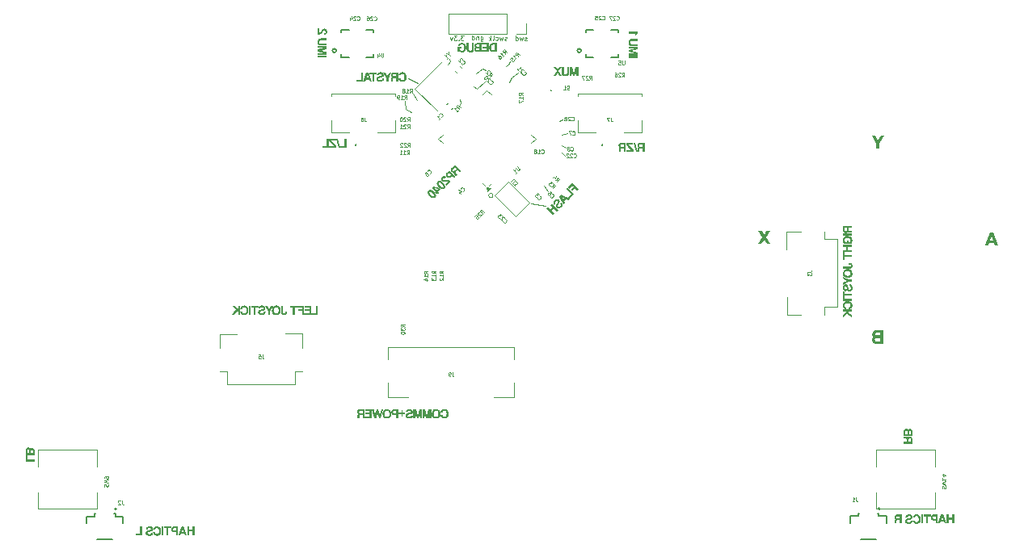
<source format=gbr>
%TF.GenerationSoftware,KiCad,Pcbnew,8.0.2*%
%TF.CreationDate,2025-05-18T15:38:24-07:00*%
%TF.ProjectId,PGS_Main_Board,5047535f-4d61-4696-9e5f-426f6172642e,rev?*%
%TF.SameCoordinates,Original*%
%TF.FileFunction,Legend,Bot*%
%TF.FilePolarity,Positive*%
%FSLAX46Y46*%
G04 Gerber Fmt 4.6, Leading zero omitted, Abs format (unit mm)*
G04 Created by KiCad (PCBNEW 8.0.2) date 2025-05-18 15:38:24*
%MOMM*%
%LPD*%
G01*
G04 APERTURE LIST*
%ADD10C,0.100000*%
%ADD11C,0.300000*%
%ADD12C,0.250000*%
%ADD13C,0.120000*%
%ADD14C,0.127000*%
%ADD15C,0.200000*%
%ADD16C,0.160000*%
G04 APERTURE END LIST*
D10*
X67978656Y-23271266D02*
X68075000Y-23050000D01*
X70700000Y-19650000D02*
X70375000Y-19475000D01*
X73445202Y-20439328D02*
X73129758Y-20939276D01*
X66975000Y-18725000D02*
X66700000Y-19025000D01*
X70375000Y-19475000D02*
X69650000Y-19950000D01*
X69775000Y-21575000D02*
X69441856Y-21304526D01*
X62325000Y-23700000D02*
X62932132Y-24034944D01*
X66900000Y-18475000D02*
X66975000Y-18725000D01*
X74075000Y-19875000D02*
X73445202Y-20439328D01*
X77000000Y-33900000D02*
X75475000Y-33625000D01*
X70590547Y-20798626D02*
X69775000Y-21575000D01*
X62250000Y-22850000D02*
X62325000Y-23700000D01*
X63075000Y-22125000D02*
X63515404Y-22796976D01*
X78975000Y-28575000D02*
X78650000Y-28300000D01*
X79075000Y-27750000D02*
X78650000Y-27475000D01*
X79275000Y-26250000D02*
X78700000Y-26400000D01*
X68075000Y-23050000D02*
X68025000Y-22675000D01*
X77200000Y-32300000D02*
X76775000Y-31725000D01*
X62575000Y-20500000D02*
X63575000Y-20975000D01*
X73275000Y-18725000D02*
X73050000Y-19050000D01*
X78776556Y-24774637D02*
X78399611Y-24992868D01*
X73050000Y-19050000D02*
X72775986Y-19254849D01*
D11*
G36*
X111627076Y-27870000D02*
G01*
X111627076Y-27342801D01*
X111152634Y-26463161D01*
X111516067Y-26463161D01*
X111779849Y-27011608D01*
X112066713Y-26463161D01*
X112433810Y-26463161D01*
X111942515Y-27338405D01*
X111942515Y-27870000D01*
X111627076Y-27870000D01*
G37*
D12*
G36*
X87359211Y-28180000D02*
G01*
X87154535Y-28180000D01*
X87154535Y-27820474D01*
X86954989Y-27820474D01*
X86902007Y-27823808D01*
X86853924Y-27839831D01*
X86823510Y-27881783D01*
X86817236Y-27935757D01*
X86817236Y-28180000D01*
X86611339Y-28180000D01*
X86611339Y-27912309D01*
X86614867Y-27856348D01*
X86627749Y-27805480D01*
X86653713Y-27764032D01*
X86696790Y-27735285D01*
X86708303Y-27731081D01*
X86664928Y-27705990D01*
X86629118Y-27666130D01*
X86605979Y-27622572D01*
X86591161Y-27572412D01*
X86587521Y-27534221D01*
X86783775Y-27534221D01*
X86792773Y-27585763D01*
X86827107Y-27626909D01*
X86876496Y-27644767D01*
X86918597Y-27648039D01*
X87154535Y-27648039D01*
X87154535Y-27418939D01*
X86911758Y-27418939D01*
X86858889Y-27425295D01*
X86812962Y-27450568D01*
X86787632Y-27497825D01*
X86783775Y-27534221D01*
X86587521Y-27534221D01*
X86585938Y-27517613D01*
X86591360Y-27461035D01*
X86607149Y-27408826D01*
X86632589Y-27361962D01*
X86666965Y-27321425D01*
X86709562Y-27288192D01*
X86759663Y-27263242D01*
X86816554Y-27247554D01*
X86879518Y-27242107D01*
X87359211Y-27242107D01*
X87359211Y-28180000D01*
G37*
G36*
X86425959Y-28180000D02*
G01*
X86152407Y-27242107D01*
X86321423Y-27242107D01*
X86592044Y-28180000D01*
X86425959Y-28180000D01*
G37*
G36*
X85414305Y-28180000D02*
G01*
X85414305Y-27999260D01*
X85891800Y-27999260D01*
X85414305Y-27405261D01*
X85414305Y-27242107D01*
X86142637Y-27242107D01*
X86142637Y-27420160D01*
X85682239Y-27420160D01*
X86156803Y-28004389D01*
X86156803Y-28180000D01*
X85414305Y-28180000D01*
G37*
G36*
X85385728Y-28180000D02*
G01*
X85181053Y-28180000D01*
X85181053Y-27820474D01*
X84981507Y-27820474D01*
X84928525Y-27823808D01*
X84880442Y-27839831D01*
X84850028Y-27881783D01*
X84843754Y-27935757D01*
X84843754Y-28180000D01*
X84637857Y-28180000D01*
X84637857Y-27912309D01*
X84641384Y-27856348D01*
X84654267Y-27805480D01*
X84680231Y-27764032D01*
X84723308Y-27735285D01*
X84734821Y-27731081D01*
X84691446Y-27705990D01*
X84655636Y-27666130D01*
X84632497Y-27622572D01*
X84617678Y-27572412D01*
X84614039Y-27534221D01*
X84810292Y-27534221D01*
X84819291Y-27585763D01*
X84853625Y-27626909D01*
X84903014Y-27644767D01*
X84945114Y-27648039D01*
X85181053Y-27648039D01*
X85181053Y-27418939D01*
X84938276Y-27418939D01*
X84885407Y-27425295D01*
X84839479Y-27450568D01*
X84814150Y-27497825D01*
X84810292Y-27534221D01*
X84614039Y-27534221D01*
X84612456Y-27517613D01*
X84617878Y-27461035D01*
X84633667Y-27408826D01*
X84659107Y-27361962D01*
X84693483Y-27321425D01*
X84736080Y-27288192D01*
X84786181Y-27263242D01*
X84843071Y-27247554D01*
X84906036Y-27242107D01*
X85385728Y-27242107D01*
X85385728Y-28180000D01*
G37*
D10*
X72888972Y-16459800D02*
X72841353Y-16483609D01*
X72841353Y-16483609D02*
X72746115Y-16483609D01*
X72746115Y-16483609D02*
X72698496Y-16459800D01*
X72698496Y-16459800D02*
X72674687Y-16412180D01*
X72674687Y-16412180D02*
X72674687Y-16388371D01*
X72674687Y-16388371D02*
X72698496Y-16340752D01*
X72698496Y-16340752D02*
X72746115Y-16316942D01*
X72746115Y-16316942D02*
X72817544Y-16316942D01*
X72817544Y-16316942D02*
X72865163Y-16293133D01*
X72865163Y-16293133D02*
X72888972Y-16245514D01*
X72888972Y-16245514D02*
X72888972Y-16221704D01*
X72888972Y-16221704D02*
X72865163Y-16174085D01*
X72865163Y-16174085D02*
X72817544Y-16150276D01*
X72817544Y-16150276D02*
X72746115Y-16150276D01*
X72746115Y-16150276D02*
X72698496Y-16174085D01*
X72508020Y-16150276D02*
X72412782Y-16483609D01*
X72412782Y-16483609D02*
X72317544Y-16245514D01*
X72317544Y-16245514D02*
X72222306Y-16483609D01*
X72222306Y-16483609D02*
X72127068Y-16150276D01*
X71722305Y-16459800D02*
X71769924Y-16483609D01*
X71769924Y-16483609D02*
X71865162Y-16483609D01*
X71865162Y-16483609D02*
X71912781Y-16459800D01*
X71912781Y-16459800D02*
X71936591Y-16435990D01*
X71936591Y-16435990D02*
X71960400Y-16388371D01*
X71960400Y-16388371D02*
X71960400Y-16245514D01*
X71960400Y-16245514D02*
X71936591Y-16197895D01*
X71936591Y-16197895D02*
X71912781Y-16174085D01*
X71912781Y-16174085D02*
X71865162Y-16150276D01*
X71865162Y-16150276D02*
X71769924Y-16150276D01*
X71769924Y-16150276D02*
X71722305Y-16174085D01*
X71436591Y-16483609D02*
X71484210Y-16459800D01*
X71484210Y-16459800D02*
X71508020Y-16412180D01*
X71508020Y-16412180D02*
X71508020Y-15983609D01*
X71246115Y-16483609D02*
X71246115Y-15983609D01*
X71198496Y-16293133D02*
X71055639Y-16483609D01*
X71055639Y-16150276D02*
X71246115Y-16340752D01*
D12*
G36*
X22495000Y-60024336D02*
G01*
X22679891Y-60024336D01*
X22679891Y-60484978D01*
X23432892Y-60484978D01*
X23432892Y-60695271D01*
X22495000Y-60695271D01*
X22495000Y-60024336D01*
G37*
G36*
X22835743Y-59216822D02*
G01*
X22884350Y-59229515D01*
X22931156Y-59253139D01*
X22971047Y-59288707D01*
X22999034Y-59334429D01*
X23001315Y-59340211D01*
X23029320Y-59299871D01*
X23070035Y-59268652D01*
X23121730Y-59247141D01*
X23173018Y-59240316D01*
X23229274Y-59245085D01*
X23279878Y-59259237D01*
X23324259Y-59282537D01*
X23361848Y-59314749D01*
X23392075Y-59355640D01*
X23414372Y-59404974D01*
X23428167Y-59462517D01*
X23432892Y-59528034D01*
X23432892Y-59993805D01*
X22495000Y-59993805D01*
X22495000Y-59567357D01*
X22495705Y-59551970D01*
X22668656Y-59551970D01*
X22668656Y-59790595D01*
X22899466Y-59790595D01*
X22899466Y-59553191D01*
X23073367Y-59553191D01*
X23073367Y-59790595D01*
X23256060Y-59790595D01*
X23256060Y-59564426D01*
X23252310Y-59514285D01*
X23232477Y-59467440D01*
X23187712Y-59445105D01*
X23164713Y-59443526D01*
X23116470Y-59454055D01*
X23082254Y-59494963D01*
X23073455Y-59546365D01*
X23073367Y-59553191D01*
X22899466Y-59553191D01*
X22899466Y-59549039D01*
X22894720Y-59499085D01*
X22873881Y-59451372D01*
X22829589Y-59421877D01*
X22791510Y-59416904D01*
X22742330Y-59425883D01*
X22699442Y-59456542D01*
X22675749Y-59500874D01*
X22668656Y-59551970D01*
X22495705Y-59551970D01*
X22497911Y-59503798D01*
X22506471Y-59446518D01*
X22520413Y-59395511D01*
X22546920Y-59337250D01*
X22581899Y-59290117D01*
X22624724Y-59254097D01*
X22674769Y-59229176D01*
X22731406Y-59215340D01*
X22777833Y-59212228D01*
X22835743Y-59216822D01*
G37*
G36*
X79485746Y-20230000D02*
G01*
X79485746Y-19292107D01*
X79779570Y-19292107D01*
X79941503Y-19943991D01*
X80103436Y-19292107D01*
X80403122Y-19292107D01*
X80403122Y-20230000D01*
X80206750Y-20230000D01*
X80214566Y-19593258D01*
X80048237Y-20230000D01*
X79843317Y-20230000D01*
X79675522Y-19590327D01*
X79683338Y-20230000D01*
X79485746Y-20230000D01*
G37*
G36*
X78879779Y-19913705D02*
G01*
X78883976Y-19964046D01*
X78900260Y-20012491D01*
X78935145Y-20053002D01*
X78987592Y-20076859D01*
X79036070Y-20084043D01*
X79058076Y-20084675D01*
X79110366Y-20077747D01*
X79158942Y-20053008D01*
X79193328Y-20011748D01*
X79210869Y-19964361D01*
X79216834Y-19906866D01*
X79216834Y-19292107D01*
X79430058Y-19292107D01*
X79430058Y-19924940D01*
X79426248Y-19985496D01*
X79415030Y-20039963D01*
X79396728Y-20088370D01*
X79371660Y-20130745D01*
X79328270Y-20177915D01*
X79274186Y-20214482D01*
X79227064Y-20234992D01*
X79174677Y-20249606D01*
X79117345Y-20258353D01*
X79055390Y-20261263D01*
X78988767Y-20258105D01*
X78927790Y-20248674D01*
X78872657Y-20233034D01*
X78823567Y-20211250D01*
X78780717Y-20183384D01*
X78744306Y-20149501D01*
X78714531Y-20109666D01*
X78691590Y-20063941D01*
X78675682Y-20012392D01*
X78667004Y-19955081D01*
X78665334Y-19913705D01*
X78665334Y-19292107D01*
X78879779Y-19292107D01*
X78879779Y-19913705D01*
G37*
G36*
X77805599Y-20230000D02*
G01*
X78112857Y-19743224D01*
X77825138Y-19292107D01*
X78069381Y-19292107D01*
X78234245Y-19582756D01*
X78397644Y-19292107D01*
X78646039Y-19292107D01*
X78356855Y-19751528D01*
X78662891Y-20230000D01*
X78417427Y-20230000D01*
X78234489Y-19921277D01*
X78061077Y-20230000D01*
X77805599Y-20230000D01*
G37*
G36*
X55455809Y-27755000D02*
G01*
X55455809Y-27570108D01*
X55916451Y-27570108D01*
X55916451Y-26817107D01*
X56126744Y-26817107D01*
X56126744Y-27755000D01*
X55455809Y-27755000D01*
G37*
G36*
X55300959Y-27755000D02*
G01*
X55027407Y-26817107D01*
X55196423Y-26817107D01*
X55467044Y-27755000D01*
X55300959Y-27755000D01*
G37*
G36*
X54289305Y-27755000D02*
G01*
X54289305Y-27574260D01*
X54766800Y-27574260D01*
X54289305Y-26980261D01*
X54289305Y-26817107D01*
X55017637Y-26817107D01*
X55017637Y-26995160D01*
X54557239Y-26995160D01*
X55031803Y-27579389D01*
X55031803Y-27755000D01*
X54289305Y-27755000D01*
G37*
G36*
X53589793Y-27755000D02*
G01*
X53589793Y-27570108D01*
X54050435Y-27570108D01*
X54050435Y-26817107D01*
X54260728Y-26817107D01*
X54260728Y-27755000D01*
X53589793Y-27755000D01*
G37*
D11*
G36*
X124373742Y-38045000D02*
G01*
X124039985Y-38045000D01*
X123941066Y-37763632D01*
X123443544Y-37763632D01*
X123355250Y-38045000D01*
X123013066Y-38045000D01*
X123206317Y-37500949D01*
X123535135Y-37500949D01*
X123857902Y-37500949D01*
X123694516Y-36967855D01*
X123535135Y-37500949D01*
X123206317Y-37500949D01*
X123512786Y-36638161D01*
X123867427Y-36638161D01*
X124373742Y-38045000D01*
G37*
G36*
X112329308Y-48320000D02*
G01*
X111689636Y-48320000D01*
X111594297Y-48315632D01*
X111508376Y-48302793D01*
X111431866Y-48281879D01*
X111344475Y-48242119D01*
X111273775Y-48189651D01*
X111219745Y-48125412D01*
X111182364Y-48050346D01*
X111161609Y-47965390D01*
X111156942Y-47895750D01*
X111158570Y-47875233D01*
X111463955Y-47875233D01*
X111477425Y-47949004D01*
X111523412Y-48013335D01*
X111589911Y-48048875D01*
X111666555Y-48059515D01*
X112024493Y-48059515D01*
X112024493Y-47713300D01*
X111662158Y-47713300D01*
X111587228Y-47720419D01*
X111515659Y-47751677D01*
X111471415Y-47818115D01*
X111463955Y-47875233D01*
X111158570Y-47875233D01*
X111163833Y-47808885D01*
X111182872Y-47735973D01*
X111218308Y-47665765D01*
X111271660Y-47605928D01*
X111340243Y-47563948D01*
X111348917Y-47560526D01*
X111288407Y-47518519D01*
X111241578Y-47457446D01*
X111209312Y-47379903D01*
X111200732Y-47315429D01*
X111503889Y-47315429D01*
X111519683Y-47387794D01*
X111581045Y-47439117D01*
X111658148Y-47452316D01*
X111668387Y-47452449D01*
X112024493Y-47452449D01*
X112024493Y-47178408D01*
X111685239Y-47178408D01*
X111610027Y-47184034D01*
X111539759Y-47213783D01*
X111506257Y-47280930D01*
X111503889Y-47315429D01*
X111200732Y-47315429D01*
X111199074Y-47302972D01*
X111206228Y-47218588D01*
X111227456Y-47142682D01*
X111262405Y-47076111D01*
X111310724Y-47019727D01*
X111372059Y-46974386D01*
X111446061Y-46940941D01*
X111532375Y-46920248D01*
X111630651Y-46913161D01*
X112329308Y-46913161D01*
X112329308Y-48320000D01*
G37*
D12*
G36*
X109080000Y-36146668D02*
G01*
X108720474Y-36146668D01*
X108720474Y-36346214D01*
X108723808Y-36399196D01*
X108739831Y-36447279D01*
X108781783Y-36477693D01*
X108835757Y-36483967D01*
X109080000Y-36483967D01*
X109080000Y-36689864D01*
X108812309Y-36689864D01*
X108756348Y-36686336D01*
X108705480Y-36673454D01*
X108664032Y-36647490D01*
X108635285Y-36604413D01*
X108631081Y-36592900D01*
X108605990Y-36636275D01*
X108566130Y-36672085D01*
X108522572Y-36695224D01*
X108472412Y-36710042D01*
X108417613Y-36715265D01*
X108361035Y-36709843D01*
X108308826Y-36694054D01*
X108261962Y-36668614D01*
X108221425Y-36634238D01*
X108188192Y-36591641D01*
X108163242Y-36541540D01*
X108147554Y-36484649D01*
X108142107Y-36421685D01*
X108142107Y-36389445D01*
X108318939Y-36389445D01*
X108325295Y-36442314D01*
X108350568Y-36488241D01*
X108397825Y-36513571D01*
X108434221Y-36517428D01*
X108485763Y-36508430D01*
X108526909Y-36474096D01*
X108544767Y-36424707D01*
X108548039Y-36382606D01*
X108548039Y-36146668D01*
X108318939Y-36146668D01*
X108318939Y-36389445D01*
X108142107Y-36389445D01*
X108142107Y-35941992D01*
X109080000Y-35941992D01*
X109080000Y-36146668D01*
G37*
G36*
X109080000Y-36961218D02*
G01*
X108142107Y-36961218D01*
X108142107Y-36750925D01*
X109080000Y-36750925D01*
X109080000Y-36961218D01*
G37*
G36*
X109079267Y-37882502D02*
G01*
X108565136Y-37882502D01*
X108565136Y-37479013D01*
X108736106Y-37479013D01*
X108736106Y-37684909D01*
X108792910Y-37675344D01*
X108843915Y-37648369D01*
X108879739Y-37614450D01*
X108907563Y-37571725D01*
X108925581Y-37521685D01*
X108931988Y-37465823D01*
X108924547Y-37404738D01*
X108903645Y-37352800D01*
X108871414Y-37309701D01*
X108829986Y-37275131D01*
X108781495Y-37248781D01*
X108728072Y-37230343D01*
X108671850Y-37219506D01*
X108614961Y-37215963D01*
X108557337Y-37218545D01*
X108505126Y-37226138D01*
X108444029Y-37243655D01*
X108392786Y-37269117D01*
X108351530Y-37301976D01*
X108320391Y-37341680D01*
X108299503Y-37387682D01*
X108288995Y-37439431D01*
X108287676Y-37467289D01*
X108294254Y-37523798D01*
X108312895Y-37574592D01*
X108341955Y-37617149D01*
X108379793Y-37648948D01*
X108432841Y-37669087D01*
X108441060Y-37670255D01*
X108441060Y-37881769D01*
X108387877Y-37873434D01*
X108338210Y-37857179D01*
X108292435Y-37833560D01*
X108250926Y-37803132D01*
X108214056Y-37766451D01*
X108182201Y-37724073D01*
X108155735Y-37676552D01*
X108135032Y-37624444D01*
X108120465Y-37568305D01*
X108112411Y-37508689D01*
X108110844Y-37467289D01*
X108113426Y-37411826D01*
X108120999Y-37359760D01*
X108133305Y-37311116D01*
X108160075Y-37244620D01*
X108196045Y-37185964D01*
X108240343Y-37135233D01*
X108292099Y-37092510D01*
X108350443Y-37057881D01*
X108414503Y-37031430D01*
X108483409Y-37013241D01*
X108556290Y-37003400D01*
X108606657Y-37001518D01*
X108679271Y-37005875D01*
X108749907Y-37018706D01*
X108817438Y-37039648D01*
X108880735Y-37068339D01*
X108938670Y-37104417D01*
X108990117Y-37147519D01*
X109033947Y-37197283D01*
X109069031Y-37253347D01*
X109094244Y-37315349D01*
X109108456Y-37382927D01*
X109111263Y-37430897D01*
X109107904Y-37489828D01*
X109098415Y-37544614D01*
X109083681Y-37593935D01*
X109060319Y-37644048D01*
X109027160Y-37687125D01*
X109006238Y-37702983D01*
X109080000Y-37706158D01*
X109079267Y-37882502D01*
G37*
G36*
X109080000Y-38702913D02*
G01*
X108142107Y-38702913D01*
X108142107Y-38491399D01*
X108486001Y-38491399D01*
X108486001Y-38144330D01*
X108142107Y-38144330D01*
X108142107Y-37934037D01*
X109080000Y-37934037D01*
X109080000Y-38144330D01*
X108664054Y-38144330D01*
X108664054Y-38491399D01*
X109080000Y-38491399D01*
X109080000Y-38702913D01*
G37*
G36*
X109080000Y-39219487D02*
G01*
X108320160Y-39219487D01*
X108320160Y-39500855D01*
X108142107Y-39500855D01*
X108142107Y-38729047D01*
X108320160Y-38729047D01*
X108320160Y-39009194D01*
X109080000Y-39009194D01*
X109080000Y-39219487D01*
G37*
G36*
X108804005Y-40239445D02*
G01*
X108853157Y-40237241D01*
X108903907Y-40222636D01*
X108933774Y-40177802D01*
X108937606Y-40136863D01*
X108927820Y-40084034D01*
X108892888Y-40048901D01*
X108845520Y-40036105D01*
X108806692Y-40034037D01*
X108714368Y-40034037D01*
X108714368Y-39841818D01*
X108816461Y-39841818D01*
X108868205Y-39844757D01*
X108929700Y-39857562D01*
X108982494Y-39880053D01*
X109026446Y-39911722D01*
X109061412Y-39952059D01*
X109087249Y-40000555D01*
X109103814Y-40056701D01*
X109110963Y-40119986D01*
X109111263Y-40136863D01*
X109108205Y-40191593D01*
X109099247Y-40241287D01*
X109078676Y-40299583D01*
X109048942Y-40348613D01*
X109010803Y-40388195D01*
X108965018Y-40418151D01*
X108912345Y-40438299D01*
X108853542Y-40448460D01*
X108822079Y-40449738D01*
X108142107Y-40449738D01*
X108142107Y-40239445D01*
X108804005Y-40239445D01*
G37*
G36*
X108675919Y-40494167D02*
G01*
X108729786Y-40499916D01*
X108780401Y-40509423D01*
X108827697Y-40522626D01*
X108892264Y-40549223D01*
X108948975Y-40583787D01*
X108997597Y-40626109D01*
X109037898Y-40675979D01*
X109069647Y-40733190D01*
X109092612Y-40797531D01*
X109106561Y-40868795D01*
X109110737Y-40920047D01*
X109111263Y-40946772D01*
X109109278Y-40999500D01*
X109103347Y-41049205D01*
X109087114Y-41117979D01*
X109062173Y-41179656D01*
X109028625Y-41234062D01*
X108986577Y-41281019D01*
X108936130Y-41320351D01*
X108877390Y-41351881D01*
X108810459Y-41375434D01*
X108761340Y-41386617D01*
X108708658Y-41394124D01*
X108652443Y-41397903D01*
X108623021Y-41398378D01*
X108564823Y-41396486D01*
X108509641Y-41390844D01*
X108457577Y-41381503D01*
X108408732Y-41368515D01*
X108341725Y-41342306D01*
X108282536Y-41308177D01*
X108231508Y-41266302D01*
X108188987Y-41216853D01*
X108155315Y-41160003D01*
X108130838Y-41095924D01*
X108115900Y-41024790D01*
X108111410Y-40973532D01*
X108110844Y-40946772D01*
X108298911Y-40946772D01*
X108304042Y-41002778D01*
X108319397Y-41051808D01*
X108344918Y-41093712D01*
X108380549Y-41128337D01*
X108426232Y-41155531D01*
X108481910Y-41175143D01*
X108530193Y-41184786D01*
X108584042Y-41190014D01*
X108623021Y-41191015D01*
X108679895Y-41188252D01*
X108730533Y-41180217D01*
X108788592Y-41161965D01*
X108836148Y-41135930D01*
X108873531Y-41103018D01*
X108906460Y-41053590D01*
X108924663Y-40996607D01*
X108929057Y-40946772D01*
X108924683Y-40890932D01*
X108911327Y-40841729D01*
X108881469Y-40789939D01*
X108836350Y-40749395D01*
X108788809Y-40725384D01*
X108730714Y-40709131D01*
X108680007Y-40702183D01*
X108623021Y-40699843D01*
X108565475Y-40702118D01*
X108513479Y-40708901D01*
X108452825Y-40724843D01*
X108402138Y-40748527D01*
X108361474Y-40779799D01*
X108330890Y-40818504D01*
X108310445Y-40864488D01*
X108300195Y-40917595D01*
X108298911Y-40946772D01*
X108110844Y-40946772D01*
X108113098Y-40894012D01*
X108119790Y-40844214D01*
X108137911Y-40775207D01*
X108165408Y-40713209D01*
X108201916Y-40658425D01*
X108247070Y-40611061D01*
X108300507Y-40571321D01*
X108361860Y-40539413D01*
X108430766Y-40515539D01*
X108480719Y-40504189D01*
X108533759Y-40496562D01*
X108589777Y-40492720D01*
X108618869Y-40492237D01*
X108675919Y-40494167D01*
G37*
G36*
X109080000Y-41810904D02*
G01*
X108728534Y-41810904D01*
X108142107Y-42127198D01*
X108142107Y-41884909D01*
X108507739Y-41709054D01*
X108142107Y-41517812D01*
X108142107Y-41273081D01*
X108725603Y-41600611D01*
X109080000Y-41600611D01*
X109080000Y-41810904D01*
G37*
G36*
X108430069Y-42814253D02*
G01*
X108378906Y-42808820D01*
X108331045Y-42796730D01*
X108273020Y-42770479D01*
X108222431Y-42732934D01*
X108180176Y-42684404D01*
X108154493Y-42640983D01*
X108134379Y-42591687D01*
X108120212Y-42536647D01*
X108112371Y-42475992D01*
X108110844Y-42432502D01*
X108114044Y-42370697D01*
X108123381Y-42314855D01*
X108138464Y-42265002D01*
X108166833Y-42207890D01*
X108203788Y-42161529D01*
X108248398Y-42125980D01*
X108299735Y-42101302D01*
X108356866Y-42087556D01*
X108402958Y-42084456D01*
X108455308Y-42088704D01*
X108509376Y-42104647D01*
X108554808Y-42131803D01*
X108592569Y-42169514D01*
X108623626Y-42217124D01*
X108636943Y-42244435D01*
X108657013Y-42296455D01*
X108672158Y-42346810D01*
X108684407Y-42395164D01*
X108696867Y-42449647D01*
X108708018Y-42500645D01*
X108722722Y-42555577D01*
X108745801Y-42604039D01*
X108785573Y-42634673D01*
X108816706Y-42638887D01*
X108868554Y-42627667D01*
X108906892Y-42594557D01*
X108928528Y-42548277D01*
X108937664Y-42496189D01*
X108938827Y-42465963D01*
X108934896Y-42412298D01*
X108920032Y-42357881D01*
X108894493Y-42315246D01*
X108851758Y-42281659D01*
X108804513Y-42267799D01*
X108786664Y-42266417D01*
X108786664Y-42063207D01*
X108845294Y-42068609D01*
X108897974Y-42082032D01*
X108944745Y-42103009D01*
X108985647Y-42131071D01*
X109020718Y-42165752D01*
X109050000Y-42206585D01*
X109073532Y-42253102D01*
X109091353Y-42304835D01*
X109103504Y-42361318D01*
X109110024Y-42422083D01*
X109111263Y-42464742D01*
X109108761Y-42524712D01*
X109101197Y-42581056D01*
X109088477Y-42633278D01*
X109070510Y-42680881D01*
X109038234Y-42736309D01*
X108996249Y-42781468D01*
X108944338Y-42815181D01*
X108882283Y-42836271D01*
X108828954Y-42843098D01*
X108809867Y-42843562D01*
X108752452Y-42838778D01*
X108704690Y-42825253D01*
X108658497Y-42799232D01*
X108622557Y-42764556D01*
X108594879Y-42723369D01*
X108580034Y-42693353D01*
X108560589Y-42643326D01*
X108544949Y-42594255D01*
X108530034Y-42540795D01*
X108515630Y-42484203D01*
X108503865Y-42435555D01*
X108499190Y-42415893D01*
X108484757Y-42365428D01*
X108462432Y-42317570D01*
X108422906Y-42283422D01*
X108390502Y-42277896D01*
X108342875Y-42290301D01*
X108310108Y-42327756D01*
X108295355Y-42374435D01*
X108290465Y-42426808D01*
X108290362Y-42436654D01*
X108293491Y-42486091D01*
X108305810Y-42534002D01*
X108332673Y-42575140D01*
X108373807Y-42601551D01*
X108430069Y-42614463D01*
X108430069Y-42814253D01*
G37*
G36*
X109080000Y-43295412D02*
G01*
X108320160Y-43295412D01*
X108320160Y-43576779D01*
X108142107Y-43576779D01*
X108142107Y-42804972D01*
X108320160Y-42804972D01*
X108320160Y-43085119D01*
X109080000Y-43085119D01*
X109080000Y-43295412D01*
G37*
G36*
X109080000Y-43817603D02*
G01*
X108142107Y-43817603D01*
X108142107Y-43607310D01*
X109080000Y-43607310D01*
X109080000Y-43817603D01*
G37*
G36*
X108746608Y-44495377D02*
G01*
X108797933Y-44479587D01*
X108848339Y-44452957D01*
X108886387Y-44417691D01*
X108911915Y-44373519D01*
X108924758Y-44320169D01*
X108926371Y-44289969D01*
X108921046Y-44238420D01*
X108899765Y-44183791D01*
X108862847Y-44139998D01*
X108810944Y-44106981D01*
X108759073Y-44088285D01*
X108698365Y-44076414D01*
X108647237Y-44071972D01*
X108610565Y-44071127D01*
X108556942Y-44073037D01*
X108507752Y-44078810D01*
X108449381Y-44092623D01*
X108399654Y-44113564D01*
X108359006Y-44141780D01*
X108321625Y-44187509D01*
X108299960Y-44245129D01*
X108294515Y-44299983D01*
X108300674Y-44348956D01*
X108323026Y-44400996D01*
X108354675Y-44439433D01*
X108397385Y-44470514D01*
X108450711Y-44492664D01*
X108460600Y-44495377D01*
X108460600Y-44704693D01*
X108406482Y-44695822D01*
X108355221Y-44680220D01*
X108307355Y-44658127D01*
X108263424Y-44629779D01*
X108223965Y-44595414D01*
X108189518Y-44555271D01*
X108160620Y-44509586D01*
X108137810Y-44458599D01*
X108121627Y-44402547D01*
X108112609Y-44341668D01*
X108110844Y-44298517D01*
X108113129Y-44249133D01*
X108124943Y-44179624D01*
X108146473Y-44115915D01*
X108177328Y-44058362D01*
X108217117Y-44007324D01*
X108265449Y-43963157D01*
X108321933Y-43926218D01*
X108386176Y-43896867D01*
X108433123Y-43881690D01*
X108483229Y-43870149D01*
X108536379Y-43862351D01*
X108592456Y-43858402D01*
X108621556Y-43857903D01*
X108679582Y-43860111D01*
X108734110Y-43866602D01*
X108785107Y-43877176D01*
X108832540Y-43891635D01*
X108896928Y-43920171D01*
X108953104Y-43956326D01*
X109000952Y-43999426D01*
X109040358Y-44048801D01*
X109071207Y-44103777D01*
X109093384Y-44163682D01*
X109106774Y-44227842D01*
X109111263Y-44295586D01*
X109107525Y-44355281D01*
X109096531Y-44411137D01*
X109078613Y-44462962D01*
X109054101Y-44510562D01*
X109023326Y-44553744D01*
X108986620Y-44592315D01*
X108944312Y-44626083D01*
X108896733Y-44654852D01*
X108844216Y-44678431D01*
X108787089Y-44696626D01*
X108746608Y-44705670D01*
X108746608Y-44495377D01*
G37*
G36*
X109080000Y-45557345D02*
G01*
X108515066Y-45177547D01*
X108142107Y-45553437D01*
X108142107Y-45278908D01*
X108505540Y-44934525D01*
X108142107Y-44934525D01*
X108142107Y-44726919D01*
X109080000Y-44726919D01*
X109080000Y-44934525D01*
X108761507Y-44934525D01*
X108669183Y-45029047D01*
X109080000Y-45301867D01*
X109080000Y-45557345D01*
G37*
G36*
X85695000Y-18135641D02*
G01*
X86632892Y-18135641D01*
X86632892Y-18345934D01*
X85695000Y-18345934D01*
X85695000Y-18135641D01*
G37*
G36*
X85695000Y-17166729D02*
G01*
X86632892Y-17166729D01*
X86632892Y-17460553D01*
X85981008Y-17622486D01*
X86632892Y-17784419D01*
X86632892Y-18084105D01*
X85695000Y-18084105D01*
X85695000Y-17887734D01*
X86331741Y-17895550D01*
X85695000Y-17729220D01*
X85695000Y-17524301D01*
X86334672Y-17356506D01*
X85695000Y-17364322D01*
X85695000Y-17166729D01*
G37*
G36*
X86011294Y-16560763D02*
G01*
X85960953Y-16564960D01*
X85912508Y-16581244D01*
X85871997Y-16616129D01*
X85848140Y-16668576D01*
X85840956Y-16717053D01*
X85840324Y-16739060D01*
X85847252Y-16791350D01*
X85871991Y-16839926D01*
X85913251Y-16874312D01*
X85960638Y-16891853D01*
X86018133Y-16897818D01*
X86632892Y-16897818D01*
X86632892Y-17111042D01*
X86000059Y-17111042D01*
X85939503Y-17107231D01*
X85885036Y-17096014D01*
X85836629Y-17077711D01*
X85794254Y-17052644D01*
X85747084Y-17009254D01*
X85710517Y-16955170D01*
X85690007Y-16908048D01*
X85675393Y-16855660D01*
X85666646Y-16798328D01*
X85663736Y-16736373D01*
X85666894Y-16669750D01*
X85676325Y-16608773D01*
X85691965Y-16553641D01*
X85713749Y-16504551D01*
X85741615Y-16461701D01*
X85775498Y-16425289D01*
X85815333Y-16395514D01*
X85861058Y-16372574D01*
X85912607Y-16356665D01*
X85969918Y-16347988D01*
X86011294Y-16346317D01*
X86632892Y-16346317D01*
X86632892Y-16560763D01*
X86011294Y-16560763D01*
G37*
G36*
X85695000Y-15592828D02*
G01*
X86632892Y-15592828D01*
X86632892Y-15755983D01*
X86578016Y-15767009D01*
X86529655Y-15793909D01*
X86497313Y-15840611D01*
X86483527Y-15888823D01*
X86477838Y-15937681D01*
X86476577Y-15980930D01*
X86334916Y-15980930D01*
X86334916Y-15790421D01*
X85695000Y-15790421D01*
X85695000Y-15592828D01*
G37*
G36*
X68132980Y-30201603D02*
G01*
X67988252Y-30346330D01*
X67734029Y-30092107D01*
X67592929Y-30233208D01*
X67557823Y-30273030D01*
X67535153Y-30318359D01*
X67543311Y-30369530D01*
X67577040Y-30412131D01*
X67749746Y-30584837D01*
X67604155Y-30730428D01*
X67414869Y-30541142D01*
X67377793Y-30499077D01*
X67350933Y-30453999D01*
X67339984Y-30406332D01*
X67350117Y-30355544D01*
X67355286Y-30344431D01*
X67306873Y-30357359D01*
X67253366Y-30354496D01*
X67206204Y-30340057D01*
X67160258Y-30315067D01*
X67117815Y-30280011D01*
X67081643Y-30236171D01*
X67055889Y-30188089D01*
X67040741Y-30136962D01*
X67036385Y-30083990D01*
X67037856Y-30072074D01*
X67230938Y-30072074D01*
X67246442Y-30123400D01*
X67269451Y-30151864D01*
X67312259Y-30181946D01*
X67365631Y-30186763D01*
X67413182Y-30164467D01*
X67445265Y-30137011D01*
X67612099Y-29970177D01*
X67450101Y-29808179D01*
X67278432Y-29979849D01*
X67245543Y-30021727D01*
X67230938Y-30072074D01*
X67037856Y-30072074D01*
X67043005Y-30030370D01*
X67060790Y-29977301D01*
X67089925Y-29925981D01*
X67130596Y-29877607D01*
X67469790Y-29538413D01*
X68132980Y-30201603D01*
G37*
G36*
X67560978Y-30773604D02*
G01*
X67412279Y-30922304D01*
X67180162Y-30690188D01*
X67033189Y-30837160D01*
X66995253Y-30870480D01*
X66941918Y-30903968D01*
X66886461Y-30925130D01*
X66830001Y-30934160D01*
X66773659Y-30931250D01*
X66718552Y-30916591D01*
X66665801Y-30890376D01*
X66616524Y-30852798D01*
X66604879Y-30841650D01*
X66564469Y-30793410D01*
X66534696Y-30740758D01*
X66515965Y-30685013D01*
X66508682Y-30627495D01*
X66511038Y-30597605D01*
X66694596Y-30597605D01*
X66695771Y-30646450D01*
X66719007Y-30690627D01*
X66732681Y-30705904D01*
X66776624Y-30738119D01*
X66824647Y-30748864D01*
X66876556Y-30734805D01*
X66917921Y-30705976D01*
X66932157Y-30692605D01*
X67057368Y-30567394D01*
X66874127Y-30384153D01*
X66748916Y-30509365D01*
X66714463Y-30551369D01*
X66694596Y-30597605D01*
X66511038Y-30597605D01*
X66513251Y-30569524D01*
X66530076Y-30512419D01*
X66559563Y-30457500D01*
X66590230Y-30418539D01*
X66602116Y-30406087D01*
X66897788Y-30110414D01*
X67560978Y-30773604D01*
G37*
G36*
X66592790Y-31741793D02*
G01*
X66469996Y-31618999D01*
X66752543Y-31336453D01*
X66706812Y-31317724D01*
X66656642Y-31311765D01*
X66605121Y-31312564D01*
X66557730Y-31318146D01*
X66493450Y-31328562D01*
X66435438Y-31336155D01*
X66383096Y-31340709D01*
X66321092Y-31341675D01*
X66266686Y-31336332D01*
X66218457Y-31324166D01*
X66164699Y-31298576D01*
X66125185Y-31269168D01*
X66106105Y-31251309D01*
X66073277Y-31213614D01*
X66042199Y-31161549D01*
X66025036Y-31107978D01*
X66021144Y-31053514D01*
X66029881Y-30998768D01*
X66050602Y-30944351D01*
X66082665Y-30890873D01*
X66113767Y-30851750D01*
X66137710Y-30826280D01*
X66177075Y-30791531D01*
X66217945Y-30764318D01*
X66274300Y-30739752D01*
X66332173Y-30728567D01*
X66390903Y-30730752D01*
X66449828Y-30746298D01*
X66508287Y-30775195D01*
X66551427Y-30805623D01*
X66593653Y-30843550D01*
X66458770Y-30978433D01*
X66418725Y-30943263D01*
X66375685Y-30918450D01*
X66325004Y-30911641D01*
X66279594Y-30930570D01*
X66252732Y-30953391D01*
X66219541Y-30996075D01*
X66207797Y-31046647D01*
X66227243Y-31095571D01*
X66246860Y-31118498D01*
X66288865Y-31149434D01*
X66341719Y-31163919D01*
X66393991Y-31164845D01*
X66448939Y-31159594D01*
X66501962Y-31151702D01*
X66516626Y-31149239D01*
X66569057Y-31141239D01*
X66617663Y-31135660D01*
X66684007Y-31131721D01*
X66743300Y-31132945D01*
X66796476Y-31139159D01*
X66844465Y-31150189D01*
X66901996Y-31172093D01*
X66954177Y-31201845D01*
X67003216Y-31239036D01*
X67051324Y-31283259D01*
X66592790Y-31741793D01*
G37*
G36*
X65897575Y-31211900D02*
G01*
X65952124Y-31223527D01*
X66009388Y-31245639D01*
X66069418Y-31278545D01*
X66111000Y-31306632D01*
X66153849Y-31339746D01*
X66197979Y-31377980D01*
X66243406Y-31421424D01*
X66287068Y-31467065D01*
X66325620Y-31511504D01*
X66359139Y-31554741D01*
X66387699Y-31596777D01*
X66421408Y-31657578D01*
X66444386Y-31715678D01*
X66456889Y-31771077D01*
X66459172Y-31823776D01*
X66451490Y-31873775D01*
X66434098Y-31921077D01*
X66407253Y-31965680D01*
X66371208Y-32007587D01*
X66329038Y-32043653D01*
X66283808Y-32070481D01*
X66235622Y-32087843D01*
X66184580Y-32095508D01*
X66130784Y-32093248D01*
X66074336Y-32080831D01*
X66015337Y-32058029D01*
X65953889Y-32024612D01*
X65911613Y-31996323D01*
X65868324Y-31963147D01*
X65824052Y-31925014D01*
X65778827Y-31881857D01*
X65735764Y-31836722D01*
X65697956Y-31792764D01*
X65665300Y-31749981D01*
X65637697Y-31708372D01*
X65605545Y-31648157D01*
X65584193Y-31590577D01*
X65573300Y-31535627D01*
X65572527Y-31483303D01*
X65576372Y-31462080D01*
X65748966Y-31462080D01*
X65753698Y-31518309D01*
X65777196Y-31568147D01*
X65809024Y-31614854D01*
X65840915Y-31654324D01*
X65879981Y-31697922D01*
X65926491Y-31745938D01*
X65973790Y-31791723D01*
X66016870Y-31830249D01*
X66055992Y-31861763D01*
X66102448Y-31893297D01*
X66152219Y-31916686D01*
X66201368Y-31922745D01*
X66246770Y-31901959D01*
X66252387Y-31896710D01*
X66277544Y-31853004D01*
X66273224Y-31796701D01*
X66250018Y-31746712D01*
X66218335Y-31699816D01*
X66186460Y-31660160D01*
X66147307Y-31616336D01*
X66100578Y-31568051D01*
X66052823Y-31521853D01*
X66009430Y-31483130D01*
X65970116Y-31451598D01*
X65923556Y-31420249D01*
X65873827Y-31397304D01*
X65824851Y-31391851D01*
X65779605Y-31413058D01*
X65773992Y-31418315D01*
X65748966Y-31462080D01*
X65576372Y-31462080D01*
X65581531Y-31433602D01*
X65599973Y-31386517D01*
X65627511Y-31342046D01*
X65663805Y-31300184D01*
X65705531Y-31264038D01*
X65749720Y-31236827D01*
X65796424Y-31218860D01*
X65845692Y-31210448D01*
X65897575Y-31211900D01*
G37*
G36*
X65844456Y-31966483D02*
G01*
X65963104Y-32085132D01*
X65707673Y-32340564D01*
X65850846Y-32483737D01*
X65710954Y-32623629D01*
X65567781Y-32480456D01*
X65493517Y-32554719D01*
X65382468Y-32443669D01*
X65456731Y-32369406D01*
X65116847Y-32029521D01*
X65390412Y-32029521D01*
X65593514Y-32232623D01*
X65713027Y-32113110D01*
X65390412Y-32029521D01*
X65116847Y-32029521D01*
X65047764Y-31960438D01*
X65200954Y-31807248D01*
X65844456Y-31966483D01*
G37*
G36*
X64941476Y-32167999D02*
G01*
X64996024Y-32179627D01*
X65053289Y-32201738D01*
X65113319Y-32234644D01*
X65154901Y-32262731D01*
X65197750Y-32295846D01*
X65241880Y-32334079D01*
X65287307Y-32377523D01*
X65330969Y-32423164D01*
X65369521Y-32467603D01*
X65403040Y-32510840D01*
X65431600Y-32552876D01*
X65465309Y-32613678D01*
X65488287Y-32671777D01*
X65500790Y-32727176D01*
X65503073Y-32779875D01*
X65495391Y-32829875D01*
X65477999Y-32877176D01*
X65451154Y-32921779D01*
X65415109Y-32963686D01*
X65372938Y-32999752D01*
X65327709Y-33026580D01*
X65279523Y-33043942D01*
X65228481Y-33051607D01*
X65174685Y-33049347D01*
X65118237Y-33036930D01*
X65059238Y-33014128D01*
X64997790Y-32980711D01*
X64955514Y-32952423D01*
X64912225Y-32919246D01*
X64867953Y-32881113D01*
X64822728Y-32837957D01*
X64779665Y-32792821D01*
X64741856Y-32748863D01*
X64709201Y-32706080D01*
X64681598Y-32664471D01*
X64649446Y-32604256D01*
X64628094Y-32546676D01*
X64617201Y-32491726D01*
X64616428Y-32439403D01*
X64620273Y-32418179D01*
X64792867Y-32418179D01*
X64797599Y-32474408D01*
X64821097Y-32524246D01*
X64852924Y-32570953D01*
X64884816Y-32610423D01*
X64923882Y-32654021D01*
X64970392Y-32702037D01*
X65017691Y-32747822D01*
X65060771Y-32786349D01*
X65099893Y-32817862D01*
X65146349Y-32849396D01*
X65196120Y-32872785D01*
X65245269Y-32878845D01*
X65290671Y-32858058D01*
X65296287Y-32852809D01*
X65321445Y-32809103D01*
X65317125Y-32752800D01*
X65293919Y-32702811D01*
X65262235Y-32655915D01*
X65230361Y-32616260D01*
X65191207Y-32572435D01*
X65144479Y-32524150D01*
X65096724Y-32477952D01*
X65053331Y-32439229D01*
X65014017Y-32407697D01*
X64967457Y-32376349D01*
X64917728Y-32353403D01*
X64868752Y-32347950D01*
X64823506Y-32369157D01*
X64817892Y-32374414D01*
X64792867Y-32418179D01*
X64620273Y-32418179D01*
X64625432Y-32389701D01*
X64643873Y-32342616D01*
X64671412Y-32298145D01*
X64707706Y-32256283D01*
X64749432Y-32220137D01*
X64793621Y-32192926D01*
X64840325Y-32174959D01*
X64889593Y-32166547D01*
X64941476Y-32167999D01*
G37*
G36*
X71861740Y-17730000D02*
G01*
X71464601Y-17730000D01*
X71398002Y-17724919D01*
X71336014Y-17710039D01*
X71279059Y-17685903D01*
X71227562Y-17653054D01*
X71181946Y-17612037D01*
X71142635Y-17563394D01*
X71110053Y-17507668D01*
X71084624Y-17445403D01*
X71066771Y-17377143D01*
X71059288Y-17328573D01*
X71055487Y-17277742D01*
X71055006Y-17251528D01*
X71269451Y-17251528D01*
X71271296Y-17306396D01*
X71276920Y-17355752D01*
X71290528Y-17413028D01*
X71311411Y-17460607D01*
X71348229Y-17506539D01*
X71397529Y-17537532D01*
X71446375Y-17551650D01*
X71503924Y-17556343D01*
X71657064Y-17556343D01*
X71657064Y-16968939D01*
X71520532Y-16968939D01*
X71457291Y-16972686D01*
X71404227Y-16984311D01*
X71351391Y-17010790D01*
X71312566Y-17051590D01*
X71286701Y-17107827D01*
X71274635Y-17164684D01*
X71270263Y-17214625D01*
X71269451Y-17251528D01*
X71055006Y-17251528D01*
X71057133Y-17199759D01*
X71063406Y-17150583D01*
X71080226Y-17081907D01*
X71105443Y-17019645D01*
X71138499Y-16964145D01*
X71178837Y-16915755D01*
X71225897Y-16874822D01*
X71279124Y-16841695D01*
X71337957Y-16816721D01*
X71401841Y-16800247D01*
X71470216Y-16792622D01*
X71493910Y-16792107D01*
X71861740Y-16792107D01*
X71861740Y-17730000D01*
G37*
G36*
X70291502Y-17730000D02*
G01*
X70291502Y-17549260D01*
X70808076Y-17549260D01*
X70808076Y-17331151D01*
X70353052Y-17331151D01*
X70353052Y-17151632D01*
X70808076Y-17151632D01*
X70808076Y-16970160D01*
X70313729Y-16970160D01*
X70313729Y-16792107D01*
X71012752Y-16792107D01*
X71012752Y-17730000D01*
X70291502Y-17730000D01*
G37*
G36*
X70268299Y-17730000D02*
G01*
X69841851Y-17730000D01*
X69778292Y-17727088D01*
X69721012Y-17718528D01*
X69670005Y-17704586D01*
X69611744Y-17678079D01*
X69564611Y-17643100D01*
X69528591Y-17600275D01*
X69503670Y-17550230D01*
X69489834Y-17493593D01*
X69486722Y-17447166D01*
X69487807Y-17433489D01*
X69691398Y-17433489D01*
X69700377Y-17482669D01*
X69731036Y-17525557D01*
X69775368Y-17549250D01*
X69826464Y-17556343D01*
X70065089Y-17556343D01*
X70065089Y-17325533D01*
X69823533Y-17325533D01*
X69773579Y-17330279D01*
X69725867Y-17351118D01*
X69696371Y-17395410D01*
X69691398Y-17433489D01*
X69487807Y-17433489D01*
X69491316Y-17389256D01*
X69504009Y-17340649D01*
X69527633Y-17293843D01*
X69563201Y-17253952D01*
X69608923Y-17225965D01*
X69614705Y-17223684D01*
X69574365Y-17195679D01*
X69543146Y-17154964D01*
X69521636Y-17103269D01*
X69515915Y-17060286D01*
X69718020Y-17060286D01*
X69728549Y-17108529D01*
X69769457Y-17142745D01*
X69820859Y-17151544D01*
X69827685Y-17151632D01*
X70065089Y-17151632D01*
X70065089Y-16968939D01*
X69838920Y-16968939D01*
X69788779Y-16972689D01*
X69741934Y-16992522D01*
X69719599Y-17037287D01*
X69718020Y-17060286D01*
X69515915Y-17060286D01*
X69514810Y-17051981D01*
X69519580Y-16995725D01*
X69533731Y-16945121D01*
X69557031Y-16900740D01*
X69589243Y-16863151D01*
X69630134Y-16832924D01*
X69679468Y-16810627D01*
X69737011Y-16796832D01*
X69802528Y-16792107D01*
X70268299Y-16792107D01*
X70268299Y-17730000D01*
G37*
G36*
X68914950Y-17413705D02*
G01*
X68919147Y-17464046D01*
X68935431Y-17512491D01*
X68970316Y-17553002D01*
X69022763Y-17576859D01*
X69071240Y-17584043D01*
X69093247Y-17584675D01*
X69145537Y-17577747D01*
X69194113Y-17553008D01*
X69228499Y-17511748D01*
X69246040Y-17464361D01*
X69252005Y-17406866D01*
X69252005Y-16792107D01*
X69465229Y-16792107D01*
X69465229Y-17424940D01*
X69461418Y-17485496D01*
X69450201Y-17539963D01*
X69431898Y-17588370D01*
X69406831Y-17630745D01*
X69363441Y-17677915D01*
X69309357Y-17714482D01*
X69262235Y-17734992D01*
X69209847Y-17749606D01*
X69152515Y-17758353D01*
X69090560Y-17761263D01*
X69023937Y-17758105D01*
X68962960Y-17748674D01*
X68907828Y-17733034D01*
X68858738Y-17711250D01*
X68815888Y-17683384D01*
X68779476Y-17649501D01*
X68749701Y-17609666D01*
X68726761Y-17563941D01*
X68710852Y-17512392D01*
X68702175Y-17455081D01*
X68700505Y-17413705D01*
X68700505Y-16792107D01*
X68914950Y-16792107D01*
X68914950Y-17413705D01*
G37*
G36*
X67775801Y-17729267D02*
G01*
X67775801Y-17215136D01*
X68179290Y-17215136D01*
X68179290Y-17386106D01*
X67973394Y-17386106D01*
X67982959Y-17442910D01*
X68009934Y-17493915D01*
X68043853Y-17529739D01*
X68086578Y-17557563D01*
X68136618Y-17575581D01*
X68192479Y-17581988D01*
X68253565Y-17574547D01*
X68305503Y-17553645D01*
X68348602Y-17521414D01*
X68383172Y-17479986D01*
X68409522Y-17431495D01*
X68427960Y-17378072D01*
X68438796Y-17321850D01*
X68442340Y-17264961D01*
X68439757Y-17207337D01*
X68432165Y-17155126D01*
X68414648Y-17094029D01*
X68389186Y-17042786D01*
X68356327Y-17001530D01*
X68316622Y-16970391D01*
X68270621Y-16949503D01*
X68218872Y-16938995D01*
X68191014Y-16937676D01*
X68134505Y-16944254D01*
X68083711Y-16962895D01*
X68041154Y-16991955D01*
X68009355Y-17029793D01*
X67989216Y-17082841D01*
X67988048Y-17091060D01*
X67776534Y-17091060D01*
X67784869Y-17037877D01*
X67801124Y-16988210D01*
X67824743Y-16942435D01*
X67855170Y-16900926D01*
X67891851Y-16864056D01*
X67934230Y-16832201D01*
X67981751Y-16805735D01*
X68033859Y-16785032D01*
X68089998Y-16770465D01*
X68149614Y-16762411D01*
X68191014Y-16760844D01*
X68246477Y-16763426D01*
X68298543Y-16770999D01*
X68347187Y-16783305D01*
X68413683Y-16810075D01*
X68472339Y-16846045D01*
X68523070Y-16890343D01*
X68565793Y-16942099D01*
X68600422Y-17000443D01*
X68626873Y-17064503D01*
X68645061Y-17133409D01*
X68654903Y-17206290D01*
X68656785Y-17256657D01*
X68652428Y-17329271D01*
X68639597Y-17399907D01*
X68618655Y-17467438D01*
X68589964Y-17530735D01*
X68553886Y-17588670D01*
X68510784Y-17640117D01*
X68461020Y-17683947D01*
X68404955Y-17719031D01*
X68342954Y-17744244D01*
X68275376Y-17758456D01*
X68227406Y-17761263D01*
X68168475Y-17757904D01*
X68113689Y-17748415D01*
X68064368Y-17733681D01*
X68014255Y-17710319D01*
X67971178Y-17677160D01*
X67955320Y-17656238D01*
X67952144Y-17730000D01*
X67775801Y-17729267D01*
G37*
G36*
X53120000Y-18078855D02*
G01*
X54057892Y-18078855D01*
X54057892Y-18289148D01*
X53120000Y-18289148D01*
X53120000Y-18078855D01*
G37*
G36*
X53120000Y-17109943D02*
G01*
X54057892Y-17109943D01*
X54057892Y-17403767D01*
X53406008Y-17565700D01*
X54057892Y-17727633D01*
X54057892Y-18027319D01*
X53120000Y-18027319D01*
X53120000Y-17830948D01*
X53756741Y-17838764D01*
X53120000Y-17672434D01*
X53120000Y-17467515D01*
X53759672Y-17299720D01*
X53120000Y-17307536D01*
X53120000Y-17109943D01*
G37*
G36*
X53436294Y-16503977D02*
G01*
X53385953Y-16508174D01*
X53337508Y-16524458D01*
X53296997Y-16559343D01*
X53273140Y-16611790D01*
X53265956Y-16660267D01*
X53265324Y-16682274D01*
X53272252Y-16734564D01*
X53296991Y-16783140D01*
X53338251Y-16817526D01*
X53385638Y-16835067D01*
X53443133Y-16841032D01*
X54057892Y-16841032D01*
X54057892Y-17054256D01*
X53425059Y-17054256D01*
X53364503Y-17050445D01*
X53310036Y-17039228D01*
X53261629Y-17020925D01*
X53219254Y-16995858D01*
X53172084Y-16952468D01*
X53135517Y-16898384D01*
X53115007Y-16851262D01*
X53100393Y-16798874D01*
X53091646Y-16741542D01*
X53088736Y-16679587D01*
X53091894Y-16612964D01*
X53101325Y-16551987D01*
X53116965Y-16496855D01*
X53138749Y-16447765D01*
X53166615Y-16404915D01*
X53200498Y-16368503D01*
X53240333Y-16338728D01*
X53286058Y-16315788D01*
X53337607Y-16299879D01*
X53394918Y-16291202D01*
X53436294Y-16289531D01*
X54057892Y-16289531D01*
X54057892Y-16503977D01*
X53436294Y-16503977D01*
G37*
G36*
X53120000Y-15275679D02*
G01*
X53293656Y-15275679D01*
X53293656Y-15675261D01*
X53339236Y-15656167D01*
X53378924Y-15624906D01*
X53414791Y-15587910D01*
X53444354Y-15550453D01*
X53482442Y-15497634D01*
X53518093Y-15451244D01*
X53551885Y-15411013D01*
X53595045Y-15366487D01*
X53637294Y-15331793D01*
X53679999Y-15306293D01*
X53736107Y-15286376D01*
X53784842Y-15279229D01*
X53810963Y-15278366D01*
X53860829Y-15281807D01*
X53919621Y-15296647D01*
X53969637Y-15322391D01*
X54010900Y-15358152D01*
X54043434Y-15403041D01*
X54067261Y-15456172D01*
X54082404Y-15516658D01*
X54088076Y-15566314D01*
X54089155Y-15601255D01*
X54085891Y-15653662D01*
X54076233Y-15701803D01*
X54053756Y-15759023D01*
X54020743Y-15807855D01*
X53977669Y-15847838D01*
X53925010Y-15878512D01*
X53863240Y-15899415D01*
X53811220Y-15908404D01*
X53754542Y-15911444D01*
X53754542Y-15720690D01*
X53807728Y-15717243D01*
X53855707Y-15704355D01*
X53896359Y-15673332D01*
X53915084Y-15627838D01*
X53917941Y-15592707D01*
X53911228Y-15539054D01*
X53883773Y-15494991D01*
X53835428Y-15474146D01*
X53805345Y-15471806D01*
X53753768Y-15479634D01*
X53706152Y-15506764D01*
X53668535Y-15543071D01*
X53633394Y-15585638D01*
X53601481Y-15628712D01*
X53592854Y-15640822D01*
X53561437Y-15683554D01*
X53531012Y-15721869D01*
X53486885Y-15771566D01*
X53444093Y-15812627D01*
X53402099Y-15845834D01*
X53360365Y-15871968D01*
X53304196Y-15897161D01*
X53246262Y-15913020D01*
X53185287Y-15921397D01*
X53120000Y-15924144D01*
X53120000Y-15275679D01*
G37*
D10*
X74988972Y-16509800D02*
X74941353Y-16533609D01*
X74941353Y-16533609D02*
X74846115Y-16533609D01*
X74846115Y-16533609D02*
X74798496Y-16509800D01*
X74798496Y-16509800D02*
X74774687Y-16462180D01*
X74774687Y-16462180D02*
X74774687Y-16438371D01*
X74774687Y-16438371D02*
X74798496Y-16390752D01*
X74798496Y-16390752D02*
X74846115Y-16366942D01*
X74846115Y-16366942D02*
X74917544Y-16366942D01*
X74917544Y-16366942D02*
X74965163Y-16343133D01*
X74965163Y-16343133D02*
X74988972Y-16295514D01*
X74988972Y-16295514D02*
X74988972Y-16271704D01*
X74988972Y-16271704D02*
X74965163Y-16224085D01*
X74965163Y-16224085D02*
X74917544Y-16200276D01*
X74917544Y-16200276D02*
X74846115Y-16200276D01*
X74846115Y-16200276D02*
X74798496Y-16224085D01*
X74608020Y-16200276D02*
X74512782Y-16533609D01*
X74512782Y-16533609D02*
X74417544Y-16295514D01*
X74417544Y-16295514D02*
X74322306Y-16533609D01*
X74322306Y-16533609D02*
X74227068Y-16200276D01*
X73822305Y-16533609D02*
X73822305Y-16033609D01*
X73822305Y-16509800D02*
X73869924Y-16533609D01*
X73869924Y-16533609D02*
X73965162Y-16533609D01*
X73965162Y-16533609D02*
X74012781Y-16509800D01*
X74012781Y-16509800D02*
X74036591Y-16485990D01*
X74036591Y-16485990D02*
X74060400Y-16438371D01*
X74060400Y-16438371D02*
X74060400Y-16295514D01*
X74060400Y-16295514D02*
X74036591Y-16247895D01*
X74036591Y-16247895D02*
X74012781Y-16224085D01*
X74012781Y-16224085D02*
X73965162Y-16200276D01*
X73965162Y-16200276D02*
X73869924Y-16200276D01*
X73869924Y-16200276D02*
X73822305Y-16224085D01*
D12*
G36*
X39419172Y-68430000D02*
G01*
X39419172Y-67492107D01*
X39630687Y-67492107D01*
X39630687Y-67836001D01*
X39977756Y-67836001D01*
X39977756Y-67492107D01*
X40188049Y-67492107D01*
X40188049Y-68430000D01*
X39977756Y-68430000D01*
X39977756Y-68014054D01*
X39630687Y-68014054D01*
X39630687Y-68430000D01*
X39419172Y-68430000D01*
G37*
G36*
X39397679Y-68430000D02*
G01*
X39175174Y-68430000D01*
X39109228Y-68242421D01*
X38777546Y-68242421D01*
X38718684Y-68430000D01*
X38490561Y-68430000D01*
X38619395Y-68067299D01*
X38838607Y-68067299D01*
X39053785Y-68067299D01*
X38944861Y-67711902D01*
X38838607Y-68067299D01*
X38619395Y-68067299D01*
X38823708Y-67492107D01*
X39060135Y-67492107D01*
X39397679Y-68430000D01*
G37*
G36*
X38466625Y-68430000D02*
G01*
X38256332Y-68430000D01*
X38256332Y-68101737D01*
X38048481Y-68101737D01*
X37998096Y-68098473D01*
X37936702Y-68084438D01*
X37882524Y-68060188D01*
X37836216Y-68026651D01*
X37798434Y-67984753D01*
X37769833Y-67935421D01*
X37751069Y-67879584D01*
X37742797Y-67818168D01*
X37742445Y-67802051D01*
X37742941Y-67796434D01*
X37928802Y-67796434D01*
X37937095Y-67850285D01*
X37963454Y-67891841D01*
X38010101Y-67918605D01*
X38059736Y-67927469D01*
X38079256Y-67928080D01*
X38256332Y-67928080D01*
X38256332Y-67668939D01*
X38079256Y-67668939D01*
X38025193Y-67674279D01*
X37978450Y-67692924D01*
X37944743Y-67728294D01*
X37929936Y-67775962D01*
X37928802Y-67796434D01*
X37742941Y-67796434D01*
X37747982Y-67739366D01*
X37764160Y-67681082D01*
X37790333Y-67628420D01*
X37825854Y-67582599D01*
X37870076Y-67544838D01*
X37922353Y-67516356D01*
X37982037Y-67498372D01*
X38031272Y-67492508D01*
X38048481Y-67492107D01*
X38466625Y-67492107D01*
X38466625Y-68430000D01*
G37*
G36*
X37255425Y-68430000D02*
G01*
X37255425Y-67670160D01*
X36974057Y-67670160D01*
X36974057Y-67492107D01*
X37745864Y-67492107D01*
X37745864Y-67670160D01*
X37465718Y-67670160D01*
X37465718Y-68430000D01*
X37255425Y-68430000D01*
G37*
G36*
X36733234Y-68430000D02*
G01*
X36733234Y-67492107D01*
X36943527Y-67492107D01*
X36943527Y-68430000D01*
X36733234Y-68430000D01*
G37*
G36*
X36055460Y-68096608D02*
G01*
X36071249Y-68147933D01*
X36097879Y-68198339D01*
X36133145Y-68236387D01*
X36177318Y-68261915D01*
X36230667Y-68274758D01*
X36260868Y-68276371D01*
X36312416Y-68271046D01*
X36367046Y-68249765D01*
X36410839Y-68212847D01*
X36443855Y-68160944D01*
X36462552Y-68109073D01*
X36474422Y-68048365D01*
X36478865Y-67997237D01*
X36479710Y-67960565D01*
X36477799Y-67906942D01*
X36472027Y-67857752D01*
X36458213Y-67799381D01*
X36437273Y-67749654D01*
X36409056Y-67709006D01*
X36363328Y-67671625D01*
X36305707Y-67649960D01*
X36250854Y-67644515D01*
X36201880Y-67650674D01*
X36149841Y-67673026D01*
X36111404Y-67704675D01*
X36080323Y-67747385D01*
X36058173Y-67800711D01*
X36055460Y-67810600D01*
X35846144Y-67810600D01*
X35855015Y-67756482D01*
X35870616Y-67705221D01*
X35892710Y-67657355D01*
X35921058Y-67613424D01*
X35955423Y-67573965D01*
X35995566Y-67539518D01*
X36041250Y-67510620D01*
X36092237Y-67487810D01*
X36148290Y-67471627D01*
X36209169Y-67462609D01*
X36252319Y-67460844D01*
X36301704Y-67463129D01*
X36371212Y-67474943D01*
X36434922Y-67496473D01*
X36492474Y-67527328D01*
X36543513Y-67567117D01*
X36587680Y-67615449D01*
X36624618Y-67671933D01*
X36653970Y-67736176D01*
X36669147Y-67783123D01*
X36680687Y-67833229D01*
X36688485Y-67886379D01*
X36692435Y-67942456D01*
X36692934Y-67971556D01*
X36690726Y-68029582D01*
X36684235Y-68084110D01*
X36673660Y-68135107D01*
X36659201Y-68182540D01*
X36630666Y-68246928D01*
X36594511Y-68303104D01*
X36551410Y-68350952D01*
X36502035Y-68390358D01*
X36447059Y-68421207D01*
X36387155Y-68443384D01*
X36322994Y-68456774D01*
X36255250Y-68461263D01*
X36195556Y-68457525D01*
X36139700Y-68446531D01*
X36087875Y-68428613D01*
X36040275Y-68404101D01*
X35997092Y-68373326D01*
X35958521Y-68336620D01*
X35924754Y-68294312D01*
X35895984Y-68246733D01*
X35872405Y-68194216D01*
X35854210Y-68137089D01*
X35845167Y-68096608D01*
X36055460Y-68096608D01*
G37*
G36*
X35096807Y-67780069D02*
G01*
X35102239Y-67728906D01*
X35114330Y-67681045D01*
X35140581Y-67623020D01*
X35178126Y-67572431D01*
X35226656Y-67530176D01*
X35270077Y-67504493D01*
X35319373Y-67484379D01*
X35374413Y-67470212D01*
X35435067Y-67462371D01*
X35478558Y-67460844D01*
X35540363Y-67464044D01*
X35596205Y-67473381D01*
X35646058Y-67488464D01*
X35703170Y-67516833D01*
X35749530Y-67553788D01*
X35785080Y-67598398D01*
X35809758Y-67649735D01*
X35823504Y-67706866D01*
X35826604Y-67752958D01*
X35822356Y-67805308D01*
X35806412Y-67859376D01*
X35779257Y-67904808D01*
X35741546Y-67942569D01*
X35693936Y-67973626D01*
X35666625Y-67986943D01*
X35614605Y-68007013D01*
X35564250Y-68022158D01*
X35515896Y-68034407D01*
X35461412Y-68046867D01*
X35410414Y-68058018D01*
X35355483Y-68072722D01*
X35307021Y-68095801D01*
X35276387Y-68135573D01*
X35272173Y-68166706D01*
X35283393Y-68218554D01*
X35316503Y-68256892D01*
X35362783Y-68278528D01*
X35414870Y-68287664D01*
X35445097Y-68288827D01*
X35498762Y-68284896D01*
X35553179Y-68270032D01*
X35595814Y-68244493D01*
X35629401Y-68201758D01*
X35643261Y-68154513D01*
X35644643Y-68136664D01*
X35847853Y-68136664D01*
X35842451Y-68195294D01*
X35829028Y-68247974D01*
X35808051Y-68294745D01*
X35779989Y-68335647D01*
X35745307Y-68370718D01*
X35704475Y-68400000D01*
X35657958Y-68423532D01*
X35606225Y-68441353D01*
X35549742Y-68453504D01*
X35488976Y-68460024D01*
X35446318Y-68461263D01*
X35386348Y-68458761D01*
X35330004Y-68451197D01*
X35277782Y-68438477D01*
X35230179Y-68420510D01*
X35174751Y-68388234D01*
X35129592Y-68346249D01*
X35095879Y-68294338D01*
X35074789Y-68232283D01*
X35067962Y-68178954D01*
X35067497Y-68159867D01*
X35072282Y-68102452D01*
X35085807Y-68054690D01*
X35111827Y-68008497D01*
X35146504Y-67972557D01*
X35187691Y-67944879D01*
X35217707Y-67930034D01*
X35267734Y-67910589D01*
X35316805Y-67894949D01*
X35370264Y-67880034D01*
X35426857Y-67865630D01*
X35475505Y-67853865D01*
X35495167Y-67849190D01*
X35545632Y-67834757D01*
X35593490Y-67812432D01*
X35627638Y-67772906D01*
X35633164Y-67740502D01*
X35620759Y-67692875D01*
X35583304Y-67660108D01*
X35536624Y-67645355D01*
X35484252Y-67640465D01*
X35474406Y-67640362D01*
X35424969Y-67643491D01*
X35377057Y-67655810D01*
X35335920Y-67682673D01*
X35309509Y-67723807D01*
X35296597Y-67780069D01*
X35096807Y-67780069D01*
G37*
G36*
X34028488Y-68430000D02*
G01*
X34028488Y-68245108D01*
X34489130Y-68245108D01*
X34489130Y-67492107D01*
X34699423Y-67492107D01*
X34699423Y-68430000D01*
X34028488Y-68430000D01*
G37*
G36*
X61766887Y-20471608D02*
G01*
X61782677Y-20522933D01*
X61809307Y-20573339D01*
X61844573Y-20611387D01*
X61888745Y-20636915D01*
X61942095Y-20649758D01*
X61972295Y-20651371D01*
X62023843Y-20646046D01*
X62078473Y-20624765D01*
X62122266Y-20587847D01*
X62155283Y-20535944D01*
X62173979Y-20484073D01*
X62185849Y-20423365D01*
X62190292Y-20372237D01*
X62191137Y-20335565D01*
X62189227Y-20281942D01*
X62183454Y-20232752D01*
X62169640Y-20174381D01*
X62148700Y-20124654D01*
X62120484Y-20084006D01*
X62074755Y-20046625D01*
X62017135Y-20024960D01*
X61962281Y-20019515D01*
X61913308Y-20025674D01*
X61861268Y-20048026D01*
X61822831Y-20079675D01*
X61791750Y-20122385D01*
X61769600Y-20175711D01*
X61766887Y-20185600D01*
X61557571Y-20185600D01*
X61566442Y-20131482D01*
X61582043Y-20080221D01*
X61604137Y-20032355D01*
X61632485Y-19988424D01*
X61666850Y-19948965D01*
X61706993Y-19914518D01*
X61752678Y-19885620D01*
X61803665Y-19862810D01*
X61859717Y-19846627D01*
X61920596Y-19837609D01*
X61963747Y-19835844D01*
X62013131Y-19838129D01*
X62082640Y-19849943D01*
X62146349Y-19871473D01*
X62203901Y-19902328D01*
X62254940Y-19942117D01*
X62299107Y-19990449D01*
X62336045Y-20046933D01*
X62365397Y-20111176D01*
X62380574Y-20158123D01*
X62392114Y-20208229D01*
X62399912Y-20261379D01*
X62403862Y-20317456D01*
X62404361Y-20346556D01*
X62402153Y-20404582D01*
X62395662Y-20459110D01*
X62385088Y-20510107D01*
X62370629Y-20557540D01*
X62342093Y-20621928D01*
X62305938Y-20678104D01*
X62262837Y-20725952D01*
X62213463Y-20765358D01*
X62158487Y-20796207D01*
X62098582Y-20818384D01*
X62034422Y-20831774D01*
X61966678Y-20836263D01*
X61906983Y-20832525D01*
X61851127Y-20821531D01*
X61799302Y-20803613D01*
X61751702Y-20779101D01*
X61708520Y-20748326D01*
X61669948Y-20711620D01*
X61636181Y-20669312D01*
X61607412Y-20621733D01*
X61583833Y-20569216D01*
X61565638Y-20512089D01*
X61556594Y-20471608D01*
X61766887Y-20471608D01*
G37*
G36*
X61535345Y-20805000D02*
G01*
X61330669Y-20805000D01*
X61330669Y-20445474D01*
X61131123Y-20445474D01*
X61078141Y-20448808D01*
X61030059Y-20464831D01*
X60999644Y-20506783D01*
X60993370Y-20560757D01*
X60993370Y-20805000D01*
X60787473Y-20805000D01*
X60787473Y-20537309D01*
X60791001Y-20481348D01*
X60803883Y-20430480D01*
X60829847Y-20389032D01*
X60872924Y-20360285D01*
X60884438Y-20356081D01*
X60841063Y-20330990D01*
X60805252Y-20291130D01*
X60782113Y-20247572D01*
X60767295Y-20197412D01*
X60763655Y-20159221D01*
X60959909Y-20159221D01*
X60968907Y-20210763D01*
X61003241Y-20251909D01*
X61052630Y-20269767D01*
X61094731Y-20273039D01*
X61330669Y-20273039D01*
X61330669Y-20043939D01*
X61087892Y-20043939D01*
X61035023Y-20050295D01*
X60989096Y-20075568D01*
X60963766Y-20122825D01*
X60959909Y-20159221D01*
X60763655Y-20159221D01*
X60762072Y-20142613D01*
X60767494Y-20086035D01*
X60783283Y-20033826D01*
X60808723Y-19986962D01*
X60843100Y-19946425D01*
X60885696Y-19913192D01*
X60935797Y-19888242D01*
X60992688Y-19872554D01*
X61055652Y-19867107D01*
X61535345Y-19867107D01*
X61535345Y-20805000D01*
G37*
G36*
X60298255Y-20805000D02*
G01*
X60298255Y-20453534D01*
X59981960Y-19867107D01*
X60224249Y-19867107D01*
X60400104Y-20232739D01*
X60591346Y-19867107D01*
X60836078Y-19867107D01*
X60508548Y-20450603D01*
X60508548Y-20805000D01*
X60298255Y-20805000D01*
G37*
G36*
X59294905Y-20155069D02*
G01*
X59300338Y-20103906D01*
X59312428Y-20056045D01*
X59338679Y-19998020D01*
X59376224Y-19947431D01*
X59424755Y-19905176D01*
X59468176Y-19879493D01*
X59517471Y-19859379D01*
X59572512Y-19845212D01*
X59633166Y-19837371D01*
X59676657Y-19835844D01*
X59738461Y-19839044D01*
X59794303Y-19848381D01*
X59844156Y-19863464D01*
X59901268Y-19891833D01*
X59947629Y-19928788D01*
X59983179Y-19973398D01*
X60007857Y-20024735D01*
X60021603Y-20081866D01*
X60024703Y-20127958D01*
X60020455Y-20180308D01*
X60004511Y-20234376D01*
X59977355Y-20279808D01*
X59939644Y-20317569D01*
X59892035Y-20348626D01*
X59864724Y-20361943D01*
X59812704Y-20382013D01*
X59762349Y-20397158D01*
X59713995Y-20409407D01*
X59659511Y-20421867D01*
X59608513Y-20433018D01*
X59553581Y-20447722D01*
X59505120Y-20470801D01*
X59474485Y-20510573D01*
X59470272Y-20541706D01*
X59481491Y-20593554D01*
X59514602Y-20631892D01*
X59560882Y-20653528D01*
X59612969Y-20662664D01*
X59643195Y-20663827D01*
X59696860Y-20659896D01*
X59751277Y-20645032D01*
X59793913Y-20619493D01*
X59827500Y-20576758D01*
X59841360Y-20529513D01*
X59842742Y-20511664D01*
X60045952Y-20511664D01*
X60040549Y-20570294D01*
X60027126Y-20622974D01*
X60006150Y-20669745D01*
X59978087Y-20710647D01*
X59943406Y-20745718D01*
X59902573Y-20775000D01*
X59856057Y-20798532D01*
X59804323Y-20816353D01*
X59747840Y-20828504D01*
X59687075Y-20835024D01*
X59644417Y-20836263D01*
X59584446Y-20833761D01*
X59528102Y-20826197D01*
X59475881Y-20813477D01*
X59428278Y-20795510D01*
X59372849Y-20763234D01*
X59327690Y-20721249D01*
X59293978Y-20669338D01*
X59272888Y-20607283D01*
X59266061Y-20553954D01*
X59265596Y-20534867D01*
X59270380Y-20477452D01*
X59283905Y-20429690D01*
X59309926Y-20383497D01*
X59344602Y-20347557D01*
X59385789Y-20319879D01*
X59415805Y-20305034D01*
X59465832Y-20285589D01*
X59514903Y-20269949D01*
X59568363Y-20255034D01*
X59624956Y-20240630D01*
X59673604Y-20228865D01*
X59693265Y-20224190D01*
X59743730Y-20209757D01*
X59791589Y-20187432D01*
X59825737Y-20147906D01*
X59831262Y-20115502D01*
X59818857Y-20067875D01*
X59781402Y-20035108D01*
X59734723Y-20020355D01*
X59682351Y-20015465D01*
X59672505Y-20015362D01*
X59623067Y-20018491D01*
X59575156Y-20030810D01*
X59534019Y-20057673D01*
X59507608Y-20098807D01*
X59494696Y-20155069D01*
X59294905Y-20155069D01*
G37*
G36*
X58813747Y-20805000D02*
G01*
X58813747Y-20045160D01*
X58532379Y-20045160D01*
X58532379Y-19867107D01*
X59304186Y-19867107D01*
X59304186Y-20045160D01*
X59024040Y-20045160D01*
X59024040Y-20805000D01*
X58813747Y-20805000D01*
G37*
G36*
X58775401Y-20805000D02*
G01*
X58552895Y-20805000D01*
X58486950Y-20617421D01*
X58155268Y-20617421D01*
X58096406Y-20805000D01*
X57868283Y-20805000D01*
X57997117Y-20442299D01*
X58216329Y-20442299D01*
X58431507Y-20442299D01*
X58322583Y-20086902D01*
X58216329Y-20442299D01*
X57997117Y-20442299D01*
X58201430Y-19867107D01*
X58437857Y-19867107D01*
X58775401Y-20805000D01*
G37*
G36*
X57173412Y-20805000D02*
G01*
X57173412Y-20620108D01*
X57634054Y-20620108D01*
X57634054Y-19867107D01*
X57844347Y-19867107D01*
X57844347Y-20805000D01*
X57173412Y-20805000D01*
G37*
D11*
G36*
X99225801Y-37870000D02*
G01*
X99686688Y-37139836D01*
X99255111Y-36463161D01*
X99621475Y-36463161D01*
X99868771Y-36899134D01*
X100113868Y-36463161D01*
X100486461Y-36463161D01*
X100052686Y-37152292D01*
X100511740Y-37870000D01*
X100143544Y-37870000D01*
X99869137Y-37406915D01*
X99609018Y-37870000D01*
X99225801Y-37870000D01*
G37*
D12*
G36*
X66171021Y-55796608D02*
G01*
X66186811Y-55847933D01*
X66213441Y-55898339D01*
X66248707Y-55936387D01*
X66292879Y-55961915D01*
X66346229Y-55974758D01*
X66376429Y-55976371D01*
X66427977Y-55971046D01*
X66482607Y-55949765D01*
X66526400Y-55912847D01*
X66559417Y-55860944D01*
X66578113Y-55809073D01*
X66589983Y-55748365D01*
X66594426Y-55697237D01*
X66595271Y-55660565D01*
X66593361Y-55606942D01*
X66587588Y-55557752D01*
X66573774Y-55499381D01*
X66552834Y-55449654D01*
X66524618Y-55409006D01*
X66478889Y-55371625D01*
X66421269Y-55349960D01*
X66366415Y-55344515D01*
X66317442Y-55350674D01*
X66265402Y-55373026D01*
X66226965Y-55404675D01*
X66195884Y-55447385D01*
X66173734Y-55500711D01*
X66171021Y-55510600D01*
X65961705Y-55510600D01*
X65970576Y-55456482D01*
X65986177Y-55405221D01*
X66008271Y-55357355D01*
X66036619Y-55313424D01*
X66070984Y-55273965D01*
X66111127Y-55239518D01*
X66156812Y-55210620D01*
X66207799Y-55187810D01*
X66263851Y-55171627D01*
X66324730Y-55162609D01*
X66367881Y-55160844D01*
X66417265Y-55163129D01*
X66486774Y-55174943D01*
X66550483Y-55196473D01*
X66608035Y-55227328D01*
X66659074Y-55267117D01*
X66703241Y-55315449D01*
X66740179Y-55371933D01*
X66769531Y-55436176D01*
X66784708Y-55483123D01*
X66796248Y-55533229D01*
X66804046Y-55586379D01*
X66807996Y-55642456D01*
X66808495Y-55671556D01*
X66806287Y-55729582D01*
X66799796Y-55784110D01*
X66789222Y-55835107D01*
X66774763Y-55882540D01*
X66746227Y-55946928D01*
X66710072Y-56003104D01*
X66666971Y-56050952D01*
X66617597Y-56090358D01*
X66562621Y-56121207D01*
X66502716Y-56143384D01*
X66438556Y-56156774D01*
X66370812Y-56161263D01*
X66311117Y-56157525D01*
X66255261Y-56146531D01*
X66203436Y-56128613D01*
X66155836Y-56104101D01*
X66112654Y-56073326D01*
X66074082Y-56036620D01*
X66040315Y-55994312D01*
X66011546Y-55946733D01*
X65987967Y-55894216D01*
X65969772Y-55837089D01*
X65960728Y-55796608D01*
X66171021Y-55796608D01*
G37*
G36*
X65548939Y-55163098D02*
G01*
X65598736Y-55169790D01*
X65667744Y-55187911D01*
X65729742Y-55215408D01*
X65784526Y-55251916D01*
X65831890Y-55297070D01*
X65871629Y-55350507D01*
X65903538Y-55411860D01*
X65927411Y-55480766D01*
X65938762Y-55530719D01*
X65946388Y-55583759D01*
X65950231Y-55639777D01*
X65950714Y-55668869D01*
X65948784Y-55725919D01*
X65943034Y-55779786D01*
X65933527Y-55830401D01*
X65920325Y-55877697D01*
X65893728Y-55942264D01*
X65859164Y-55998975D01*
X65816842Y-56047597D01*
X65766971Y-56087898D01*
X65709761Y-56119647D01*
X65645419Y-56142612D01*
X65574155Y-56156561D01*
X65522903Y-56160737D01*
X65496178Y-56161263D01*
X65443450Y-56159278D01*
X65393746Y-56153347D01*
X65324972Y-56137114D01*
X65263294Y-56112173D01*
X65208889Y-56078625D01*
X65161932Y-56036577D01*
X65122600Y-55986130D01*
X65091069Y-55927390D01*
X65067516Y-55860459D01*
X65056333Y-55811340D01*
X65048826Y-55758658D01*
X65045048Y-55702443D01*
X65044573Y-55673021D01*
X65251935Y-55673021D01*
X65254699Y-55729895D01*
X65262733Y-55780533D01*
X65280985Y-55838592D01*
X65307021Y-55886148D01*
X65339933Y-55923531D01*
X65389361Y-55956460D01*
X65446343Y-55974663D01*
X65496178Y-55979057D01*
X65552019Y-55974683D01*
X65601222Y-55961327D01*
X65653012Y-55931469D01*
X65693556Y-55886350D01*
X65717567Y-55838809D01*
X65733819Y-55780714D01*
X65740768Y-55730007D01*
X65743108Y-55673021D01*
X65740832Y-55615475D01*
X65734050Y-55563479D01*
X65718108Y-55502825D01*
X65694424Y-55452138D01*
X65663152Y-55411474D01*
X65624447Y-55380890D01*
X65578463Y-55360445D01*
X65525355Y-55350195D01*
X65496178Y-55348911D01*
X65440172Y-55354042D01*
X65391142Y-55369397D01*
X65349239Y-55394918D01*
X65314614Y-55430549D01*
X65287420Y-55476232D01*
X65267807Y-55531910D01*
X65258165Y-55580193D01*
X65252937Y-55634042D01*
X65251935Y-55673021D01*
X65044573Y-55673021D01*
X65046465Y-55614823D01*
X65052107Y-55559641D01*
X65061447Y-55507577D01*
X65074436Y-55458732D01*
X65100645Y-55391725D01*
X65134773Y-55332536D01*
X65176649Y-55281508D01*
X65226097Y-55238987D01*
X65282948Y-55205315D01*
X65347026Y-55180838D01*
X65418160Y-55165900D01*
X65469418Y-55161410D01*
X65496178Y-55160844D01*
X65548939Y-55163098D01*
G37*
G36*
X64084210Y-56130000D02*
G01*
X64084210Y-55192107D01*
X64378034Y-55192107D01*
X64539967Y-55843991D01*
X64701900Y-55192107D01*
X65001586Y-55192107D01*
X65001586Y-56130000D01*
X64805215Y-56130000D01*
X64813031Y-55493258D01*
X64646701Y-56130000D01*
X64441782Y-56130000D01*
X64273987Y-55490327D01*
X64281803Y-56130000D01*
X64084210Y-56130000D01*
G37*
G36*
X63111147Y-56130000D02*
G01*
X63111147Y-55192107D01*
X63404971Y-55192107D01*
X63566904Y-55843991D01*
X63728837Y-55192107D01*
X64028523Y-55192107D01*
X64028523Y-56130000D01*
X63832152Y-56130000D01*
X63839967Y-55493258D01*
X63673638Y-56130000D01*
X63468718Y-56130000D01*
X63300923Y-55490327D01*
X63308739Y-56130000D01*
X63111147Y-56130000D01*
G37*
G36*
X62328348Y-55480069D02*
G01*
X62333781Y-55428906D01*
X62345872Y-55381045D01*
X62372122Y-55323020D01*
X62409668Y-55272431D01*
X62458198Y-55230176D01*
X62501619Y-55204493D01*
X62550915Y-55184379D01*
X62605955Y-55170212D01*
X62666609Y-55162371D01*
X62710100Y-55160844D01*
X62771905Y-55164044D01*
X62827746Y-55173381D01*
X62877600Y-55188464D01*
X62934712Y-55216833D01*
X62981072Y-55253788D01*
X63016622Y-55298398D01*
X63041300Y-55349735D01*
X63055046Y-55406866D01*
X63058146Y-55452958D01*
X63053898Y-55505308D01*
X63037954Y-55559376D01*
X63010798Y-55604808D01*
X62973087Y-55642569D01*
X62925478Y-55673626D01*
X62898167Y-55686943D01*
X62846147Y-55707013D01*
X62795792Y-55722158D01*
X62747438Y-55734407D01*
X62692954Y-55746867D01*
X62641956Y-55758018D01*
X62587025Y-55772722D01*
X62538563Y-55795801D01*
X62507928Y-55835573D01*
X62503715Y-55866706D01*
X62514935Y-55918554D01*
X62548045Y-55956892D01*
X62594325Y-55978528D01*
X62646412Y-55987664D01*
X62676639Y-55988827D01*
X62730303Y-55984896D01*
X62784721Y-55970032D01*
X62827356Y-55944493D01*
X62860943Y-55901758D01*
X62874803Y-55854513D01*
X62876185Y-55836664D01*
X63079395Y-55836664D01*
X63073993Y-55895294D01*
X63060569Y-55947974D01*
X63039593Y-55994745D01*
X63011530Y-56035647D01*
X62976849Y-56070718D01*
X62936017Y-56100000D01*
X62889500Y-56123532D01*
X62837766Y-56141353D01*
X62781283Y-56153504D01*
X62720518Y-56160024D01*
X62677860Y-56161263D01*
X62617890Y-56158761D01*
X62561545Y-56151197D01*
X62509324Y-56138477D01*
X62461721Y-56120510D01*
X62406292Y-56088234D01*
X62361134Y-56046249D01*
X62327421Y-55994338D01*
X62306331Y-55932283D01*
X62299504Y-55878954D01*
X62299039Y-55859867D01*
X62303823Y-55802452D01*
X62317348Y-55754690D01*
X62343369Y-55708497D01*
X62378045Y-55672557D01*
X62419232Y-55644879D01*
X62449249Y-55630034D01*
X62499276Y-55610589D01*
X62548346Y-55594949D01*
X62601806Y-55580034D01*
X62658399Y-55565630D01*
X62707047Y-55553865D01*
X62726708Y-55549190D01*
X62777173Y-55534757D01*
X62825032Y-55512432D01*
X62859180Y-55472906D01*
X62864706Y-55440502D01*
X62852300Y-55392875D01*
X62814846Y-55360108D01*
X62768166Y-55345355D01*
X62715794Y-55340465D01*
X62705948Y-55340362D01*
X62656511Y-55343491D01*
X62608599Y-55355810D01*
X62567462Y-55382673D01*
X62541051Y-55423807D01*
X62528139Y-55480069D01*
X62328348Y-55480069D01*
G37*
G36*
X61857448Y-55973684D02*
G01*
X61857448Y-55714542D01*
X61592933Y-55714542D01*
X61592933Y-55567264D01*
X61857448Y-55567264D01*
X61857448Y-55301528D01*
X62004727Y-55301528D01*
X62004727Y-55567264D01*
X62268020Y-55567264D01*
X62268020Y-55714542D01*
X62004727Y-55714542D01*
X62004727Y-55973684D01*
X61857448Y-55973684D01*
G37*
G36*
X61536269Y-56130000D02*
G01*
X61325976Y-56130000D01*
X61325976Y-55801737D01*
X61118125Y-55801737D01*
X61067739Y-55798473D01*
X61006346Y-55784438D01*
X60952168Y-55760188D01*
X60905860Y-55726651D01*
X60868078Y-55684753D01*
X60839477Y-55635421D01*
X60820712Y-55579584D01*
X60812440Y-55518168D01*
X60812089Y-55502051D01*
X60812585Y-55496434D01*
X60998446Y-55496434D01*
X61006739Y-55550285D01*
X61033098Y-55591841D01*
X61079745Y-55618605D01*
X61129379Y-55627469D01*
X61148900Y-55628080D01*
X61325976Y-55628080D01*
X61325976Y-55368939D01*
X61148900Y-55368939D01*
X61094836Y-55374279D01*
X61048094Y-55392924D01*
X61014387Y-55428294D01*
X60999580Y-55475962D01*
X60998446Y-55496434D01*
X60812585Y-55496434D01*
X60817625Y-55439366D01*
X60833803Y-55381082D01*
X60859977Y-55328420D01*
X60895498Y-55282599D01*
X60939720Y-55244838D01*
X60991996Y-55216356D01*
X61051680Y-55198372D01*
X61100915Y-55192508D01*
X61118125Y-55192107D01*
X61536269Y-55192107D01*
X61536269Y-56130000D01*
G37*
G36*
X60398346Y-55163098D02*
G01*
X60448143Y-55169790D01*
X60517150Y-55187911D01*
X60579149Y-55215408D01*
X60633933Y-55251916D01*
X60681297Y-55297070D01*
X60721036Y-55350507D01*
X60752945Y-55411860D01*
X60776818Y-55480766D01*
X60788168Y-55530719D01*
X60795795Y-55583759D01*
X60799638Y-55639777D01*
X60800121Y-55668869D01*
X60798191Y-55725919D01*
X60792441Y-55779786D01*
X60782934Y-55830401D01*
X60769732Y-55877697D01*
X60743134Y-55942264D01*
X60708570Y-55998975D01*
X60666249Y-56047597D01*
X60616378Y-56087898D01*
X60559168Y-56119647D01*
X60494826Y-56142612D01*
X60423562Y-56156561D01*
X60372310Y-56160737D01*
X60345585Y-56161263D01*
X60292857Y-56159278D01*
X60243153Y-56153347D01*
X60174379Y-56137114D01*
X60112701Y-56112173D01*
X60058295Y-56078625D01*
X60011339Y-56036577D01*
X59972007Y-55986130D01*
X59940476Y-55927390D01*
X59916923Y-55860459D01*
X59905740Y-55811340D01*
X59898233Y-55758658D01*
X59894455Y-55702443D01*
X59893980Y-55673021D01*
X60101342Y-55673021D01*
X60104105Y-55729895D01*
X60112140Y-55780533D01*
X60130392Y-55838592D01*
X60156428Y-55886148D01*
X60189340Y-55923531D01*
X60238768Y-55956460D01*
X60295750Y-55974663D01*
X60345585Y-55979057D01*
X60401425Y-55974683D01*
X60450628Y-55961327D01*
X60502419Y-55931469D01*
X60542963Y-55886350D01*
X60566974Y-55838809D01*
X60583226Y-55780714D01*
X60590175Y-55730007D01*
X60592514Y-55673021D01*
X60590239Y-55615475D01*
X60583457Y-55563479D01*
X60567515Y-55502825D01*
X60543831Y-55452138D01*
X60512559Y-55411474D01*
X60473854Y-55380890D01*
X60427870Y-55360445D01*
X60374762Y-55350195D01*
X60345585Y-55348911D01*
X60289579Y-55354042D01*
X60240549Y-55369397D01*
X60198646Y-55394918D01*
X60164021Y-55430549D01*
X60136826Y-55476232D01*
X60117214Y-55531910D01*
X60107572Y-55580193D01*
X60102344Y-55634042D01*
X60101342Y-55673021D01*
X59893980Y-55673021D01*
X59895872Y-55614823D01*
X59901514Y-55559641D01*
X59910854Y-55507577D01*
X59923842Y-55458732D01*
X59950052Y-55391725D01*
X59984180Y-55332536D01*
X60026055Y-55281508D01*
X60075504Y-55238987D01*
X60132354Y-55205315D01*
X60196433Y-55180838D01*
X60267567Y-55165900D01*
X60318825Y-55161410D01*
X60345585Y-55160844D01*
X60398346Y-55163098D01*
G37*
G36*
X59030093Y-56130000D02*
G01*
X58765334Y-55192107D01*
X58980512Y-55192107D01*
X59125348Y-55764368D01*
X59260902Y-55192107D01*
X59477790Y-55192107D01*
X59600888Y-55763147D01*
X59746701Y-55192107D01*
X59970184Y-55192107D01*
X59702738Y-56130000D01*
X59508565Y-56130000D01*
X59367637Y-55555540D01*
X59229639Y-56130000D01*
X59030093Y-56130000D01*
G37*
G36*
X58020881Y-56130000D02*
G01*
X58020881Y-55949260D01*
X58537455Y-55949260D01*
X58537455Y-55731151D01*
X58082431Y-55731151D01*
X58082431Y-55551632D01*
X58537455Y-55551632D01*
X58537455Y-55370160D01*
X58043108Y-55370160D01*
X58043108Y-55192107D01*
X58742131Y-55192107D01*
X58742131Y-56130000D01*
X58020881Y-56130000D01*
G37*
G36*
X57997678Y-56130000D02*
G01*
X57793003Y-56130000D01*
X57793003Y-55770474D01*
X57593456Y-55770474D01*
X57540475Y-55773808D01*
X57492392Y-55789831D01*
X57461977Y-55831783D01*
X57455704Y-55885757D01*
X57455704Y-56130000D01*
X57249807Y-56130000D01*
X57249807Y-55862309D01*
X57253334Y-55806348D01*
X57266217Y-55755480D01*
X57292181Y-55714032D01*
X57335258Y-55685285D01*
X57346771Y-55681081D01*
X57303396Y-55655990D01*
X57267586Y-55616130D01*
X57244447Y-55572572D01*
X57229628Y-55522412D01*
X57225989Y-55484221D01*
X57422242Y-55484221D01*
X57431241Y-55535763D01*
X57465575Y-55576909D01*
X57514964Y-55594767D01*
X57557064Y-55598039D01*
X57793003Y-55598039D01*
X57793003Y-55368939D01*
X57550225Y-55368939D01*
X57497357Y-55375295D01*
X57451429Y-55400568D01*
X57426100Y-55447825D01*
X57422242Y-55484221D01*
X57225989Y-55484221D01*
X57224406Y-55467613D01*
X57229828Y-55411035D01*
X57245616Y-55358826D01*
X57271057Y-55311962D01*
X57305433Y-55271425D01*
X57348030Y-55238192D01*
X57398131Y-55213242D01*
X57455021Y-55197554D01*
X57517985Y-55192107D01*
X57997678Y-55192107D01*
X57997678Y-56130000D01*
G37*
D10*
X68387782Y-16008609D02*
X68078258Y-16008609D01*
X68078258Y-16008609D02*
X68244925Y-16199085D01*
X68244925Y-16199085D02*
X68173496Y-16199085D01*
X68173496Y-16199085D02*
X68125877Y-16222895D01*
X68125877Y-16222895D02*
X68102068Y-16246704D01*
X68102068Y-16246704D02*
X68078258Y-16294323D01*
X68078258Y-16294323D02*
X68078258Y-16413371D01*
X68078258Y-16413371D02*
X68102068Y-16460990D01*
X68102068Y-16460990D02*
X68125877Y-16484800D01*
X68125877Y-16484800D02*
X68173496Y-16508609D01*
X68173496Y-16508609D02*
X68316353Y-16508609D01*
X68316353Y-16508609D02*
X68363972Y-16484800D01*
X68363972Y-16484800D02*
X68387782Y-16460990D01*
X67863973Y-16460990D02*
X67840163Y-16484800D01*
X67840163Y-16484800D02*
X67863973Y-16508609D01*
X67863973Y-16508609D02*
X67887782Y-16484800D01*
X67887782Y-16484800D02*
X67863973Y-16460990D01*
X67863973Y-16460990D02*
X67863973Y-16508609D01*
X67673497Y-16008609D02*
X67363973Y-16008609D01*
X67363973Y-16008609D02*
X67530640Y-16199085D01*
X67530640Y-16199085D02*
X67459211Y-16199085D01*
X67459211Y-16199085D02*
X67411592Y-16222895D01*
X67411592Y-16222895D02*
X67387783Y-16246704D01*
X67387783Y-16246704D02*
X67363973Y-16294323D01*
X67363973Y-16294323D02*
X67363973Y-16413371D01*
X67363973Y-16413371D02*
X67387783Y-16460990D01*
X67387783Y-16460990D02*
X67411592Y-16484800D01*
X67411592Y-16484800D02*
X67459211Y-16508609D01*
X67459211Y-16508609D02*
X67602068Y-16508609D01*
X67602068Y-16508609D02*
X67649687Y-16484800D01*
X67649687Y-16484800D02*
X67673497Y-16460990D01*
X67197307Y-16175276D02*
X67078259Y-16508609D01*
X67078259Y-16508609D02*
X66959212Y-16175276D01*
D12*
G36*
X79737585Y-32269339D02*
G01*
X79610819Y-32142573D01*
X79899928Y-31853464D01*
X79765736Y-31719272D01*
X79435004Y-32050003D01*
X79309102Y-31924101D01*
X79788533Y-31444669D01*
X80451723Y-32107860D01*
X80303023Y-32256559D01*
X80026694Y-31980230D01*
X79737585Y-32269339D01*
G37*
G36*
X79477835Y-33081747D02*
G01*
X79347097Y-32951009D01*
X79672820Y-32625286D01*
X79140368Y-32092834D01*
X79289068Y-31944134D01*
X79952258Y-32607325D01*
X79477835Y-33081747D01*
G37*
G36*
X79478353Y-33081229D02*
G01*
X79321018Y-33238564D01*
X79141750Y-33152557D01*
X78907215Y-33387091D01*
X78998231Y-33561351D01*
X78836924Y-33722659D01*
X78442491Y-32893648D01*
X78650392Y-32893648D01*
X78826562Y-33220085D01*
X78978716Y-33067931D01*
X78650392Y-32893648D01*
X78442491Y-32893648D01*
X78409305Y-32823898D01*
X78576484Y-32656719D01*
X79478353Y-33081229D01*
G37*
G36*
X77876680Y-33763763D02*
G01*
X77844344Y-33723743D01*
X77819050Y-33681351D01*
X77796582Y-33621759D01*
X77787359Y-33559439D01*
X77791797Y-33495244D01*
X77804339Y-33446380D01*
X77824974Y-33397300D01*
X77853875Y-33348363D01*
X77891220Y-33299929D01*
X77920893Y-33268097D01*
X77966858Y-33226657D01*
X78012946Y-33193773D01*
X78058863Y-33169187D01*
X78119307Y-33148863D01*
X78178220Y-33142212D01*
X78234902Y-33148619D01*
X78288652Y-33167469D01*
X78338771Y-33198147D01*
X78373555Y-33228547D01*
X78407568Y-33268568D01*
X78434526Y-33318074D01*
X78447448Y-33369401D01*
X78447484Y-33422768D01*
X78435780Y-33478394D01*
X78425884Y-33507122D01*
X78403292Y-33558097D01*
X78378395Y-33604412D01*
X78352865Y-33647265D01*
X78323150Y-33694602D01*
X78294973Y-33738547D01*
X78266529Y-33787788D01*
X78248581Y-33838374D01*
X78255042Y-33888160D01*
X78274076Y-33913153D01*
X78318672Y-33941882D01*
X78369194Y-33945579D01*
X78417218Y-33928152D01*
X78460509Y-33897781D01*
X78482705Y-33877230D01*
X78517872Y-33836504D01*
X78545840Y-33787515D01*
X78557929Y-33739308D01*
X78551460Y-33685341D01*
X78527853Y-33642133D01*
X78516210Y-33628534D01*
X78659901Y-33484843D01*
X78697538Y-33530121D01*
X78725297Y-33576863D01*
X78743537Y-33624768D01*
X78752615Y-33673533D01*
X78752891Y-33722855D01*
X78744724Y-33772433D01*
X78728471Y-33821965D01*
X78704491Y-33871148D01*
X78673144Y-33919679D01*
X78634787Y-33967257D01*
X78605498Y-33998297D01*
X78561324Y-34038934D01*
X78516134Y-34073426D01*
X78470214Y-34101358D01*
X78423849Y-34122314D01*
X78361832Y-34138685D01*
X78300212Y-34140929D01*
X78239667Y-34128061D01*
X78180875Y-34099095D01*
X78138338Y-34066213D01*
X78124513Y-34053045D01*
X78087297Y-34009063D01*
X78063088Y-33965727D01*
X78048825Y-33914664D01*
X78047930Y-33864731D01*
X78057483Y-33816036D01*
X78068211Y-33784315D01*
X78089835Y-33735190D01*
X78113474Y-33689433D01*
X78140729Y-33641084D01*
X78170562Y-33590882D01*
X78196642Y-33548164D01*
X78207239Y-33530955D01*
X78232718Y-33485066D01*
X78250772Y-33435438D01*
X78246969Y-33383343D01*
X78227964Y-33356522D01*
X78185515Y-33331617D01*
X78135860Y-33334932D01*
X78092421Y-33357507D01*
X78051930Y-33391082D01*
X78044895Y-33397972D01*
X78012151Y-33435142D01*
X77986983Y-33477731D01*
X77976890Y-33525814D01*
X77987300Y-33573575D01*
X78017953Y-33622489D01*
X77876680Y-33763763D01*
G37*
G36*
X77749914Y-34809669D02*
G01*
X77086724Y-34146479D01*
X77236287Y-33996915D01*
X77479457Y-34240085D01*
X77724872Y-33994670D01*
X77481702Y-33751500D01*
X77630402Y-33602801D01*
X78293592Y-34265991D01*
X78144892Y-34414691D01*
X77850774Y-34120573D01*
X77605359Y-34365988D01*
X77899477Y-34660105D01*
X77749914Y-34809669D01*
G37*
D10*
X70150877Y-16125276D02*
X70150877Y-16530038D01*
X70150877Y-16530038D02*
X70174687Y-16577657D01*
X70174687Y-16577657D02*
X70198496Y-16601466D01*
X70198496Y-16601466D02*
X70246115Y-16625276D01*
X70246115Y-16625276D02*
X70317544Y-16625276D01*
X70317544Y-16625276D02*
X70365163Y-16601466D01*
X70150877Y-16434800D02*
X70198496Y-16458609D01*
X70198496Y-16458609D02*
X70293734Y-16458609D01*
X70293734Y-16458609D02*
X70341353Y-16434800D01*
X70341353Y-16434800D02*
X70365163Y-16410990D01*
X70365163Y-16410990D02*
X70388972Y-16363371D01*
X70388972Y-16363371D02*
X70388972Y-16220514D01*
X70388972Y-16220514D02*
X70365163Y-16172895D01*
X70365163Y-16172895D02*
X70341353Y-16149085D01*
X70341353Y-16149085D02*
X70293734Y-16125276D01*
X70293734Y-16125276D02*
X70198496Y-16125276D01*
X70198496Y-16125276D02*
X70150877Y-16149085D01*
X69912782Y-16125276D02*
X69912782Y-16458609D01*
X69912782Y-16172895D02*
X69888972Y-16149085D01*
X69888972Y-16149085D02*
X69841353Y-16125276D01*
X69841353Y-16125276D02*
X69769925Y-16125276D01*
X69769925Y-16125276D02*
X69722306Y-16149085D01*
X69722306Y-16149085D02*
X69698496Y-16196704D01*
X69698496Y-16196704D02*
X69698496Y-16458609D01*
X69246115Y-16458609D02*
X69246115Y-15958609D01*
X69246115Y-16434800D02*
X69293734Y-16458609D01*
X69293734Y-16458609D02*
X69388972Y-16458609D01*
X69388972Y-16458609D02*
X69436591Y-16434800D01*
X69436591Y-16434800D02*
X69460401Y-16410990D01*
X69460401Y-16410990D02*
X69484210Y-16363371D01*
X69484210Y-16363371D02*
X69484210Y-16220514D01*
X69484210Y-16220514D02*
X69460401Y-16172895D01*
X69460401Y-16172895D02*
X69436591Y-16149085D01*
X69436591Y-16149085D02*
X69388972Y-16125276D01*
X69388972Y-16125276D02*
X69293734Y-16125276D01*
X69293734Y-16125276D02*
X69246115Y-16149085D01*
D12*
G36*
X118997905Y-67180000D02*
G01*
X118997905Y-66242107D01*
X119209420Y-66242107D01*
X119209420Y-66586001D01*
X119556489Y-66586001D01*
X119556489Y-66242107D01*
X119766782Y-66242107D01*
X119766782Y-67180000D01*
X119556489Y-67180000D01*
X119556489Y-66764054D01*
X119209420Y-66764054D01*
X119209420Y-67180000D01*
X118997905Y-67180000D01*
G37*
G36*
X118976412Y-67180000D02*
G01*
X118753907Y-67180000D01*
X118687961Y-66992421D01*
X118356279Y-66992421D01*
X118297417Y-67180000D01*
X118069294Y-67180000D01*
X118198128Y-66817299D01*
X118417340Y-66817299D01*
X118632518Y-66817299D01*
X118523594Y-66461902D01*
X118417340Y-66817299D01*
X118198128Y-66817299D01*
X118402441Y-66242107D01*
X118638868Y-66242107D01*
X118976412Y-67180000D01*
G37*
G36*
X118045358Y-67180000D02*
G01*
X117835065Y-67180000D01*
X117835065Y-66851737D01*
X117627214Y-66851737D01*
X117576829Y-66848473D01*
X117515435Y-66834438D01*
X117461257Y-66810188D01*
X117414949Y-66776651D01*
X117377167Y-66734753D01*
X117348566Y-66685421D01*
X117329802Y-66629584D01*
X117321530Y-66568168D01*
X117321178Y-66552051D01*
X117321674Y-66546434D01*
X117507535Y-66546434D01*
X117515828Y-66600285D01*
X117542187Y-66641841D01*
X117588834Y-66668605D01*
X117638469Y-66677469D01*
X117657989Y-66678080D01*
X117835065Y-66678080D01*
X117835065Y-66418939D01*
X117657989Y-66418939D01*
X117603926Y-66424279D01*
X117557183Y-66442924D01*
X117523476Y-66478294D01*
X117508669Y-66525962D01*
X117507535Y-66546434D01*
X117321674Y-66546434D01*
X117326715Y-66489366D01*
X117342893Y-66431082D01*
X117369066Y-66378420D01*
X117404587Y-66332599D01*
X117448809Y-66294838D01*
X117501086Y-66266356D01*
X117560770Y-66248372D01*
X117610005Y-66242508D01*
X117627214Y-66242107D01*
X118045358Y-66242107D01*
X118045358Y-67180000D01*
G37*
G36*
X116834158Y-67180000D02*
G01*
X116834158Y-66420160D01*
X116552790Y-66420160D01*
X116552790Y-66242107D01*
X117324597Y-66242107D01*
X117324597Y-66420160D01*
X117044451Y-66420160D01*
X117044451Y-67180000D01*
X116834158Y-67180000D01*
G37*
G36*
X116311967Y-67180000D02*
G01*
X116311967Y-66242107D01*
X116522260Y-66242107D01*
X116522260Y-67180000D01*
X116311967Y-67180000D01*
G37*
G36*
X115634193Y-66846608D02*
G01*
X115649982Y-66897933D01*
X115676612Y-66948339D01*
X115711878Y-66986387D01*
X115756051Y-67011915D01*
X115809400Y-67024758D01*
X115839601Y-67026371D01*
X115891149Y-67021046D01*
X115945779Y-66999765D01*
X115989572Y-66962847D01*
X116022588Y-66910944D01*
X116041285Y-66859073D01*
X116053155Y-66798365D01*
X116057598Y-66747237D01*
X116058443Y-66710565D01*
X116056532Y-66656942D01*
X116050760Y-66607752D01*
X116036946Y-66549381D01*
X116016006Y-66499654D01*
X115987789Y-66459006D01*
X115942061Y-66421625D01*
X115884440Y-66399960D01*
X115829587Y-66394515D01*
X115780613Y-66400674D01*
X115728574Y-66423026D01*
X115690137Y-66454675D01*
X115659056Y-66497385D01*
X115636906Y-66550711D01*
X115634193Y-66560600D01*
X115424877Y-66560600D01*
X115433748Y-66506482D01*
X115449349Y-66455221D01*
X115471443Y-66407355D01*
X115499791Y-66363424D01*
X115534156Y-66323965D01*
X115574299Y-66289518D01*
X115619983Y-66260620D01*
X115670970Y-66237810D01*
X115727023Y-66221627D01*
X115787902Y-66212609D01*
X115831052Y-66210844D01*
X115880437Y-66213129D01*
X115949945Y-66224943D01*
X116013655Y-66246473D01*
X116071207Y-66277328D01*
X116122246Y-66317117D01*
X116166413Y-66365449D01*
X116203351Y-66421933D01*
X116232703Y-66486176D01*
X116247880Y-66533123D01*
X116259420Y-66583229D01*
X116267218Y-66636379D01*
X116271168Y-66692456D01*
X116271667Y-66721556D01*
X116269459Y-66779582D01*
X116262968Y-66834110D01*
X116252393Y-66885107D01*
X116237934Y-66932540D01*
X116209399Y-66996928D01*
X116173244Y-67053104D01*
X116130143Y-67100952D01*
X116080768Y-67140358D01*
X116025792Y-67171207D01*
X115965888Y-67193384D01*
X115901727Y-67206774D01*
X115833983Y-67211263D01*
X115774289Y-67207525D01*
X115718433Y-67196531D01*
X115666608Y-67178613D01*
X115619008Y-67154101D01*
X115575825Y-67123326D01*
X115537254Y-67086620D01*
X115503487Y-67044312D01*
X115474717Y-66996733D01*
X115451138Y-66944216D01*
X115432943Y-66887089D01*
X115423900Y-66846608D01*
X115634193Y-66846608D01*
G37*
G36*
X114675540Y-66530069D02*
G01*
X114680972Y-66478906D01*
X114693063Y-66431045D01*
X114719314Y-66373020D01*
X114756859Y-66322431D01*
X114805389Y-66280176D01*
X114848810Y-66254493D01*
X114898106Y-66234379D01*
X114953146Y-66220212D01*
X115013800Y-66212371D01*
X115057291Y-66210844D01*
X115119096Y-66214044D01*
X115174938Y-66223381D01*
X115224791Y-66238464D01*
X115281903Y-66266833D01*
X115328263Y-66303788D01*
X115363813Y-66348398D01*
X115388491Y-66399735D01*
X115402237Y-66456866D01*
X115405337Y-66502958D01*
X115401089Y-66555308D01*
X115385145Y-66609376D01*
X115357990Y-66654808D01*
X115320279Y-66692569D01*
X115272669Y-66723626D01*
X115245358Y-66736943D01*
X115193338Y-66757013D01*
X115142983Y-66772158D01*
X115094629Y-66784407D01*
X115040145Y-66796867D01*
X114989147Y-66808018D01*
X114934216Y-66822722D01*
X114885754Y-66845801D01*
X114855120Y-66885573D01*
X114850906Y-66916706D01*
X114862126Y-66968554D01*
X114895236Y-67006892D01*
X114941516Y-67028528D01*
X114993603Y-67037664D01*
X115023830Y-67038827D01*
X115077495Y-67034896D01*
X115131912Y-67020032D01*
X115174547Y-66994493D01*
X115208134Y-66951758D01*
X115221994Y-66904513D01*
X115223376Y-66886664D01*
X115426586Y-66886664D01*
X115421184Y-66945294D01*
X115407761Y-66997974D01*
X115386784Y-67044745D01*
X115358722Y-67085647D01*
X115324040Y-67120718D01*
X115283208Y-67150000D01*
X115236691Y-67173532D01*
X115184958Y-67191353D01*
X115128475Y-67203504D01*
X115067709Y-67210024D01*
X115025051Y-67211263D01*
X114965081Y-67208761D01*
X114908737Y-67201197D01*
X114856515Y-67188477D01*
X114808912Y-67170510D01*
X114753484Y-67138234D01*
X114708325Y-67096249D01*
X114674612Y-67044338D01*
X114653522Y-66982283D01*
X114646695Y-66928954D01*
X114646230Y-66909867D01*
X114651015Y-66852452D01*
X114664540Y-66804690D01*
X114690560Y-66758497D01*
X114725237Y-66722557D01*
X114766424Y-66694879D01*
X114796440Y-66680034D01*
X114846467Y-66660589D01*
X114895538Y-66644949D01*
X114948997Y-66630034D01*
X115005590Y-66615630D01*
X115054238Y-66603865D01*
X115073900Y-66599190D01*
X115124365Y-66584757D01*
X115172223Y-66562432D01*
X115206371Y-66522906D01*
X115211897Y-66490502D01*
X115199492Y-66442875D01*
X115162037Y-66410108D01*
X115115357Y-66395355D01*
X115062985Y-66390465D01*
X115053139Y-66390362D01*
X115003702Y-66393491D01*
X114955790Y-66405810D01*
X114914653Y-66432673D01*
X114888242Y-66473807D01*
X114875330Y-66530069D01*
X114675540Y-66530069D01*
G37*
G36*
X114278156Y-67180000D02*
G01*
X114073481Y-67180000D01*
X114073481Y-66820474D01*
X113873935Y-66820474D01*
X113820953Y-66823808D01*
X113772870Y-66839831D01*
X113742456Y-66881783D01*
X113736182Y-66935757D01*
X113736182Y-67180000D01*
X113530285Y-67180000D01*
X113530285Y-66912309D01*
X113533812Y-66856348D01*
X113546695Y-66805480D01*
X113572659Y-66764032D01*
X113615736Y-66735285D01*
X113627249Y-66731081D01*
X113583874Y-66705990D01*
X113548064Y-66666130D01*
X113524925Y-66622572D01*
X113510106Y-66572412D01*
X113506467Y-66534221D01*
X113702720Y-66534221D01*
X113711719Y-66585763D01*
X113746053Y-66626909D01*
X113795442Y-66644767D01*
X113837542Y-66648039D01*
X114073481Y-66648039D01*
X114073481Y-66418939D01*
X113830704Y-66418939D01*
X113777835Y-66425295D01*
X113731907Y-66450568D01*
X113706578Y-66497825D01*
X113702720Y-66534221D01*
X113506467Y-66534221D01*
X113504884Y-66517613D01*
X113510306Y-66461035D01*
X113526095Y-66408826D01*
X113551535Y-66361962D01*
X113585911Y-66321425D01*
X113628508Y-66288192D01*
X113678609Y-66263242D01*
X113735499Y-66247554D01*
X113798463Y-66242107D01*
X114278156Y-66242107D01*
X114278156Y-67180000D01*
G37*
G36*
X52440160Y-45280000D02*
G01*
X52440160Y-45095108D01*
X52900802Y-45095108D01*
X52900802Y-44342107D01*
X53111095Y-44342107D01*
X53111095Y-45280000D01*
X52440160Y-45280000D01*
G37*
G36*
X51688380Y-45280000D02*
G01*
X51688380Y-45099260D01*
X52204954Y-45099260D01*
X52204954Y-44881151D01*
X51749929Y-44881151D01*
X51749929Y-44701632D01*
X52204954Y-44701632D01*
X52204954Y-44520160D01*
X51710606Y-44520160D01*
X51710606Y-44342107D01*
X52409629Y-44342107D01*
X52409629Y-45280000D01*
X51688380Y-45280000D01*
G37*
G36*
X51046021Y-44889211D02*
G01*
X51046021Y-44709937D01*
X51454884Y-44709937D01*
X51454884Y-44520160D01*
X50987159Y-44520160D01*
X50987159Y-44342107D01*
X51665177Y-44342107D01*
X51665177Y-45280000D01*
X51454884Y-45280000D01*
X51454884Y-44889211D01*
X51046021Y-44889211D01*
G37*
G36*
X50477424Y-45280000D02*
G01*
X50477424Y-44520160D01*
X50196056Y-44520160D01*
X50196056Y-44342107D01*
X50967864Y-44342107D01*
X50967864Y-44520160D01*
X50687717Y-44520160D01*
X50687717Y-45280000D01*
X50477424Y-45280000D01*
G37*
G36*
X49457466Y-45004005D02*
G01*
X49459670Y-45053157D01*
X49474275Y-45103907D01*
X49519109Y-45133774D01*
X49560048Y-45137606D01*
X49612877Y-45127820D01*
X49648010Y-45092888D01*
X49660807Y-45045520D01*
X49662874Y-45006692D01*
X49662874Y-44914368D01*
X49855093Y-44914368D01*
X49855093Y-45016461D01*
X49852154Y-45068205D01*
X49839350Y-45129700D01*
X49816858Y-45182494D01*
X49785189Y-45226446D01*
X49744852Y-45261412D01*
X49696356Y-45287249D01*
X49640210Y-45303814D01*
X49576925Y-45310963D01*
X49560048Y-45311263D01*
X49505318Y-45308205D01*
X49455624Y-45299247D01*
X49397328Y-45278676D01*
X49348299Y-45248942D01*
X49308716Y-45210803D01*
X49278760Y-45165018D01*
X49258612Y-45112345D01*
X49248451Y-45053542D01*
X49247173Y-45022079D01*
X49247173Y-44342107D01*
X49457466Y-44342107D01*
X49457466Y-45004005D01*
G37*
G36*
X48802899Y-44313098D02*
G01*
X48852697Y-44319790D01*
X48921704Y-44337911D01*
X48983702Y-44365408D01*
X49038486Y-44401916D01*
X49085850Y-44447070D01*
X49125590Y-44500507D01*
X49157499Y-44561860D01*
X49181372Y-44630766D01*
X49192722Y-44680719D01*
X49200349Y-44733759D01*
X49204191Y-44789777D01*
X49204675Y-44818869D01*
X49202744Y-44875919D01*
X49196995Y-44929786D01*
X49187488Y-44980401D01*
X49174285Y-45027697D01*
X49147688Y-45092264D01*
X49113124Y-45148975D01*
X49070803Y-45197597D01*
X49020932Y-45237898D01*
X48963721Y-45269647D01*
X48899380Y-45292612D01*
X48828116Y-45306561D01*
X48776864Y-45310737D01*
X48750139Y-45311263D01*
X48697411Y-45309278D01*
X48647706Y-45303347D01*
X48578933Y-45287114D01*
X48517255Y-45262173D01*
X48462849Y-45228625D01*
X48415892Y-45186577D01*
X48376560Y-45136130D01*
X48345030Y-45077390D01*
X48321477Y-45010459D01*
X48310294Y-44961340D01*
X48302787Y-44908658D01*
X48299008Y-44852443D01*
X48298534Y-44823021D01*
X48505896Y-44823021D01*
X48508659Y-44879895D01*
X48516694Y-44930533D01*
X48534946Y-44988592D01*
X48560981Y-45036148D01*
X48593894Y-45073531D01*
X48643321Y-45106460D01*
X48700304Y-45124663D01*
X48750139Y-45129057D01*
X48805979Y-45124683D01*
X48855182Y-45111327D01*
X48906973Y-45081469D01*
X48947517Y-45036350D01*
X48971527Y-44988809D01*
X48987780Y-44930714D01*
X48994729Y-44880007D01*
X48997068Y-44823021D01*
X48994793Y-44765475D01*
X48988010Y-44713479D01*
X48972068Y-44652825D01*
X48948384Y-44602138D01*
X48917112Y-44561474D01*
X48878407Y-44530890D01*
X48832424Y-44510445D01*
X48779316Y-44500195D01*
X48750139Y-44498911D01*
X48694133Y-44504042D01*
X48645103Y-44519397D01*
X48603199Y-44544918D01*
X48568575Y-44580549D01*
X48541380Y-44626232D01*
X48521768Y-44681910D01*
X48512125Y-44730193D01*
X48506897Y-44784042D01*
X48505896Y-44823021D01*
X48298534Y-44823021D01*
X48300426Y-44764823D01*
X48306067Y-44709641D01*
X48315408Y-44657577D01*
X48328396Y-44608732D01*
X48354606Y-44541725D01*
X48388734Y-44482536D01*
X48430609Y-44431508D01*
X48480058Y-44388987D01*
X48536908Y-44355315D01*
X48600987Y-44330838D01*
X48672121Y-44315900D01*
X48723379Y-44311410D01*
X48750139Y-44310844D01*
X48802899Y-44313098D01*
G37*
G36*
X47886007Y-45280000D02*
G01*
X47886007Y-44928534D01*
X47569713Y-44342107D01*
X47812002Y-44342107D01*
X47987857Y-44707739D01*
X48179099Y-44342107D01*
X48423830Y-44342107D01*
X48096301Y-44925603D01*
X48096301Y-45280000D01*
X47886007Y-45280000D01*
G37*
G36*
X46882658Y-44630069D02*
G01*
X46888091Y-44578906D01*
X46900181Y-44531045D01*
X46926432Y-44473020D01*
X46963977Y-44422431D01*
X47012507Y-44380176D01*
X47055928Y-44354493D01*
X47105224Y-44334379D01*
X47160264Y-44320212D01*
X47220919Y-44312371D01*
X47264409Y-44310844D01*
X47326214Y-44314044D01*
X47382056Y-44323381D01*
X47431909Y-44338464D01*
X47489021Y-44366833D01*
X47535382Y-44403788D01*
X47570931Y-44448398D01*
X47595609Y-44499735D01*
X47609356Y-44556866D01*
X47612455Y-44602958D01*
X47608208Y-44655308D01*
X47592264Y-44709376D01*
X47565108Y-44754808D01*
X47527397Y-44792569D01*
X47479788Y-44823626D01*
X47452476Y-44836943D01*
X47400456Y-44857013D01*
X47350102Y-44872158D01*
X47301747Y-44884407D01*
X47247264Y-44896867D01*
X47196266Y-44908018D01*
X47141334Y-44922722D01*
X47092873Y-44945801D01*
X47062238Y-44985573D01*
X47058024Y-45016706D01*
X47069244Y-45068554D01*
X47102354Y-45106892D01*
X47148635Y-45128528D01*
X47200722Y-45137664D01*
X47230948Y-45138827D01*
X47284613Y-45134896D01*
X47339030Y-45120032D01*
X47381665Y-45094493D01*
X47415252Y-45051758D01*
X47429112Y-45004513D01*
X47430495Y-44986664D01*
X47633705Y-44986664D01*
X47628302Y-45045294D01*
X47614879Y-45097974D01*
X47593902Y-45144745D01*
X47565840Y-45185647D01*
X47531159Y-45220718D01*
X47490326Y-45250000D01*
X47443809Y-45273532D01*
X47392076Y-45291353D01*
X47335593Y-45303504D01*
X47274828Y-45310024D01*
X47232169Y-45311263D01*
X47172199Y-45308761D01*
X47115855Y-45301197D01*
X47063633Y-45288477D01*
X47016030Y-45270510D01*
X46960602Y-45238234D01*
X46915443Y-45196249D01*
X46881730Y-45144338D01*
X46860640Y-45082283D01*
X46853814Y-45028954D01*
X46853349Y-45009867D01*
X46858133Y-44952452D01*
X46871658Y-44904690D01*
X46897679Y-44858497D01*
X46932355Y-44822557D01*
X46973542Y-44794879D01*
X47003558Y-44780034D01*
X47053585Y-44760589D01*
X47102656Y-44744949D01*
X47156116Y-44730034D01*
X47212709Y-44715630D01*
X47261356Y-44703865D01*
X47281018Y-44699190D01*
X47331483Y-44684757D01*
X47379342Y-44662432D01*
X47413489Y-44622906D01*
X47419015Y-44590502D01*
X47406610Y-44542875D01*
X47369155Y-44510108D01*
X47322476Y-44495355D01*
X47270103Y-44490465D01*
X47260257Y-44490362D01*
X47210820Y-44493491D01*
X47162909Y-44505810D01*
X47121772Y-44532673D01*
X47095361Y-44573807D01*
X47082448Y-44630069D01*
X46882658Y-44630069D01*
G37*
G36*
X46401499Y-45280000D02*
G01*
X46401499Y-44520160D01*
X46120132Y-44520160D01*
X46120132Y-44342107D01*
X46891939Y-44342107D01*
X46891939Y-44520160D01*
X46611793Y-44520160D01*
X46611793Y-45280000D01*
X46401499Y-45280000D01*
G37*
G36*
X45879308Y-45280000D02*
G01*
X45879308Y-44342107D01*
X46089601Y-44342107D01*
X46089601Y-45280000D01*
X45879308Y-45280000D01*
G37*
G36*
X45201534Y-44946608D02*
G01*
X45217324Y-44997933D01*
X45243954Y-45048339D01*
X45279220Y-45086387D01*
X45323392Y-45111915D01*
X45376742Y-45124758D01*
X45406943Y-45126371D01*
X45458491Y-45121046D01*
X45513121Y-45099765D01*
X45556913Y-45062847D01*
X45589930Y-45010944D01*
X45608626Y-44959073D01*
X45620497Y-44898365D01*
X45624939Y-44847237D01*
X45625784Y-44810565D01*
X45623874Y-44756942D01*
X45618101Y-44707752D01*
X45604288Y-44649381D01*
X45583347Y-44599654D01*
X45555131Y-44559006D01*
X45509402Y-44521625D01*
X45451782Y-44499960D01*
X45396929Y-44494515D01*
X45347955Y-44500674D01*
X45295915Y-44523026D01*
X45257478Y-44554675D01*
X45226397Y-44597385D01*
X45204247Y-44650711D01*
X45201534Y-44660600D01*
X44992218Y-44660600D01*
X45001089Y-44606482D01*
X45016691Y-44555221D01*
X45038784Y-44507355D01*
X45067133Y-44463424D01*
X45101497Y-44423965D01*
X45141641Y-44389518D01*
X45187325Y-44360620D01*
X45238312Y-44337810D01*
X45294364Y-44321627D01*
X45355244Y-44312609D01*
X45398394Y-44310844D01*
X45447778Y-44313129D01*
X45517287Y-44324943D01*
X45580996Y-44346473D01*
X45638549Y-44377328D01*
X45689587Y-44417117D01*
X45733754Y-44465449D01*
X45770693Y-44521933D01*
X45800045Y-44586176D01*
X45815221Y-44633123D01*
X45826762Y-44683229D01*
X45834560Y-44736379D01*
X45838509Y-44792456D01*
X45839008Y-44821556D01*
X45836800Y-44879582D01*
X45830309Y-44934110D01*
X45819735Y-44985107D01*
X45805276Y-45032540D01*
X45776740Y-45096928D01*
X45740586Y-45153104D01*
X45697485Y-45200952D01*
X45648110Y-45240358D01*
X45593134Y-45271207D01*
X45533230Y-45293384D01*
X45469069Y-45306774D01*
X45401325Y-45311263D01*
X45341630Y-45307525D01*
X45285774Y-45296531D01*
X45233949Y-45278613D01*
X45186349Y-45254101D01*
X45143167Y-45223326D01*
X45104596Y-45186620D01*
X45070829Y-45144312D01*
X45042059Y-45096733D01*
X45018480Y-45044216D01*
X45000285Y-44987089D01*
X44991241Y-44946608D01*
X45201534Y-44946608D01*
G37*
G36*
X44139566Y-45280000D02*
G01*
X44519364Y-44715066D01*
X44143474Y-44342107D01*
X44418003Y-44342107D01*
X44762386Y-44705540D01*
X44762386Y-44342107D01*
X44969992Y-44342107D01*
X44969992Y-45280000D01*
X44762386Y-45280000D01*
X44762386Y-44961507D01*
X44667864Y-44869183D01*
X44395044Y-45280000D01*
X44139566Y-45280000D01*
G37*
G36*
X115188964Y-58056154D02*
G01*
X115241173Y-58071943D01*
X115288037Y-58097383D01*
X115328574Y-58131759D01*
X115361807Y-58174356D01*
X115386757Y-58224457D01*
X115402445Y-58281348D01*
X115407892Y-58344312D01*
X115407892Y-58824005D01*
X114470000Y-58824005D01*
X114470000Y-58619329D01*
X114829525Y-58619329D01*
X114829525Y-58419783D01*
X114827235Y-58383391D01*
X115001960Y-58383391D01*
X115001960Y-58619329D01*
X115231060Y-58619329D01*
X115231060Y-58376552D01*
X115224704Y-58323683D01*
X115199431Y-58277756D01*
X115152174Y-58252426D01*
X115115778Y-58248569D01*
X115064236Y-58257567D01*
X115023090Y-58291901D01*
X115005232Y-58341290D01*
X115001960Y-58383391D01*
X114827235Y-58383391D01*
X114826191Y-58366801D01*
X114810168Y-58318718D01*
X114768216Y-58288304D01*
X114714242Y-58282030D01*
X114470000Y-58282030D01*
X114470000Y-58076133D01*
X114737690Y-58076133D01*
X114793651Y-58079661D01*
X114844519Y-58092543D01*
X114885967Y-58118507D01*
X114914714Y-58161584D01*
X114918918Y-58173097D01*
X114944009Y-58129722D01*
X114983869Y-58093912D01*
X115027427Y-58070773D01*
X115077587Y-58055955D01*
X115132386Y-58050732D01*
X115188964Y-58056154D01*
G37*
G36*
X114810743Y-57238089D02*
G01*
X114859350Y-57250782D01*
X114906156Y-57274406D01*
X114946047Y-57309974D01*
X114974034Y-57355696D01*
X114976315Y-57361479D01*
X115004320Y-57321138D01*
X115045035Y-57289919D01*
X115096730Y-57268409D01*
X115148018Y-57261583D01*
X115204274Y-57266353D01*
X115254878Y-57280504D01*
X115299259Y-57303804D01*
X115336848Y-57336016D01*
X115367075Y-57376907D01*
X115389372Y-57426241D01*
X115403167Y-57483784D01*
X115407892Y-57549301D01*
X115407892Y-58015072D01*
X114470000Y-58015072D01*
X114470000Y-57588624D01*
X114470705Y-57573237D01*
X114643656Y-57573237D01*
X114643656Y-57811862D01*
X114874466Y-57811862D01*
X114874466Y-57574458D01*
X115048367Y-57574458D01*
X115048367Y-57811862D01*
X115231060Y-57811862D01*
X115231060Y-57585693D01*
X115227310Y-57535552D01*
X115207477Y-57488707D01*
X115162712Y-57466372D01*
X115139713Y-57464793D01*
X115091470Y-57475322D01*
X115057254Y-57516230D01*
X115048455Y-57567633D01*
X115048367Y-57574458D01*
X114874466Y-57574458D01*
X114874466Y-57570306D01*
X114869720Y-57520352D01*
X114848881Y-57472640D01*
X114804589Y-57443144D01*
X114766510Y-57438171D01*
X114717330Y-57447151D01*
X114674442Y-57477809D01*
X114650749Y-57522141D01*
X114643656Y-57573237D01*
X114470705Y-57573237D01*
X114472911Y-57525065D01*
X114481471Y-57467785D01*
X114495413Y-57416778D01*
X114521920Y-57358517D01*
X114556899Y-57311384D01*
X114599724Y-57275364D01*
X114649769Y-57250443D01*
X114706406Y-57236607D01*
X114752833Y-57233495D01*
X114810743Y-57238089D01*
G37*
D10*
X62507142Y-27679847D02*
X62640475Y-27489371D01*
X62735713Y-27679847D02*
X62735713Y-27279847D01*
X62735713Y-27279847D02*
X62583332Y-27279847D01*
X62583332Y-27279847D02*
X62545237Y-27298895D01*
X62545237Y-27298895D02*
X62526190Y-27317942D01*
X62526190Y-27317942D02*
X62507142Y-27356038D01*
X62507142Y-27356038D02*
X62507142Y-27413180D01*
X62507142Y-27413180D02*
X62526190Y-27451276D01*
X62526190Y-27451276D02*
X62545237Y-27470323D01*
X62545237Y-27470323D02*
X62583332Y-27489371D01*
X62583332Y-27489371D02*
X62735713Y-27489371D01*
X62354761Y-27317942D02*
X62335713Y-27298895D01*
X62335713Y-27298895D02*
X62297618Y-27279847D01*
X62297618Y-27279847D02*
X62202380Y-27279847D01*
X62202380Y-27279847D02*
X62164285Y-27298895D01*
X62164285Y-27298895D02*
X62145237Y-27317942D01*
X62145237Y-27317942D02*
X62126190Y-27356038D01*
X62126190Y-27356038D02*
X62126190Y-27394133D01*
X62126190Y-27394133D02*
X62145237Y-27451276D01*
X62145237Y-27451276D02*
X62373809Y-27679847D01*
X62373809Y-27679847D02*
X62126190Y-27679847D01*
X61973809Y-27317942D02*
X61954761Y-27298895D01*
X61954761Y-27298895D02*
X61916666Y-27279847D01*
X61916666Y-27279847D02*
X61821428Y-27279847D01*
X61821428Y-27279847D02*
X61783333Y-27298895D01*
X61783333Y-27298895D02*
X61764285Y-27317942D01*
X61764285Y-27317942D02*
X61745238Y-27356038D01*
X61745238Y-27356038D02*
X61745238Y-27394133D01*
X61745238Y-27394133D02*
X61764285Y-27451276D01*
X61764285Y-27451276D02*
X61992857Y-27679847D01*
X61992857Y-27679847D02*
X61745238Y-27679847D01*
X47298333Y-49479848D02*
X47298333Y-49765562D01*
X47298333Y-49765562D02*
X47317380Y-49822705D01*
X47317380Y-49822705D02*
X47355476Y-49860801D01*
X47355476Y-49860801D02*
X47412618Y-49879848D01*
X47412618Y-49879848D02*
X47450714Y-49879848D01*
X46917380Y-49479848D02*
X47107856Y-49479848D01*
X47107856Y-49479848D02*
X47126904Y-49670324D01*
X47126904Y-49670324D02*
X47107856Y-49651277D01*
X47107856Y-49651277D02*
X47069761Y-49632229D01*
X47069761Y-49632229D02*
X46974523Y-49632229D01*
X46974523Y-49632229D02*
X46936428Y-49651277D01*
X46936428Y-49651277D02*
X46917380Y-49670324D01*
X46917380Y-49670324D02*
X46898333Y-49708420D01*
X46898333Y-49708420D02*
X46898333Y-49803658D01*
X46898333Y-49803658D02*
X46917380Y-49841753D01*
X46917380Y-49841753D02*
X46936428Y-49860801D01*
X46936428Y-49860801D02*
X46974523Y-49879848D01*
X46974523Y-49879848D02*
X47069761Y-49879848D01*
X47069761Y-49879848D02*
X47107856Y-49860801D01*
X47107856Y-49860801D02*
X47126904Y-49841753D01*
X79616666Y-28041752D02*
X79635714Y-28060800D01*
X79635714Y-28060800D02*
X79692856Y-28079847D01*
X79692856Y-28079847D02*
X79730952Y-28079847D01*
X79730952Y-28079847D02*
X79788095Y-28060800D01*
X79788095Y-28060800D02*
X79826190Y-28022704D01*
X79826190Y-28022704D02*
X79845237Y-27984609D01*
X79845237Y-27984609D02*
X79864285Y-27908419D01*
X79864285Y-27908419D02*
X79864285Y-27851276D01*
X79864285Y-27851276D02*
X79845237Y-27775085D01*
X79845237Y-27775085D02*
X79826190Y-27736990D01*
X79826190Y-27736990D02*
X79788095Y-27698895D01*
X79788095Y-27698895D02*
X79730952Y-27679847D01*
X79730952Y-27679847D02*
X79692856Y-27679847D01*
X79692856Y-27679847D02*
X79635714Y-27698895D01*
X79635714Y-27698895D02*
X79616666Y-27717942D01*
X79388095Y-27851276D02*
X79426190Y-27832228D01*
X79426190Y-27832228D02*
X79445237Y-27813180D01*
X79445237Y-27813180D02*
X79464285Y-27775085D01*
X79464285Y-27775085D02*
X79464285Y-27756038D01*
X79464285Y-27756038D02*
X79445237Y-27717942D01*
X79445237Y-27717942D02*
X79426190Y-27698895D01*
X79426190Y-27698895D02*
X79388095Y-27679847D01*
X79388095Y-27679847D02*
X79311904Y-27679847D01*
X79311904Y-27679847D02*
X79273809Y-27698895D01*
X79273809Y-27698895D02*
X79254761Y-27717942D01*
X79254761Y-27717942D02*
X79235714Y-27756038D01*
X79235714Y-27756038D02*
X79235714Y-27775085D01*
X79235714Y-27775085D02*
X79254761Y-27813180D01*
X79254761Y-27813180D02*
X79273809Y-27832228D01*
X79273809Y-27832228D02*
X79311904Y-27851276D01*
X79311904Y-27851276D02*
X79388095Y-27851276D01*
X79388095Y-27851276D02*
X79426190Y-27870323D01*
X79426190Y-27870323D02*
X79445237Y-27889371D01*
X79445237Y-27889371D02*
X79464285Y-27927466D01*
X79464285Y-27927466D02*
X79464285Y-28003657D01*
X79464285Y-28003657D02*
X79445237Y-28041752D01*
X79445237Y-28041752D02*
X79426190Y-28060800D01*
X79426190Y-28060800D02*
X79388095Y-28079847D01*
X79388095Y-28079847D02*
X79311904Y-28079847D01*
X79311904Y-28079847D02*
X79273809Y-28060800D01*
X79273809Y-28060800D02*
X79254761Y-28041752D01*
X79254761Y-28041752D02*
X79235714Y-28003657D01*
X79235714Y-28003657D02*
X79235714Y-27927466D01*
X79235714Y-27927466D02*
X79254761Y-27889371D01*
X79254761Y-27889371D02*
X79273809Y-27870323D01*
X79273809Y-27870323D02*
X79311904Y-27851276D01*
X30758662Y-63291061D02*
X30739614Y-63233918D01*
X30739614Y-63233918D02*
X30739614Y-63138680D01*
X30739614Y-63138680D02*
X30758662Y-63100585D01*
X30758662Y-63100585D02*
X30777709Y-63081537D01*
X30777709Y-63081537D02*
X30815804Y-63062490D01*
X30815804Y-63062490D02*
X30853900Y-63062490D01*
X30853900Y-63062490D02*
X30891995Y-63081537D01*
X30891995Y-63081537D02*
X30911042Y-63100585D01*
X30911042Y-63100585D02*
X30930090Y-63138680D01*
X30930090Y-63138680D02*
X30949138Y-63214871D01*
X30949138Y-63214871D02*
X30968185Y-63252966D01*
X30968185Y-63252966D02*
X30987233Y-63272013D01*
X30987233Y-63272013D02*
X31025328Y-63291061D01*
X31025328Y-63291061D02*
X31063423Y-63291061D01*
X31063423Y-63291061D02*
X31101519Y-63272013D01*
X31101519Y-63272013D02*
X31120566Y-63252966D01*
X31120566Y-63252966D02*
X31139614Y-63214871D01*
X31139614Y-63214871D02*
X31139614Y-63119632D01*
X31139614Y-63119632D02*
X31120566Y-63062490D01*
X31139614Y-62929157D02*
X30739614Y-62833919D01*
X30739614Y-62833919D02*
X31025328Y-62757728D01*
X31025328Y-62757728D02*
X30739614Y-62681538D01*
X30739614Y-62681538D02*
X31139614Y-62586300D01*
X30739614Y-62414871D02*
X30739614Y-62338680D01*
X30739614Y-62338680D02*
X30758662Y-62300585D01*
X30758662Y-62300585D02*
X30777709Y-62281537D01*
X30777709Y-62281537D02*
X30834852Y-62243442D01*
X30834852Y-62243442D02*
X30911042Y-62224395D01*
X30911042Y-62224395D02*
X31063423Y-62224395D01*
X31063423Y-62224395D02*
X31101519Y-62243442D01*
X31101519Y-62243442D02*
X31120566Y-62262490D01*
X31120566Y-62262490D02*
X31139614Y-62300585D01*
X31139614Y-62300585D02*
X31139614Y-62376776D01*
X31139614Y-62376776D02*
X31120566Y-62414871D01*
X31120566Y-62414871D02*
X31101519Y-62433918D01*
X31101519Y-62433918D02*
X31063423Y-62452966D01*
X31063423Y-62452966D02*
X30968185Y-62452966D01*
X30968185Y-62452966D02*
X30930090Y-62433918D01*
X30930090Y-62433918D02*
X30911042Y-62414871D01*
X30911042Y-62414871D02*
X30891995Y-62376776D01*
X30891995Y-62376776D02*
X30891995Y-62300585D01*
X30891995Y-62300585D02*
X30911042Y-62262490D01*
X30911042Y-62262490D02*
X30930090Y-62243442D01*
X30930090Y-62243442D02*
X30968185Y-62224395D01*
X66047374Y-24528093D02*
X66074311Y-24528093D01*
X66074311Y-24528093D02*
X66128186Y-24501156D01*
X66128186Y-24501156D02*
X66155123Y-24474218D01*
X66155123Y-24474218D02*
X66182061Y-24420344D01*
X66182061Y-24420344D02*
X66182061Y-24366469D01*
X66182061Y-24366469D02*
X66168592Y-24326063D01*
X66168592Y-24326063D02*
X66128186Y-24258719D01*
X66128186Y-24258719D02*
X66087780Y-24218313D01*
X66087780Y-24218313D02*
X66020436Y-24177907D01*
X66020436Y-24177907D02*
X65980030Y-24164438D01*
X65980030Y-24164438D02*
X65926156Y-24164438D01*
X65926156Y-24164438D02*
X65872281Y-24191376D01*
X65872281Y-24191376D02*
X65845343Y-24218313D01*
X65845343Y-24218313D02*
X65818406Y-24272188D01*
X65818406Y-24272188D02*
X65818406Y-24299125D01*
X65804937Y-24824405D02*
X65966562Y-24662780D01*
X65885749Y-24743592D02*
X65602907Y-24460750D01*
X65602907Y-24460750D02*
X65670250Y-24474218D01*
X65670250Y-24474218D02*
X65724125Y-24474218D01*
X65724125Y-24474218D02*
X65764531Y-24460750D01*
X73984827Y-29728829D02*
X74213795Y-29957797D01*
X74213795Y-29957797D02*
X74227264Y-29998203D01*
X74227264Y-29998203D02*
X74227264Y-30025140D01*
X74227264Y-30025140D02*
X74213795Y-30065547D01*
X74213795Y-30065547D02*
X74159921Y-30119421D01*
X74159921Y-30119421D02*
X74119514Y-30132890D01*
X74119514Y-30132890D02*
X74092577Y-30132890D01*
X74092577Y-30132890D02*
X74052171Y-30119421D01*
X74052171Y-30119421D02*
X73823203Y-29890453D01*
X73823203Y-30456139D02*
X73984827Y-30294515D01*
X73904015Y-30375327D02*
X73621172Y-30092484D01*
X73621172Y-30092484D02*
X73688516Y-30105953D01*
X73688516Y-30105953D02*
X73742391Y-30105953D01*
X73742391Y-30105953D02*
X73782797Y-30092484D01*
X79907142Y-28741752D02*
X79926190Y-28760800D01*
X79926190Y-28760800D02*
X79983332Y-28779847D01*
X79983332Y-28779847D02*
X80021428Y-28779847D01*
X80021428Y-28779847D02*
X80078571Y-28760800D01*
X80078571Y-28760800D02*
X80116666Y-28722704D01*
X80116666Y-28722704D02*
X80135713Y-28684609D01*
X80135713Y-28684609D02*
X80154761Y-28608419D01*
X80154761Y-28608419D02*
X80154761Y-28551276D01*
X80154761Y-28551276D02*
X80135713Y-28475085D01*
X80135713Y-28475085D02*
X80116666Y-28436990D01*
X80116666Y-28436990D02*
X80078571Y-28398895D01*
X80078571Y-28398895D02*
X80021428Y-28379847D01*
X80021428Y-28379847D02*
X79983332Y-28379847D01*
X79983332Y-28379847D02*
X79926190Y-28398895D01*
X79926190Y-28398895D02*
X79907142Y-28417942D01*
X79754761Y-28417942D02*
X79735713Y-28398895D01*
X79735713Y-28398895D02*
X79697618Y-28379847D01*
X79697618Y-28379847D02*
X79602380Y-28379847D01*
X79602380Y-28379847D02*
X79564285Y-28398895D01*
X79564285Y-28398895D02*
X79545237Y-28417942D01*
X79545237Y-28417942D02*
X79526190Y-28456038D01*
X79526190Y-28456038D02*
X79526190Y-28494133D01*
X79526190Y-28494133D02*
X79545237Y-28551276D01*
X79545237Y-28551276D02*
X79773809Y-28779847D01*
X79773809Y-28779847D02*
X79526190Y-28779847D01*
X79373809Y-28417942D02*
X79354761Y-28398895D01*
X79354761Y-28398895D02*
X79316666Y-28379847D01*
X79316666Y-28379847D02*
X79221428Y-28379847D01*
X79221428Y-28379847D02*
X79183333Y-28398895D01*
X79183333Y-28398895D02*
X79164285Y-28417942D01*
X79164285Y-28417942D02*
X79145238Y-28456038D01*
X79145238Y-28456038D02*
X79145238Y-28494133D01*
X79145238Y-28494133D02*
X79164285Y-28551276D01*
X79164285Y-28551276D02*
X79392857Y-28779847D01*
X79392857Y-28779847D02*
X79145238Y-28779847D01*
X84982142Y-20304847D02*
X85115475Y-20114371D01*
X85210713Y-20304847D02*
X85210713Y-19904847D01*
X85210713Y-19904847D02*
X85058332Y-19904847D01*
X85058332Y-19904847D02*
X85020237Y-19923895D01*
X85020237Y-19923895D02*
X85001190Y-19942942D01*
X85001190Y-19942942D02*
X84982142Y-19981038D01*
X84982142Y-19981038D02*
X84982142Y-20038180D01*
X84982142Y-20038180D02*
X85001190Y-20076276D01*
X85001190Y-20076276D02*
X85020237Y-20095323D01*
X85020237Y-20095323D02*
X85058332Y-20114371D01*
X85058332Y-20114371D02*
X85210713Y-20114371D01*
X84829761Y-19942942D02*
X84810713Y-19923895D01*
X84810713Y-19923895D02*
X84772618Y-19904847D01*
X84772618Y-19904847D02*
X84677380Y-19904847D01*
X84677380Y-19904847D02*
X84639285Y-19923895D01*
X84639285Y-19923895D02*
X84620237Y-19942942D01*
X84620237Y-19942942D02*
X84601190Y-19981038D01*
X84601190Y-19981038D02*
X84601190Y-20019133D01*
X84601190Y-20019133D02*
X84620237Y-20076276D01*
X84620237Y-20076276D02*
X84848809Y-20304847D01*
X84848809Y-20304847D02*
X84601190Y-20304847D01*
X84258333Y-19904847D02*
X84334523Y-19904847D01*
X84334523Y-19904847D02*
X84372619Y-19923895D01*
X84372619Y-19923895D02*
X84391666Y-19942942D01*
X84391666Y-19942942D02*
X84429761Y-20000085D01*
X84429761Y-20000085D02*
X84448809Y-20076276D01*
X84448809Y-20076276D02*
X84448809Y-20228657D01*
X84448809Y-20228657D02*
X84429761Y-20266752D01*
X84429761Y-20266752D02*
X84410714Y-20285800D01*
X84410714Y-20285800D02*
X84372619Y-20304847D01*
X84372619Y-20304847D02*
X84296428Y-20304847D01*
X84296428Y-20304847D02*
X84258333Y-20285800D01*
X84258333Y-20285800D02*
X84239285Y-20266752D01*
X84239285Y-20266752D02*
X84220238Y-20228657D01*
X84220238Y-20228657D02*
X84220238Y-20133419D01*
X84220238Y-20133419D02*
X84239285Y-20095323D01*
X84239285Y-20095323D02*
X84258333Y-20076276D01*
X84258333Y-20076276D02*
X84296428Y-20057228D01*
X84296428Y-20057228D02*
X84372619Y-20057228D01*
X84372619Y-20057228D02*
X84410714Y-20076276D01*
X84410714Y-20076276D02*
X84429761Y-20095323D01*
X84429761Y-20095323D02*
X84448809Y-20133419D01*
X71056593Y-20982061D02*
X71056593Y-21008998D01*
X71056593Y-21008998D02*
X71083530Y-21062873D01*
X71083530Y-21062873D02*
X71110467Y-21089810D01*
X71110467Y-21089810D02*
X71164342Y-21116748D01*
X71164342Y-21116748D02*
X71218217Y-21116748D01*
X71218217Y-21116748D02*
X71258623Y-21103279D01*
X71258623Y-21103279D02*
X71325967Y-21062873D01*
X71325967Y-21062873D02*
X71366373Y-21022467D01*
X71366373Y-21022467D02*
X71406779Y-20955123D01*
X71406779Y-20955123D02*
X71420248Y-20914717D01*
X71420248Y-20914717D02*
X71420248Y-20860842D01*
X71420248Y-20860842D02*
X71393310Y-20806968D01*
X71393310Y-20806968D02*
X71366373Y-20780030D01*
X71366373Y-20780030D02*
X71312498Y-20753093D01*
X71312498Y-20753093D02*
X71285561Y-20753093D01*
X71177811Y-20645343D02*
X71177811Y-20618406D01*
X71177811Y-20618406D02*
X71164342Y-20578000D01*
X71164342Y-20578000D02*
X71096999Y-20510656D01*
X71096999Y-20510656D02*
X71056593Y-20497188D01*
X71056593Y-20497188D02*
X71029655Y-20497188D01*
X71029655Y-20497188D02*
X70989249Y-20510656D01*
X70989249Y-20510656D02*
X70962312Y-20537594D01*
X70962312Y-20537594D02*
X70935374Y-20591468D01*
X70935374Y-20591468D02*
X70935374Y-20914717D01*
X70935374Y-20914717D02*
X70760281Y-20739624D01*
X70868031Y-20281689D02*
X70841094Y-20254751D01*
X70841094Y-20254751D02*
X70800688Y-20241282D01*
X70800688Y-20241282D02*
X70773750Y-20241282D01*
X70773750Y-20241282D02*
X70733344Y-20254751D01*
X70733344Y-20254751D02*
X70666001Y-20295157D01*
X70666001Y-20295157D02*
X70598657Y-20362501D01*
X70598657Y-20362501D02*
X70558251Y-20429844D01*
X70558251Y-20429844D02*
X70544782Y-20470250D01*
X70544782Y-20470250D02*
X70544782Y-20497188D01*
X70544782Y-20497188D02*
X70558251Y-20537594D01*
X70558251Y-20537594D02*
X70585188Y-20564531D01*
X70585188Y-20564531D02*
X70625594Y-20578000D01*
X70625594Y-20578000D02*
X70652532Y-20578000D01*
X70652532Y-20578000D02*
X70692938Y-20564531D01*
X70692938Y-20564531D02*
X70760281Y-20524125D01*
X70760281Y-20524125D02*
X70827625Y-20456782D01*
X70827625Y-20456782D02*
X70868031Y-20389438D01*
X70868031Y-20389438D02*
X70881500Y-20349032D01*
X70881500Y-20349032D02*
X70881500Y-20322095D01*
X70881500Y-20322095D02*
X70868031Y-20281689D01*
X74579847Y-22266239D02*
X74389371Y-22132906D01*
X74579847Y-22037668D02*
X74179847Y-22037668D01*
X74179847Y-22037668D02*
X74179847Y-22190049D01*
X74179847Y-22190049D02*
X74198895Y-22228144D01*
X74198895Y-22228144D02*
X74217942Y-22247191D01*
X74217942Y-22247191D02*
X74256038Y-22266239D01*
X74256038Y-22266239D02*
X74313180Y-22266239D01*
X74313180Y-22266239D02*
X74351276Y-22247191D01*
X74351276Y-22247191D02*
X74370323Y-22228144D01*
X74370323Y-22228144D02*
X74389371Y-22190049D01*
X74389371Y-22190049D02*
X74389371Y-22037668D01*
X74579847Y-22647191D02*
X74579847Y-22418620D01*
X74579847Y-22532906D02*
X74179847Y-22532906D01*
X74179847Y-22532906D02*
X74236990Y-22494810D01*
X74236990Y-22494810D02*
X74275085Y-22456715D01*
X74275085Y-22456715D02*
X74294133Y-22418620D01*
X74179847Y-22780524D02*
X74179847Y-23047191D01*
X74179847Y-23047191D02*
X74579847Y-22875762D01*
X62732142Y-22004847D02*
X62865475Y-21814371D01*
X62960713Y-22004847D02*
X62960713Y-21604847D01*
X62960713Y-21604847D02*
X62808332Y-21604847D01*
X62808332Y-21604847D02*
X62770237Y-21623895D01*
X62770237Y-21623895D02*
X62751190Y-21642942D01*
X62751190Y-21642942D02*
X62732142Y-21681038D01*
X62732142Y-21681038D02*
X62732142Y-21738180D01*
X62732142Y-21738180D02*
X62751190Y-21776276D01*
X62751190Y-21776276D02*
X62770237Y-21795323D01*
X62770237Y-21795323D02*
X62808332Y-21814371D01*
X62808332Y-21814371D02*
X62960713Y-21814371D01*
X62351190Y-22004847D02*
X62579761Y-22004847D01*
X62465475Y-22004847D02*
X62465475Y-21604847D01*
X62465475Y-21604847D02*
X62503571Y-21661990D01*
X62503571Y-21661990D02*
X62541666Y-21700085D01*
X62541666Y-21700085D02*
X62579761Y-21719133D01*
X62122619Y-21776276D02*
X62160714Y-21757228D01*
X62160714Y-21757228D02*
X62179761Y-21738180D01*
X62179761Y-21738180D02*
X62198809Y-21700085D01*
X62198809Y-21700085D02*
X62198809Y-21681038D01*
X62198809Y-21681038D02*
X62179761Y-21642942D01*
X62179761Y-21642942D02*
X62160714Y-21623895D01*
X62160714Y-21623895D02*
X62122619Y-21604847D01*
X62122619Y-21604847D02*
X62046428Y-21604847D01*
X62046428Y-21604847D02*
X62008333Y-21623895D01*
X62008333Y-21623895D02*
X61989285Y-21642942D01*
X61989285Y-21642942D02*
X61970238Y-21681038D01*
X61970238Y-21681038D02*
X61970238Y-21700085D01*
X61970238Y-21700085D02*
X61989285Y-21738180D01*
X61989285Y-21738180D02*
X62008333Y-21757228D01*
X62008333Y-21757228D02*
X62046428Y-21776276D01*
X62046428Y-21776276D02*
X62122619Y-21776276D01*
X62122619Y-21776276D02*
X62160714Y-21795323D01*
X62160714Y-21795323D02*
X62179761Y-21814371D01*
X62179761Y-21814371D02*
X62198809Y-21852466D01*
X62198809Y-21852466D02*
X62198809Y-21928657D01*
X62198809Y-21928657D02*
X62179761Y-21966752D01*
X62179761Y-21966752D02*
X62160714Y-21985800D01*
X62160714Y-21985800D02*
X62122619Y-22004847D01*
X62122619Y-22004847D02*
X62046428Y-22004847D01*
X62046428Y-22004847D02*
X62008333Y-21985800D01*
X62008333Y-21985800D02*
X61989285Y-21966752D01*
X61989285Y-21966752D02*
X61970238Y-21928657D01*
X61970238Y-21928657D02*
X61970238Y-21852466D01*
X61970238Y-21852466D02*
X61989285Y-21814371D01*
X61989285Y-21814371D02*
X62008333Y-21795323D01*
X62008333Y-21795323D02*
X62046428Y-21776276D01*
X72733998Y-17920344D02*
X72693592Y-17691376D01*
X72895623Y-17758719D02*
X72612780Y-17475877D01*
X72612780Y-17475877D02*
X72505030Y-17583626D01*
X72505030Y-17583626D02*
X72491562Y-17624032D01*
X72491562Y-17624032D02*
X72491562Y-17650970D01*
X72491562Y-17650970D02*
X72505030Y-17691376D01*
X72505030Y-17691376D02*
X72545436Y-17731782D01*
X72545436Y-17731782D02*
X72585842Y-17745251D01*
X72585842Y-17745251D02*
X72612780Y-17745251D01*
X72612780Y-17745251D02*
X72653186Y-17731782D01*
X72653186Y-17731782D02*
X72760936Y-17624032D01*
X72464624Y-18189718D02*
X72626249Y-18028093D01*
X72545436Y-18108906D02*
X72262594Y-17826063D01*
X72262594Y-17826063D02*
X72329937Y-17839532D01*
X72329937Y-17839532D02*
X72383812Y-17839532D01*
X72383812Y-17839532D02*
X72424218Y-17826063D01*
X71939345Y-18149311D02*
X71993220Y-18095437D01*
X71993220Y-18095437D02*
X72033626Y-18081968D01*
X72033626Y-18081968D02*
X72060563Y-18081968D01*
X72060563Y-18081968D02*
X72127907Y-18095437D01*
X72127907Y-18095437D02*
X72195250Y-18135843D01*
X72195250Y-18135843D02*
X72303000Y-18243592D01*
X72303000Y-18243592D02*
X72316469Y-18283998D01*
X72316469Y-18283998D02*
X72316469Y-18310936D01*
X72316469Y-18310936D02*
X72303000Y-18351342D01*
X72303000Y-18351342D02*
X72249125Y-18405217D01*
X72249125Y-18405217D02*
X72208719Y-18418685D01*
X72208719Y-18418685D02*
X72181782Y-18418685D01*
X72181782Y-18418685D02*
X72141376Y-18405217D01*
X72141376Y-18405217D02*
X72074032Y-18337873D01*
X72074032Y-18337873D02*
X72060563Y-18297467D01*
X72060563Y-18297467D02*
X72060563Y-18270530D01*
X72060563Y-18270530D02*
X72074032Y-18230124D01*
X72074032Y-18230124D02*
X72127907Y-18176249D01*
X72127907Y-18176249D02*
X72168313Y-18162780D01*
X72168313Y-18162780D02*
X72195250Y-18162780D01*
X72195250Y-18162780D02*
X72235657Y-18176249D01*
X77544968Y-31849311D02*
X77773936Y-31808905D01*
X77706593Y-32010936D02*
X77989435Y-31728093D01*
X77989435Y-31728093D02*
X77881686Y-31620343D01*
X77881686Y-31620343D02*
X77841280Y-31606875D01*
X77841280Y-31606875D02*
X77814342Y-31606875D01*
X77814342Y-31606875D02*
X77773936Y-31620343D01*
X77773936Y-31620343D02*
X77733530Y-31660749D01*
X77733530Y-31660749D02*
X77720061Y-31701156D01*
X77720061Y-31701156D02*
X77720061Y-31728093D01*
X77720061Y-31728093D02*
X77733530Y-31768499D01*
X77733530Y-31768499D02*
X77841280Y-31876249D01*
X77733530Y-31472188D02*
X77558437Y-31297095D01*
X77558437Y-31297095D02*
X77544968Y-31499125D01*
X77544968Y-31499125D02*
X77504562Y-31458719D01*
X77504562Y-31458719D02*
X77464156Y-31445250D01*
X77464156Y-31445250D02*
X77437219Y-31445250D01*
X77437219Y-31445250D02*
X77396813Y-31458719D01*
X77396813Y-31458719D02*
X77329469Y-31526062D01*
X77329469Y-31526062D02*
X77316000Y-31566469D01*
X77316000Y-31566469D02*
X77316000Y-31593406D01*
X77316000Y-31593406D02*
X77329469Y-31633812D01*
X77329469Y-31633812D02*
X77410281Y-31714624D01*
X77410281Y-31714624D02*
X77450687Y-31728093D01*
X77450687Y-31728093D02*
X77477625Y-31728093D01*
X70358998Y-34720344D02*
X70318592Y-34491376D01*
X70520623Y-34558719D02*
X70237780Y-34275877D01*
X70237780Y-34275877D02*
X70130030Y-34383626D01*
X70130030Y-34383626D02*
X70116562Y-34424032D01*
X70116562Y-34424032D02*
X70116562Y-34450970D01*
X70116562Y-34450970D02*
X70130030Y-34491376D01*
X70130030Y-34491376D02*
X70170436Y-34531782D01*
X70170436Y-34531782D02*
X70210842Y-34545251D01*
X70210842Y-34545251D02*
X70237780Y-34545251D01*
X70237780Y-34545251D02*
X70278186Y-34531782D01*
X70278186Y-34531782D02*
X70385936Y-34424032D01*
X69995343Y-34572188D02*
X69968406Y-34572188D01*
X69968406Y-34572188D02*
X69928000Y-34585657D01*
X69928000Y-34585657D02*
X69860656Y-34653000D01*
X69860656Y-34653000D02*
X69847188Y-34693406D01*
X69847188Y-34693406D02*
X69847188Y-34720344D01*
X69847188Y-34720344D02*
X69860656Y-34760750D01*
X69860656Y-34760750D02*
X69887594Y-34787687D01*
X69887594Y-34787687D02*
X69941468Y-34814625D01*
X69941468Y-34814625D02*
X70264717Y-34814625D01*
X70264717Y-34814625D02*
X70089624Y-34989718D01*
X69550876Y-34962780D02*
X69685563Y-34828093D01*
X69685563Y-34828093D02*
X69833719Y-34949311D01*
X69833719Y-34949311D02*
X69806782Y-34949311D01*
X69806782Y-34949311D02*
X69766376Y-34962780D01*
X69766376Y-34962780D02*
X69699032Y-35030124D01*
X69699032Y-35030124D02*
X69685563Y-35070530D01*
X69685563Y-35070530D02*
X69685563Y-35097467D01*
X69685563Y-35097467D02*
X69699032Y-35137873D01*
X69699032Y-35137873D02*
X69766376Y-35205217D01*
X69766376Y-35205217D02*
X69806782Y-35218685D01*
X69806782Y-35218685D02*
X69833719Y-35218685D01*
X69833719Y-35218685D02*
X69874125Y-35205217D01*
X69874125Y-35205217D02*
X69941469Y-35137873D01*
X69941469Y-35137873D02*
X69954937Y-35097467D01*
X69954937Y-35097467D02*
X69954937Y-35070530D01*
X59007142Y-14366752D02*
X59026190Y-14385800D01*
X59026190Y-14385800D02*
X59083332Y-14404847D01*
X59083332Y-14404847D02*
X59121428Y-14404847D01*
X59121428Y-14404847D02*
X59178571Y-14385800D01*
X59178571Y-14385800D02*
X59216666Y-14347704D01*
X59216666Y-14347704D02*
X59235713Y-14309609D01*
X59235713Y-14309609D02*
X59254761Y-14233419D01*
X59254761Y-14233419D02*
X59254761Y-14176276D01*
X59254761Y-14176276D02*
X59235713Y-14100085D01*
X59235713Y-14100085D02*
X59216666Y-14061990D01*
X59216666Y-14061990D02*
X59178571Y-14023895D01*
X59178571Y-14023895D02*
X59121428Y-14004847D01*
X59121428Y-14004847D02*
X59083332Y-14004847D01*
X59083332Y-14004847D02*
X59026190Y-14023895D01*
X59026190Y-14023895D02*
X59007142Y-14042942D01*
X58854761Y-14042942D02*
X58835713Y-14023895D01*
X58835713Y-14023895D02*
X58797618Y-14004847D01*
X58797618Y-14004847D02*
X58702380Y-14004847D01*
X58702380Y-14004847D02*
X58664285Y-14023895D01*
X58664285Y-14023895D02*
X58645237Y-14042942D01*
X58645237Y-14042942D02*
X58626190Y-14081038D01*
X58626190Y-14081038D02*
X58626190Y-14119133D01*
X58626190Y-14119133D02*
X58645237Y-14176276D01*
X58645237Y-14176276D02*
X58873809Y-14404847D01*
X58873809Y-14404847D02*
X58626190Y-14404847D01*
X58283333Y-14004847D02*
X58359523Y-14004847D01*
X58359523Y-14004847D02*
X58397619Y-14023895D01*
X58397619Y-14023895D02*
X58416666Y-14042942D01*
X58416666Y-14042942D02*
X58454761Y-14100085D01*
X58454761Y-14100085D02*
X58473809Y-14176276D01*
X58473809Y-14176276D02*
X58473809Y-14328657D01*
X58473809Y-14328657D02*
X58454761Y-14366752D01*
X58454761Y-14366752D02*
X58435714Y-14385800D01*
X58435714Y-14385800D02*
X58397619Y-14404847D01*
X58397619Y-14404847D02*
X58321428Y-14404847D01*
X58321428Y-14404847D02*
X58283333Y-14385800D01*
X58283333Y-14385800D02*
X58264285Y-14366752D01*
X58264285Y-14366752D02*
X58245238Y-14328657D01*
X58245238Y-14328657D02*
X58245238Y-14233419D01*
X58245238Y-14233419D02*
X58264285Y-14195323D01*
X58264285Y-14195323D02*
X58283333Y-14176276D01*
X58283333Y-14176276D02*
X58321428Y-14157228D01*
X58321428Y-14157228D02*
X58397619Y-14157228D01*
X58397619Y-14157228D02*
X58435714Y-14176276D01*
X58435714Y-14176276D02*
X58454761Y-14195323D01*
X58454761Y-14195323D02*
X58473809Y-14233419D01*
X74531594Y-20007061D02*
X74531594Y-20033998D01*
X74531594Y-20033998D02*
X74558531Y-20087873D01*
X74558531Y-20087873D02*
X74585468Y-20114810D01*
X74585468Y-20114810D02*
X74639343Y-20141748D01*
X74639343Y-20141748D02*
X74693218Y-20141748D01*
X74693218Y-20141748D02*
X74733624Y-20128279D01*
X74733624Y-20128279D02*
X74800968Y-20087873D01*
X74800968Y-20087873D02*
X74841374Y-20047467D01*
X74841374Y-20047467D02*
X74881780Y-19980123D01*
X74881780Y-19980123D02*
X74895249Y-19939717D01*
X74895249Y-19939717D02*
X74895249Y-19885842D01*
X74895249Y-19885842D02*
X74868311Y-19831968D01*
X74868311Y-19831968D02*
X74841374Y-19805030D01*
X74841374Y-19805030D02*
X74787499Y-19778093D01*
X74787499Y-19778093D02*
X74760562Y-19778093D01*
X74652812Y-19670343D02*
X74652812Y-19643406D01*
X74652812Y-19643406D02*
X74639343Y-19603000D01*
X74639343Y-19603000D02*
X74572000Y-19535656D01*
X74572000Y-19535656D02*
X74531594Y-19522188D01*
X74531594Y-19522188D02*
X74504656Y-19522188D01*
X74504656Y-19522188D02*
X74464250Y-19535656D01*
X74464250Y-19535656D02*
X74437313Y-19562594D01*
X74437313Y-19562594D02*
X74410375Y-19616468D01*
X74410375Y-19616468D02*
X74410375Y-19939717D01*
X74410375Y-19939717D02*
X74235282Y-19764624D01*
X73965908Y-19495250D02*
X74127533Y-19656875D01*
X74046721Y-19576063D02*
X74329563Y-19293220D01*
X74329563Y-19293220D02*
X74316095Y-19360563D01*
X74316095Y-19360563D02*
X74316095Y-19414438D01*
X74316095Y-19414438D02*
X74329563Y-19454844D01*
X62482142Y-25729847D02*
X62615475Y-25539371D01*
X62710713Y-25729847D02*
X62710713Y-25329847D01*
X62710713Y-25329847D02*
X62558332Y-25329847D01*
X62558332Y-25329847D02*
X62520237Y-25348895D01*
X62520237Y-25348895D02*
X62501190Y-25367942D01*
X62501190Y-25367942D02*
X62482142Y-25406038D01*
X62482142Y-25406038D02*
X62482142Y-25463180D01*
X62482142Y-25463180D02*
X62501190Y-25501276D01*
X62501190Y-25501276D02*
X62520237Y-25520323D01*
X62520237Y-25520323D02*
X62558332Y-25539371D01*
X62558332Y-25539371D02*
X62710713Y-25539371D01*
X62329761Y-25367942D02*
X62310713Y-25348895D01*
X62310713Y-25348895D02*
X62272618Y-25329847D01*
X62272618Y-25329847D02*
X62177380Y-25329847D01*
X62177380Y-25329847D02*
X62139285Y-25348895D01*
X62139285Y-25348895D02*
X62120237Y-25367942D01*
X62120237Y-25367942D02*
X62101190Y-25406038D01*
X62101190Y-25406038D02*
X62101190Y-25444133D01*
X62101190Y-25444133D02*
X62120237Y-25501276D01*
X62120237Y-25501276D02*
X62348809Y-25729847D01*
X62348809Y-25729847D02*
X62101190Y-25729847D01*
X61720238Y-25729847D02*
X61948809Y-25729847D01*
X61834523Y-25729847D02*
X61834523Y-25329847D01*
X61834523Y-25329847D02*
X61872619Y-25386990D01*
X61872619Y-25386990D02*
X61910714Y-25425085D01*
X61910714Y-25425085D02*
X61948809Y-25444133D01*
X72506593Y-35482061D02*
X72506593Y-35508998D01*
X72506593Y-35508998D02*
X72533530Y-35562873D01*
X72533530Y-35562873D02*
X72560467Y-35589810D01*
X72560467Y-35589810D02*
X72614342Y-35616748D01*
X72614342Y-35616748D02*
X72668217Y-35616748D01*
X72668217Y-35616748D02*
X72708623Y-35603279D01*
X72708623Y-35603279D02*
X72775967Y-35562873D01*
X72775967Y-35562873D02*
X72816373Y-35522467D01*
X72816373Y-35522467D02*
X72856779Y-35455123D01*
X72856779Y-35455123D02*
X72870248Y-35414717D01*
X72870248Y-35414717D02*
X72870248Y-35360842D01*
X72870248Y-35360842D02*
X72843310Y-35306968D01*
X72843310Y-35306968D02*
X72816373Y-35280030D01*
X72816373Y-35280030D02*
X72762498Y-35253093D01*
X72762498Y-35253093D02*
X72735561Y-35253093D01*
X72627811Y-35145343D02*
X72627811Y-35118406D01*
X72627811Y-35118406D02*
X72614342Y-35078000D01*
X72614342Y-35078000D02*
X72546999Y-35010656D01*
X72546999Y-35010656D02*
X72506593Y-34997188D01*
X72506593Y-34997188D02*
X72479655Y-34997188D01*
X72479655Y-34997188D02*
X72439249Y-35010656D01*
X72439249Y-35010656D02*
X72412312Y-35037594D01*
X72412312Y-35037594D02*
X72385374Y-35091468D01*
X72385374Y-35091468D02*
X72385374Y-35414717D01*
X72385374Y-35414717D02*
X72210281Y-35239624D01*
X72398843Y-34862501D02*
X72223750Y-34687408D01*
X72223750Y-34687408D02*
X72210281Y-34889438D01*
X72210281Y-34889438D02*
X72169875Y-34849032D01*
X72169875Y-34849032D02*
X72129469Y-34835563D01*
X72129469Y-34835563D02*
X72102532Y-34835563D01*
X72102532Y-34835563D02*
X72062126Y-34849032D01*
X72062126Y-34849032D02*
X71994782Y-34916376D01*
X71994782Y-34916376D02*
X71981314Y-34956782D01*
X71981314Y-34956782D02*
X71981314Y-34983719D01*
X71981314Y-34983719D02*
X71994782Y-35024125D01*
X71994782Y-35024125D02*
X72075594Y-35104937D01*
X72075594Y-35104937D02*
X72116001Y-35118406D01*
X72116001Y-35118406D02*
X72142938Y-35118406D01*
X109508333Y-64454847D02*
X109508333Y-64740561D01*
X109508333Y-64740561D02*
X109527380Y-64797704D01*
X109527380Y-64797704D02*
X109565476Y-64835800D01*
X109565476Y-64835800D02*
X109622618Y-64854847D01*
X109622618Y-64854847D02*
X109660714Y-64854847D01*
X109108333Y-64854847D02*
X109336904Y-64854847D01*
X109222618Y-64854847D02*
X109222618Y-64454847D01*
X109222618Y-64454847D02*
X109260714Y-64511990D01*
X109260714Y-64511990D02*
X109298809Y-64550085D01*
X109298809Y-64550085D02*
X109336904Y-64569133D01*
X62457142Y-28429847D02*
X62590475Y-28239371D01*
X62685713Y-28429847D02*
X62685713Y-28029847D01*
X62685713Y-28029847D02*
X62533332Y-28029847D01*
X62533332Y-28029847D02*
X62495237Y-28048895D01*
X62495237Y-28048895D02*
X62476190Y-28067942D01*
X62476190Y-28067942D02*
X62457142Y-28106038D01*
X62457142Y-28106038D02*
X62457142Y-28163180D01*
X62457142Y-28163180D02*
X62476190Y-28201276D01*
X62476190Y-28201276D02*
X62495237Y-28220323D01*
X62495237Y-28220323D02*
X62533332Y-28239371D01*
X62533332Y-28239371D02*
X62685713Y-28239371D01*
X62076190Y-28429847D02*
X62304761Y-28429847D01*
X62190475Y-28429847D02*
X62190475Y-28029847D01*
X62190475Y-28029847D02*
X62228571Y-28086990D01*
X62228571Y-28086990D02*
X62266666Y-28125085D01*
X62266666Y-28125085D02*
X62304761Y-28144133D01*
X61695238Y-28429847D02*
X61923809Y-28429847D01*
X61809523Y-28429847D02*
X61809523Y-28029847D01*
X61809523Y-28029847D02*
X61847619Y-28086990D01*
X61847619Y-28086990D02*
X61885714Y-28125085D01*
X61885714Y-28125085D02*
X61923809Y-28144133D01*
X59979761Y-17854847D02*
X59979761Y-18178657D01*
X59979761Y-18178657D02*
X59960714Y-18216752D01*
X59960714Y-18216752D02*
X59941666Y-18235800D01*
X59941666Y-18235800D02*
X59903571Y-18254847D01*
X59903571Y-18254847D02*
X59827380Y-18254847D01*
X59827380Y-18254847D02*
X59789285Y-18235800D01*
X59789285Y-18235800D02*
X59770238Y-18216752D01*
X59770238Y-18216752D02*
X59751190Y-18178657D01*
X59751190Y-18178657D02*
X59751190Y-17854847D01*
X59389285Y-17988180D02*
X59389285Y-18254847D01*
X59484523Y-17835800D02*
X59579761Y-18121514D01*
X59579761Y-18121514D02*
X59332142Y-18121514D01*
X57232142Y-14341752D02*
X57251190Y-14360800D01*
X57251190Y-14360800D02*
X57308332Y-14379847D01*
X57308332Y-14379847D02*
X57346428Y-14379847D01*
X57346428Y-14379847D02*
X57403571Y-14360800D01*
X57403571Y-14360800D02*
X57441666Y-14322704D01*
X57441666Y-14322704D02*
X57460713Y-14284609D01*
X57460713Y-14284609D02*
X57479761Y-14208419D01*
X57479761Y-14208419D02*
X57479761Y-14151276D01*
X57479761Y-14151276D02*
X57460713Y-14075085D01*
X57460713Y-14075085D02*
X57441666Y-14036990D01*
X57441666Y-14036990D02*
X57403571Y-13998895D01*
X57403571Y-13998895D02*
X57346428Y-13979847D01*
X57346428Y-13979847D02*
X57308332Y-13979847D01*
X57308332Y-13979847D02*
X57251190Y-13998895D01*
X57251190Y-13998895D02*
X57232142Y-14017942D01*
X57079761Y-14017942D02*
X57060713Y-13998895D01*
X57060713Y-13998895D02*
X57022618Y-13979847D01*
X57022618Y-13979847D02*
X56927380Y-13979847D01*
X56927380Y-13979847D02*
X56889285Y-13998895D01*
X56889285Y-13998895D02*
X56870237Y-14017942D01*
X56870237Y-14017942D02*
X56851190Y-14056038D01*
X56851190Y-14056038D02*
X56851190Y-14094133D01*
X56851190Y-14094133D02*
X56870237Y-14151276D01*
X56870237Y-14151276D02*
X57098809Y-14379847D01*
X57098809Y-14379847D02*
X56851190Y-14379847D01*
X56508333Y-14113180D02*
X56508333Y-14379847D01*
X56603571Y-13960800D02*
X56698809Y-14246514D01*
X56698809Y-14246514D02*
X56451190Y-14246514D01*
X85229761Y-18654847D02*
X85229761Y-18978657D01*
X85229761Y-18978657D02*
X85210714Y-19016752D01*
X85210714Y-19016752D02*
X85191666Y-19035800D01*
X85191666Y-19035800D02*
X85153571Y-19054847D01*
X85153571Y-19054847D02*
X85077380Y-19054847D01*
X85077380Y-19054847D02*
X85039285Y-19035800D01*
X85039285Y-19035800D02*
X85020238Y-19016752D01*
X85020238Y-19016752D02*
X85001190Y-18978657D01*
X85001190Y-18978657D02*
X85001190Y-18654847D01*
X84620237Y-18654847D02*
X84810713Y-18654847D01*
X84810713Y-18654847D02*
X84829761Y-18845323D01*
X84829761Y-18845323D02*
X84810713Y-18826276D01*
X84810713Y-18826276D02*
X84772618Y-18807228D01*
X84772618Y-18807228D02*
X84677380Y-18807228D01*
X84677380Y-18807228D02*
X84639285Y-18826276D01*
X84639285Y-18826276D02*
X84620237Y-18845323D01*
X84620237Y-18845323D02*
X84601190Y-18883419D01*
X84601190Y-18883419D02*
X84601190Y-18978657D01*
X84601190Y-18978657D02*
X84620237Y-19016752D01*
X84620237Y-19016752D02*
X84639285Y-19035800D01*
X84639285Y-19035800D02*
X84677380Y-19054847D01*
X84677380Y-19054847D02*
X84772618Y-19054847D01*
X84772618Y-19054847D02*
X84810713Y-19035800D01*
X84810713Y-19035800D02*
X84829761Y-19016752D01*
X79791666Y-26391752D02*
X79810714Y-26410800D01*
X79810714Y-26410800D02*
X79867856Y-26429847D01*
X79867856Y-26429847D02*
X79905952Y-26429847D01*
X79905952Y-26429847D02*
X79963095Y-26410800D01*
X79963095Y-26410800D02*
X80001190Y-26372704D01*
X80001190Y-26372704D02*
X80020237Y-26334609D01*
X80020237Y-26334609D02*
X80039285Y-26258419D01*
X80039285Y-26258419D02*
X80039285Y-26201276D01*
X80039285Y-26201276D02*
X80020237Y-26125085D01*
X80020237Y-26125085D02*
X80001190Y-26086990D01*
X80001190Y-26086990D02*
X79963095Y-26048895D01*
X79963095Y-26048895D02*
X79905952Y-26029847D01*
X79905952Y-26029847D02*
X79867856Y-26029847D01*
X79867856Y-26029847D02*
X79810714Y-26048895D01*
X79810714Y-26048895D02*
X79791666Y-26067942D01*
X79658333Y-26029847D02*
X79391666Y-26029847D01*
X79391666Y-26029847D02*
X79563095Y-26429847D01*
X66254847Y-40917857D02*
X66064371Y-40784524D01*
X66254847Y-40689286D02*
X65854847Y-40689286D01*
X65854847Y-40689286D02*
X65854847Y-40841667D01*
X65854847Y-40841667D02*
X65873895Y-40879762D01*
X65873895Y-40879762D02*
X65892942Y-40898809D01*
X65892942Y-40898809D02*
X65931038Y-40917857D01*
X65931038Y-40917857D02*
X65988180Y-40917857D01*
X65988180Y-40917857D02*
X66026276Y-40898809D01*
X66026276Y-40898809D02*
X66045323Y-40879762D01*
X66045323Y-40879762D02*
X66064371Y-40841667D01*
X66064371Y-40841667D02*
X66064371Y-40689286D01*
X66254847Y-41298809D02*
X66254847Y-41070238D01*
X66254847Y-41184524D02*
X65854847Y-41184524D01*
X65854847Y-41184524D02*
X65911990Y-41146428D01*
X65911990Y-41146428D02*
X65950085Y-41108333D01*
X65950085Y-41108333D02*
X65969133Y-41070238D01*
X65892942Y-41451190D02*
X65873895Y-41470238D01*
X65873895Y-41470238D02*
X65854847Y-41508333D01*
X65854847Y-41508333D02*
X65854847Y-41603571D01*
X65854847Y-41603571D02*
X65873895Y-41641666D01*
X65873895Y-41641666D02*
X65892942Y-41660714D01*
X65892942Y-41660714D02*
X65931038Y-41679761D01*
X65931038Y-41679761D02*
X65969133Y-41679761D01*
X65969133Y-41679761D02*
X66026276Y-41660714D01*
X66026276Y-41660714D02*
X66254847Y-41432142D01*
X66254847Y-41432142D02*
X66254847Y-41679761D01*
X118514214Y-63481537D02*
X118495166Y-63424394D01*
X118495166Y-63424394D02*
X118495166Y-63329156D01*
X118495166Y-63329156D02*
X118514214Y-63291061D01*
X118514214Y-63291061D02*
X118533261Y-63272013D01*
X118533261Y-63272013D02*
X118571356Y-63252966D01*
X118571356Y-63252966D02*
X118609452Y-63252966D01*
X118609452Y-63252966D02*
X118647547Y-63272013D01*
X118647547Y-63272013D02*
X118666594Y-63291061D01*
X118666594Y-63291061D02*
X118685642Y-63329156D01*
X118685642Y-63329156D02*
X118704690Y-63405347D01*
X118704690Y-63405347D02*
X118723737Y-63443442D01*
X118723737Y-63443442D02*
X118742785Y-63462489D01*
X118742785Y-63462489D02*
X118780880Y-63481537D01*
X118780880Y-63481537D02*
X118818975Y-63481537D01*
X118818975Y-63481537D02*
X118857071Y-63462489D01*
X118857071Y-63462489D02*
X118876118Y-63443442D01*
X118876118Y-63443442D02*
X118895166Y-63405347D01*
X118895166Y-63405347D02*
X118895166Y-63310108D01*
X118895166Y-63310108D02*
X118876118Y-63252966D01*
X118895166Y-63119633D02*
X118495166Y-63024395D01*
X118495166Y-63024395D02*
X118780880Y-62948204D01*
X118780880Y-62948204D02*
X118495166Y-62872014D01*
X118495166Y-62872014D02*
X118895166Y-62776776D01*
X118495166Y-62414871D02*
X118495166Y-62643442D01*
X118495166Y-62529156D02*
X118895166Y-62529156D01*
X118895166Y-62529156D02*
X118838023Y-62567252D01*
X118838023Y-62567252D02*
X118799928Y-62605347D01*
X118799928Y-62605347D02*
X118780880Y-62643442D01*
X118761833Y-62072014D02*
X118495166Y-62072014D01*
X118914214Y-62167252D02*
X118628499Y-62262490D01*
X118628499Y-62262490D02*
X118628499Y-62014871D01*
X83843253Y-24600177D02*
X83843253Y-24885891D01*
X83843253Y-24885891D02*
X83862300Y-24943034D01*
X83862300Y-24943034D02*
X83900396Y-24981130D01*
X83900396Y-24981130D02*
X83957538Y-25000177D01*
X83957538Y-25000177D02*
X83995634Y-25000177D01*
X83690872Y-24600177D02*
X83424205Y-24600177D01*
X83424205Y-24600177D02*
X83595634Y-25000177D01*
X79454761Y-21660800D02*
X79397618Y-21679847D01*
X79397618Y-21679847D02*
X79302380Y-21679847D01*
X79302380Y-21679847D02*
X79264285Y-21660800D01*
X79264285Y-21660800D02*
X79245237Y-21641752D01*
X79245237Y-21641752D02*
X79226190Y-21603657D01*
X79226190Y-21603657D02*
X79226190Y-21565561D01*
X79226190Y-21565561D02*
X79245237Y-21527466D01*
X79245237Y-21527466D02*
X79264285Y-21508419D01*
X79264285Y-21508419D02*
X79302380Y-21489371D01*
X79302380Y-21489371D02*
X79378571Y-21470323D01*
X79378571Y-21470323D02*
X79416666Y-21451276D01*
X79416666Y-21451276D02*
X79435713Y-21432228D01*
X79435713Y-21432228D02*
X79454761Y-21394133D01*
X79454761Y-21394133D02*
X79454761Y-21356038D01*
X79454761Y-21356038D02*
X79435713Y-21317942D01*
X79435713Y-21317942D02*
X79416666Y-21298895D01*
X79416666Y-21298895D02*
X79378571Y-21279847D01*
X79378571Y-21279847D02*
X79283332Y-21279847D01*
X79283332Y-21279847D02*
X79226190Y-21298895D01*
X78845238Y-21679847D02*
X79073809Y-21679847D01*
X78959523Y-21679847D02*
X78959523Y-21279847D01*
X78959523Y-21279847D02*
X78997619Y-21336990D01*
X78997619Y-21336990D02*
X79035714Y-21375085D01*
X79035714Y-21375085D02*
X79073809Y-21394133D01*
X65454847Y-40917857D02*
X65264371Y-40784524D01*
X65454847Y-40689286D02*
X65054847Y-40689286D01*
X65054847Y-40689286D02*
X65054847Y-40841667D01*
X65054847Y-40841667D02*
X65073895Y-40879762D01*
X65073895Y-40879762D02*
X65092942Y-40898809D01*
X65092942Y-40898809D02*
X65131038Y-40917857D01*
X65131038Y-40917857D02*
X65188180Y-40917857D01*
X65188180Y-40917857D02*
X65226276Y-40898809D01*
X65226276Y-40898809D02*
X65245323Y-40879762D01*
X65245323Y-40879762D02*
X65264371Y-40841667D01*
X65264371Y-40841667D02*
X65264371Y-40689286D01*
X65454847Y-41298809D02*
X65454847Y-41070238D01*
X65454847Y-41184524D02*
X65054847Y-41184524D01*
X65054847Y-41184524D02*
X65111990Y-41146428D01*
X65111990Y-41146428D02*
X65150085Y-41108333D01*
X65150085Y-41108333D02*
X65169133Y-41070238D01*
X65054847Y-41432142D02*
X65054847Y-41679761D01*
X65054847Y-41679761D02*
X65207228Y-41546428D01*
X65207228Y-41546428D02*
X65207228Y-41603571D01*
X65207228Y-41603571D02*
X65226276Y-41641666D01*
X65226276Y-41641666D02*
X65245323Y-41660714D01*
X65245323Y-41660714D02*
X65283419Y-41679761D01*
X65283419Y-41679761D02*
X65378657Y-41679761D01*
X65378657Y-41679761D02*
X65416752Y-41660714D01*
X65416752Y-41660714D02*
X65435800Y-41641666D01*
X65435800Y-41641666D02*
X65454847Y-41603571D01*
X65454847Y-41603571D02*
X65454847Y-41489285D01*
X65454847Y-41489285D02*
X65435800Y-41451190D01*
X65435800Y-41451190D02*
X65416752Y-41432142D01*
X67899311Y-23730031D02*
X67858905Y-23501063D01*
X68060936Y-23568406D02*
X67778093Y-23285564D01*
X67778093Y-23285564D02*
X67670343Y-23393313D01*
X67670343Y-23393313D02*
X67656875Y-23433719D01*
X67656875Y-23433719D02*
X67656875Y-23460657D01*
X67656875Y-23460657D02*
X67670343Y-23501063D01*
X67670343Y-23501063D02*
X67710749Y-23541469D01*
X67710749Y-23541469D02*
X67751156Y-23554938D01*
X67751156Y-23554938D02*
X67778093Y-23554938D01*
X67778093Y-23554938D02*
X67818499Y-23541469D01*
X67818499Y-23541469D02*
X67926249Y-23433719D01*
X67629937Y-23999405D02*
X67791562Y-23837780D01*
X67710749Y-23918592D02*
X67427907Y-23635750D01*
X67427907Y-23635750D02*
X67495250Y-23649218D01*
X67495250Y-23649218D02*
X67549125Y-23649218D01*
X67549125Y-23649218D02*
X67589531Y-23635750D01*
X58020123Y-24600177D02*
X58020123Y-24885891D01*
X58020123Y-24885891D02*
X58039170Y-24943034D01*
X58039170Y-24943034D02*
X58077266Y-24981130D01*
X58077266Y-24981130D02*
X58134408Y-25000177D01*
X58134408Y-25000177D02*
X58172504Y-25000177D01*
X57658218Y-24600177D02*
X57734408Y-24600177D01*
X57734408Y-24600177D02*
X57772504Y-24619225D01*
X57772504Y-24619225D02*
X57791551Y-24638272D01*
X57791551Y-24638272D02*
X57829646Y-24695415D01*
X57829646Y-24695415D02*
X57848694Y-24771606D01*
X57848694Y-24771606D02*
X57848694Y-24923987D01*
X57848694Y-24923987D02*
X57829646Y-24962082D01*
X57829646Y-24962082D02*
X57810599Y-24981130D01*
X57810599Y-24981130D02*
X57772504Y-25000177D01*
X57772504Y-25000177D02*
X57696313Y-25000177D01*
X57696313Y-25000177D02*
X57658218Y-24981130D01*
X57658218Y-24981130D02*
X57639170Y-24962082D01*
X57639170Y-24962082D02*
X57620123Y-24923987D01*
X57620123Y-24923987D02*
X57620123Y-24828749D01*
X57620123Y-24828749D02*
X57639170Y-24790653D01*
X57639170Y-24790653D02*
X57658218Y-24771606D01*
X57658218Y-24771606D02*
X57696313Y-24752558D01*
X57696313Y-24752558D02*
X57772504Y-24752558D01*
X57772504Y-24752558D02*
X57810599Y-24771606D01*
X57810599Y-24771606D02*
X57829646Y-24790653D01*
X57829646Y-24790653D02*
X57848694Y-24828749D01*
X79707142Y-24891752D02*
X79726190Y-24910800D01*
X79726190Y-24910800D02*
X79783332Y-24929847D01*
X79783332Y-24929847D02*
X79821428Y-24929847D01*
X79821428Y-24929847D02*
X79878571Y-24910800D01*
X79878571Y-24910800D02*
X79916666Y-24872704D01*
X79916666Y-24872704D02*
X79935713Y-24834609D01*
X79935713Y-24834609D02*
X79954761Y-24758419D01*
X79954761Y-24758419D02*
X79954761Y-24701276D01*
X79954761Y-24701276D02*
X79935713Y-24625085D01*
X79935713Y-24625085D02*
X79916666Y-24586990D01*
X79916666Y-24586990D02*
X79878571Y-24548895D01*
X79878571Y-24548895D02*
X79821428Y-24529847D01*
X79821428Y-24529847D02*
X79783332Y-24529847D01*
X79783332Y-24529847D02*
X79726190Y-24548895D01*
X79726190Y-24548895D02*
X79707142Y-24567942D01*
X79554761Y-24567942D02*
X79535713Y-24548895D01*
X79535713Y-24548895D02*
X79497618Y-24529847D01*
X79497618Y-24529847D02*
X79402380Y-24529847D01*
X79402380Y-24529847D02*
X79364285Y-24548895D01*
X79364285Y-24548895D02*
X79345237Y-24567942D01*
X79345237Y-24567942D02*
X79326190Y-24606038D01*
X79326190Y-24606038D02*
X79326190Y-24644133D01*
X79326190Y-24644133D02*
X79345237Y-24701276D01*
X79345237Y-24701276D02*
X79573809Y-24929847D01*
X79573809Y-24929847D02*
X79326190Y-24929847D01*
X79097619Y-24701276D02*
X79135714Y-24682228D01*
X79135714Y-24682228D02*
X79154761Y-24663180D01*
X79154761Y-24663180D02*
X79173809Y-24625085D01*
X79173809Y-24625085D02*
X79173809Y-24606038D01*
X79173809Y-24606038D02*
X79154761Y-24567942D01*
X79154761Y-24567942D02*
X79135714Y-24548895D01*
X79135714Y-24548895D02*
X79097619Y-24529847D01*
X79097619Y-24529847D02*
X79021428Y-24529847D01*
X79021428Y-24529847D02*
X78983333Y-24548895D01*
X78983333Y-24548895D02*
X78964285Y-24567942D01*
X78964285Y-24567942D02*
X78945238Y-24606038D01*
X78945238Y-24606038D02*
X78945238Y-24625085D01*
X78945238Y-24625085D02*
X78964285Y-24663180D01*
X78964285Y-24663180D02*
X78983333Y-24682228D01*
X78983333Y-24682228D02*
X79021428Y-24701276D01*
X79021428Y-24701276D02*
X79097619Y-24701276D01*
X79097619Y-24701276D02*
X79135714Y-24720323D01*
X79135714Y-24720323D02*
X79154761Y-24739371D01*
X79154761Y-24739371D02*
X79173809Y-24777466D01*
X79173809Y-24777466D02*
X79173809Y-24853657D01*
X79173809Y-24853657D02*
X79154761Y-24891752D01*
X79154761Y-24891752D02*
X79135714Y-24910800D01*
X79135714Y-24910800D02*
X79097619Y-24929847D01*
X79097619Y-24929847D02*
X79021428Y-24929847D01*
X79021428Y-24929847D02*
X78983333Y-24910800D01*
X78983333Y-24910800D02*
X78964285Y-24891752D01*
X78964285Y-24891752D02*
X78945238Y-24853657D01*
X78945238Y-24853657D02*
X78945238Y-24777466D01*
X78945238Y-24777466D02*
X78964285Y-24739371D01*
X78964285Y-24739371D02*
X78983333Y-24720323D01*
X78983333Y-24720323D02*
X79021428Y-24701276D01*
X76121906Y-33047374D02*
X76121906Y-33074311D01*
X76121906Y-33074311D02*
X76148843Y-33128186D01*
X76148843Y-33128186D02*
X76175781Y-33155123D01*
X76175781Y-33155123D02*
X76229655Y-33182061D01*
X76229655Y-33182061D02*
X76283530Y-33182061D01*
X76283530Y-33182061D02*
X76323936Y-33168592D01*
X76323936Y-33168592D02*
X76391280Y-33128186D01*
X76391280Y-33128186D02*
X76431686Y-33087780D01*
X76431686Y-33087780D02*
X76472092Y-33020436D01*
X76472092Y-33020436D02*
X76485561Y-32980030D01*
X76485561Y-32980030D02*
X76485561Y-32926156D01*
X76485561Y-32926156D02*
X76458623Y-32872281D01*
X76458623Y-32872281D02*
X76431686Y-32845343D01*
X76431686Y-32845343D02*
X76377811Y-32818406D01*
X76377811Y-32818406D02*
X76350874Y-32818406D01*
X76283530Y-32697188D02*
X76108437Y-32522095D01*
X76108437Y-32522095D02*
X76094968Y-32724125D01*
X76094968Y-32724125D02*
X76054562Y-32683719D01*
X76054562Y-32683719D02*
X76014156Y-32670250D01*
X76014156Y-32670250D02*
X75987219Y-32670250D01*
X75987219Y-32670250D02*
X75946813Y-32683719D01*
X75946813Y-32683719D02*
X75879469Y-32751062D01*
X75879469Y-32751062D02*
X75866000Y-32791469D01*
X75866000Y-32791469D02*
X75866000Y-32818406D01*
X75866000Y-32818406D02*
X75879469Y-32858812D01*
X75879469Y-32858812D02*
X75960281Y-32939624D01*
X75960281Y-32939624D02*
X76000687Y-32953093D01*
X76000687Y-32953093D02*
X76027625Y-32953093D01*
X64629847Y-40942857D02*
X64439371Y-40809524D01*
X64629847Y-40714286D02*
X64229847Y-40714286D01*
X64229847Y-40714286D02*
X64229847Y-40866667D01*
X64229847Y-40866667D02*
X64248895Y-40904762D01*
X64248895Y-40904762D02*
X64267942Y-40923809D01*
X64267942Y-40923809D02*
X64306038Y-40942857D01*
X64306038Y-40942857D02*
X64363180Y-40942857D01*
X64363180Y-40942857D02*
X64401276Y-40923809D01*
X64401276Y-40923809D02*
X64420323Y-40904762D01*
X64420323Y-40904762D02*
X64439371Y-40866667D01*
X64439371Y-40866667D02*
X64439371Y-40714286D01*
X64629847Y-41323809D02*
X64629847Y-41095238D01*
X64629847Y-41209524D02*
X64229847Y-41209524D01*
X64229847Y-41209524D02*
X64286990Y-41171428D01*
X64286990Y-41171428D02*
X64325085Y-41133333D01*
X64325085Y-41133333D02*
X64344133Y-41095238D01*
X64363180Y-41666666D02*
X64629847Y-41666666D01*
X64210800Y-41571428D02*
X64496514Y-41476190D01*
X64496514Y-41476190D02*
X64496514Y-41723809D01*
X64822374Y-30453093D02*
X64849311Y-30453093D01*
X64849311Y-30453093D02*
X64903186Y-30426156D01*
X64903186Y-30426156D02*
X64930123Y-30399218D01*
X64930123Y-30399218D02*
X64957061Y-30345344D01*
X64957061Y-30345344D02*
X64957061Y-30291469D01*
X64957061Y-30291469D02*
X64943592Y-30251063D01*
X64943592Y-30251063D02*
X64903186Y-30183719D01*
X64903186Y-30183719D02*
X64862780Y-30143313D01*
X64862780Y-30143313D02*
X64795436Y-30102907D01*
X64795436Y-30102907D02*
X64755030Y-30089438D01*
X64755030Y-30089438D02*
X64701156Y-30089438D01*
X64701156Y-30089438D02*
X64647281Y-30116376D01*
X64647281Y-30116376D02*
X64620343Y-30143313D01*
X64620343Y-30143313D02*
X64593406Y-30197188D01*
X64593406Y-30197188D02*
X64593406Y-30224125D01*
X64310563Y-30453093D02*
X64445250Y-30318406D01*
X64445250Y-30318406D02*
X64593406Y-30439625D01*
X64593406Y-30439625D02*
X64566469Y-30439625D01*
X64566469Y-30439625D02*
X64526062Y-30453093D01*
X64526062Y-30453093D02*
X64458719Y-30520437D01*
X64458719Y-30520437D02*
X64445250Y-30560843D01*
X64445250Y-30560843D02*
X64445250Y-30587780D01*
X64445250Y-30587780D02*
X64458719Y-30628186D01*
X64458719Y-30628186D02*
X64526062Y-30695530D01*
X64526062Y-30695530D02*
X64566469Y-30708999D01*
X64566469Y-30708999D02*
X64593406Y-30708999D01*
X64593406Y-30708999D02*
X64633812Y-30695530D01*
X64633812Y-30695530D02*
X64701156Y-30628186D01*
X64701156Y-30628186D02*
X64714624Y-30587780D01*
X64714624Y-30587780D02*
X64714624Y-30560843D01*
X62182142Y-22654847D02*
X62315475Y-22464371D01*
X62410713Y-22654847D02*
X62410713Y-22254847D01*
X62410713Y-22254847D02*
X62258332Y-22254847D01*
X62258332Y-22254847D02*
X62220237Y-22273895D01*
X62220237Y-22273895D02*
X62201190Y-22292942D01*
X62201190Y-22292942D02*
X62182142Y-22331038D01*
X62182142Y-22331038D02*
X62182142Y-22388180D01*
X62182142Y-22388180D02*
X62201190Y-22426276D01*
X62201190Y-22426276D02*
X62220237Y-22445323D01*
X62220237Y-22445323D02*
X62258332Y-22464371D01*
X62258332Y-22464371D02*
X62410713Y-22464371D01*
X61801190Y-22654847D02*
X62029761Y-22654847D01*
X61915475Y-22654847D02*
X61915475Y-22254847D01*
X61915475Y-22254847D02*
X61953571Y-22311990D01*
X61953571Y-22311990D02*
X61991666Y-22350085D01*
X61991666Y-22350085D02*
X62029761Y-22369133D01*
X61610714Y-22654847D02*
X61534523Y-22654847D01*
X61534523Y-22654847D02*
X61496428Y-22635800D01*
X61496428Y-22635800D02*
X61477380Y-22616752D01*
X61477380Y-22616752D02*
X61439285Y-22559609D01*
X61439285Y-22559609D02*
X61420238Y-22483419D01*
X61420238Y-22483419D02*
X61420238Y-22331038D01*
X61420238Y-22331038D02*
X61439285Y-22292942D01*
X61439285Y-22292942D02*
X61458333Y-22273895D01*
X61458333Y-22273895D02*
X61496428Y-22254847D01*
X61496428Y-22254847D02*
X61572619Y-22254847D01*
X61572619Y-22254847D02*
X61610714Y-22273895D01*
X61610714Y-22273895D02*
X61629761Y-22292942D01*
X61629761Y-22292942D02*
X61648809Y-22331038D01*
X61648809Y-22331038D02*
X61648809Y-22426276D01*
X61648809Y-22426276D02*
X61629761Y-22464371D01*
X61629761Y-22464371D02*
X61610714Y-22483419D01*
X61610714Y-22483419D02*
X61572619Y-22502466D01*
X61572619Y-22502466D02*
X61496428Y-22502466D01*
X61496428Y-22502466D02*
X61458333Y-22483419D01*
X61458333Y-22483419D02*
X61439285Y-22464371D01*
X61439285Y-22464371D02*
X61420238Y-22426276D01*
X74058998Y-18195344D02*
X74018592Y-17966376D01*
X74220623Y-18033719D02*
X73937780Y-17750877D01*
X73937780Y-17750877D02*
X73830030Y-17858626D01*
X73830030Y-17858626D02*
X73816562Y-17899032D01*
X73816562Y-17899032D02*
X73816562Y-17925970D01*
X73816562Y-17925970D02*
X73830030Y-17966376D01*
X73830030Y-17966376D02*
X73870436Y-18006782D01*
X73870436Y-18006782D02*
X73910842Y-18020251D01*
X73910842Y-18020251D02*
X73937780Y-18020251D01*
X73937780Y-18020251D02*
X73978186Y-18006782D01*
X73978186Y-18006782D02*
X74085936Y-17899032D01*
X73789624Y-18464718D02*
X73951249Y-18303093D01*
X73870436Y-18383906D02*
X73587594Y-18101063D01*
X73587594Y-18101063D02*
X73654937Y-18114532D01*
X73654937Y-18114532D02*
X73708812Y-18114532D01*
X73708812Y-18114532D02*
X73749218Y-18101063D01*
X73250876Y-18437780D02*
X73385563Y-18303093D01*
X73385563Y-18303093D02*
X73533719Y-18424311D01*
X73533719Y-18424311D02*
X73506782Y-18424311D01*
X73506782Y-18424311D02*
X73466376Y-18437780D01*
X73466376Y-18437780D02*
X73399032Y-18505124D01*
X73399032Y-18505124D02*
X73385563Y-18545530D01*
X73385563Y-18545530D02*
X73385563Y-18572467D01*
X73385563Y-18572467D02*
X73399032Y-18612873D01*
X73399032Y-18612873D02*
X73466376Y-18680217D01*
X73466376Y-18680217D02*
X73506782Y-18693685D01*
X73506782Y-18693685D02*
X73533719Y-18693685D01*
X73533719Y-18693685D02*
X73574125Y-18680217D01*
X73574125Y-18680217D02*
X73641469Y-18612873D01*
X73641469Y-18612873D02*
X73654937Y-18572467D01*
X73654937Y-18572467D02*
X73654937Y-18545530D01*
X73328829Y-31315172D02*
X73557797Y-31086204D01*
X73557797Y-31086204D02*
X73598203Y-31072735D01*
X73598203Y-31072735D02*
X73625140Y-31072735D01*
X73625140Y-31072735D02*
X73665547Y-31086204D01*
X73665547Y-31086204D02*
X73719421Y-31140078D01*
X73719421Y-31140078D02*
X73732890Y-31180485D01*
X73732890Y-31180485D02*
X73732890Y-31207422D01*
X73732890Y-31207422D02*
X73719421Y-31247828D01*
X73719421Y-31247828D02*
X73490453Y-31476796D01*
X73598203Y-31584546D02*
X73773296Y-31759639D01*
X73773296Y-31759639D02*
X73786765Y-31557608D01*
X73786765Y-31557608D02*
X73827171Y-31598015D01*
X73827171Y-31598015D02*
X73867577Y-31611483D01*
X73867577Y-31611483D02*
X73894515Y-31611483D01*
X73894515Y-31611483D02*
X73934921Y-31598015D01*
X73934921Y-31598015D02*
X74002264Y-31530671D01*
X74002264Y-31530671D02*
X74015733Y-31490265D01*
X74015733Y-31490265D02*
X74015733Y-31463328D01*
X74015733Y-31463328D02*
X74002264Y-31422921D01*
X74002264Y-31422921D02*
X73921452Y-31342109D01*
X73921452Y-31342109D02*
X73881046Y-31328641D01*
X73881046Y-31328641D02*
X73854109Y-31328641D01*
X81557142Y-20629847D02*
X81690475Y-20439371D01*
X81785713Y-20629847D02*
X81785713Y-20229847D01*
X81785713Y-20229847D02*
X81633332Y-20229847D01*
X81633332Y-20229847D02*
X81595237Y-20248895D01*
X81595237Y-20248895D02*
X81576190Y-20267942D01*
X81576190Y-20267942D02*
X81557142Y-20306038D01*
X81557142Y-20306038D02*
X81557142Y-20363180D01*
X81557142Y-20363180D02*
X81576190Y-20401276D01*
X81576190Y-20401276D02*
X81595237Y-20420323D01*
X81595237Y-20420323D02*
X81633332Y-20439371D01*
X81633332Y-20439371D02*
X81785713Y-20439371D01*
X81404761Y-20267942D02*
X81385713Y-20248895D01*
X81385713Y-20248895D02*
X81347618Y-20229847D01*
X81347618Y-20229847D02*
X81252380Y-20229847D01*
X81252380Y-20229847D02*
X81214285Y-20248895D01*
X81214285Y-20248895D02*
X81195237Y-20267942D01*
X81195237Y-20267942D02*
X81176190Y-20306038D01*
X81176190Y-20306038D02*
X81176190Y-20344133D01*
X81176190Y-20344133D02*
X81195237Y-20401276D01*
X81195237Y-20401276D02*
X81423809Y-20629847D01*
X81423809Y-20629847D02*
X81176190Y-20629847D01*
X81042857Y-20229847D02*
X80776190Y-20229847D01*
X80776190Y-20229847D02*
X80947619Y-20629847D01*
X82907142Y-14291752D02*
X82926190Y-14310800D01*
X82926190Y-14310800D02*
X82983332Y-14329847D01*
X82983332Y-14329847D02*
X83021428Y-14329847D01*
X83021428Y-14329847D02*
X83078571Y-14310800D01*
X83078571Y-14310800D02*
X83116666Y-14272704D01*
X83116666Y-14272704D02*
X83135713Y-14234609D01*
X83135713Y-14234609D02*
X83154761Y-14158419D01*
X83154761Y-14158419D02*
X83154761Y-14101276D01*
X83154761Y-14101276D02*
X83135713Y-14025085D01*
X83135713Y-14025085D02*
X83116666Y-13986990D01*
X83116666Y-13986990D02*
X83078571Y-13948895D01*
X83078571Y-13948895D02*
X83021428Y-13929847D01*
X83021428Y-13929847D02*
X82983332Y-13929847D01*
X82983332Y-13929847D02*
X82926190Y-13948895D01*
X82926190Y-13948895D02*
X82907142Y-13967942D01*
X82754761Y-13967942D02*
X82735713Y-13948895D01*
X82735713Y-13948895D02*
X82697618Y-13929847D01*
X82697618Y-13929847D02*
X82602380Y-13929847D01*
X82602380Y-13929847D02*
X82564285Y-13948895D01*
X82564285Y-13948895D02*
X82545237Y-13967942D01*
X82545237Y-13967942D02*
X82526190Y-14006038D01*
X82526190Y-14006038D02*
X82526190Y-14044133D01*
X82526190Y-14044133D02*
X82545237Y-14101276D01*
X82545237Y-14101276D02*
X82773809Y-14329847D01*
X82773809Y-14329847D02*
X82526190Y-14329847D01*
X82164285Y-13929847D02*
X82354761Y-13929847D01*
X82354761Y-13929847D02*
X82373809Y-14120323D01*
X82373809Y-14120323D02*
X82354761Y-14101276D01*
X82354761Y-14101276D02*
X82316666Y-14082228D01*
X82316666Y-14082228D02*
X82221428Y-14082228D01*
X82221428Y-14082228D02*
X82183333Y-14101276D01*
X82183333Y-14101276D02*
X82164285Y-14120323D01*
X82164285Y-14120323D02*
X82145238Y-14158419D01*
X82145238Y-14158419D02*
X82145238Y-14253657D01*
X82145238Y-14253657D02*
X82164285Y-14291752D01*
X82164285Y-14291752D02*
X82183333Y-14310800D01*
X82183333Y-14310800D02*
X82221428Y-14329847D01*
X82221428Y-14329847D02*
X82316666Y-14329847D01*
X82316666Y-14329847D02*
X82354761Y-14310800D01*
X82354761Y-14310800D02*
X82373809Y-14291752D01*
X62482142Y-24979847D02*
X62615475Y-24789371D01*
X62710713Y-24979847D02*
X62710713Y-24579847D01*
X62710713Y-24579847D02*
X62558332Y-24579847D01*
X62558332Y-24579847D02*
X62520237Y-24598895D01*
X62520237Y-24598895D02*
X62501190Y-24617942D01*
X62501190Y-24617942D02*
X62482142Y-24656038D01*
X62482142Y-24656038D02*
X62482142Y-24713180D01*
X62482142Y-24713180D02*
X62501190Y-24751276D01*
X62501190Y-24751276D02*
X62520237Y-24770323D01*
X62520237Y-24770323D02*
X62558332Y-24789371D01*
X62558332Y-24789371D02*
X62710713Y-24789371D01*
X62329761Y-24617942D02*
X62310713Y-24598895D01*
X62310713Y-24598895D02*
X62272618Y-24579847D01*
X62272618Y-24579847D02*
X62177380Y-24579847D01*
X62177380Y-24579847D02*
X62139285Y-24598895D01*
X62139285Y-24598895D02*
X62120237Y-24617942D01*
X62120237Y-24617942D02*
X62101190Y-24656038D01*
X62101190Y-24656038D02*
X62101190Y-24694133D01*
X62101190Y-24694133D02*
X62120237Y-24751276D01*
X62120237Y-24751276D02*
X62348809Y-24979847D01*
X62348809Y-24979847D02*
X62101190Y-24979847D01*
X61853571Y-24579847D02*
X61815476Y-24579847D01*
X61815476Y-24579847D02*
X61777380Y-24598895D01*
X61777380Y-24598895D02*
X61758333Y-24617942D01*
X61758333Y-24617942D02*
X61739285Y-24656038D01*
X61739285Y-24656038D02*
X61720238Y-24732228D01*
X61720238Y-24732228D02*
X61720238Y-24827466D01*
X61720238Y-24827466D02*
X61739285Y-24903657D01*
X61739285Y-24903657D02*
X61758333Y-24941752D01*
X61758333Y-24941752D02*
X61777380Y-24960800D01*
X61777380Y-24960800D02*
X61815476Y-24979847D01*
X61815476Y-24979847D02*
X61853571Y-24979847D01*
X61853571Y-24979847D02*
X61891666Y-24960800D01*
X61891666Y-24960800D02*
X61910714Y-24941752D01*
X61910714Y-24941752D02*
X61929761Y-24903657D01*
X61929761Y-24903657D02*
X61948809Y-24827466D01*
X61948809Y-24827466D02*
X61948809Y-24732228D01*
X61948809Y-24732228D02*
X61929761Y-24656038D01*
X61929761Y-24656038D02*
X61910714Y-24617942D01*
X61910714Y-24617942D02*
X61891666Y-24598895D01*
X61891666Y-24598895D02*
X61853571Y-24579847D01*
X77446906Y-32847374D02*
X77446906Y-32874311D01*
X77446906Y-32874311D02*
X77473843Y-32928186D01*
X77473843Y-32928186D02*
X77500781Y-32955123D01*
X77500781Y-32955123D02*
X77554655Y-32982061D01*
X77554655Y-32982061D02*
X77608530Y-32982061D01*
X77608530Y-32982061D02*
X77648936Y-32968592D01*
X77648936Y-32968592D02*
X77716280Y-32928186D01*
X77716280Y-32928186D02*
X77756686Y-32887780D01*
X77756686Y-32887780D02*
X77797092Y-32820436D01*
X77797092Y-32820436D02*
X77810561Y-32780030D01*
X77810561Y-32780030D02*
X77810561Y-32726156D01*
X77810561Y-32726156D02*
X77783623Y-32672281D01*
X77783623Y-32672281D02*
X77756686Y-32645343D01*
X77756686Y-32645343D02*
X77702811Y-32618406D01*
X77702811Y-32618406D02*
X77675874Y-32618406D01*
X77460374Y-32349032D02*
X77514249Y-32402907D01*
X77514249Y-32402907D02*
X77527718Y-32443313D01*
X77527718Y-32443313D02*
X77527718Y-32470250D01*
X77527718Y-32470250D02*
X77514249Y-32537594D01*
X77514249Y-32537594D02*
X77473843Y-32604937D01*
X77473843Y-32604937D02*
X77366094Y-32712687D01*
X77366094Y-32712687D02*
X77325687Y-32726156D01*
X77325687Y-32726156D02*
X77298750Y-32726156D01*
X77298750Y-32726156D02*
X77258344Y-32712687D01*
X77258344Y-32712687D02*
X77204469Y-32658812D01*
X77204469Y-32658812D02*
X77191000Y-32618406D01*
X77191000Y-32618406D02*
X77191000Y-32591469D01*
X77191000Y-32591469D02*
X77204469Y-32551062D01*
X77204469Y-32551062D02*
X77271813Y-32483719D01*
X77271813Y-32483719D02*
X77312219Y-32470250D01*
X77312219Y-32470250D02*
X77339156Y-32470250D01*
X77339156Y-32470250D02*
X77379562Y-32483719D01*
X77379562Y-32483719D02*
X77433437Y-32537594D01*
X77433437Y-32537594D02*
X77446906Y-32578000D01*
X77446906Y-32578000D02*
X77446906Y-32604937D01*
X77446906Y-32604937D02*
X77433437Y-32645343D01*
X68121906Y-18872374D02*
X68121906Y-18899311D01*
X68121906Y-18899311D02*
X68148843Y-18953186D01*
X68148843Y-18953186D02*
X68175781Y-18980123D01*
X68175781Y-18980123D02*
X68229655Y-19007061D01*
X68229655Y-19007061D02*
X68283530Y-19007061D01*
X68283530Y-19007061D02*
X68323936Y-18993592D01*
X68323936Y-18993592D02*
X68391280Y-18953186D01*
X68391280Y-18953186D02*
X68431686Y-18912780D01*
X68431686Y-18912780D02*
X68472092Y-18845436D01*
X68472092Y-18845436D02*
X68485561Y-18805030D01*
X68485561Y-18805030D02*
X68485561Y-18751156D01*
X68485561Y-18751156D02*
X68458623Y-18697281D01*
X68458623Y-18697281D02*
X68431686Y-18670343D01*
X68431686Y-18670343D02*
X68377811Y-18643406D01*
X68377811Y-18643406D02*
X68350874Y-18643406D01*
X68243124Y-18535656D02*
X68243124Y-18508719D01*
X68243124Y-18508719D02*
X68229655Y-18468313D01*
X68229655Y-18468313D02*
X68162312Y-18400969D01*
X68162312Y-18400969D02*
X68121906Y-18387501D01*
X68121906Y-18387501D02*
X68094968Y-18387501D01*
X68094968Y-18387501D02*
X68054562Y-18400969D01*
X68054562Y-18400969D02*
X68027625Y-18427907D01*
X68027625Y-18427907D02*
X68000687Y-18481782D01*
X68000687Y-18481782D02*
X68000687Y-18805030D01*
X68000687Y-18805030D02*
X67825594Y-18629937D01*
X62199847Y-46532857D02*
X62009371Y-46399524D01*
X62199847Y-46304286D02*
X61799847Y-46304286D01*
X61799847Y-46304286D02*
X61799847Y-46456667D01*
X61799847Y-46456667D02*
X61818895Y-46494762D01*
X61818895Y-46494762D02*
X61837942Y-46513809D01*
X61837942Y-46513809D02*
X61876038Y-46532857D01*
X61876038Y-46532857D02*
X61933180Y-46532857D01*
X61933180Y-46532857D02*
X61971276Y-46513809D01*
X61971276Y-46513809D02*
X61990323Y-46494762D01*
X61990323Y-46494762D02*
X62009371Y-46456667D01*
X62009371Y-46456667D02*
X62009371Y-46304286D01*
X61799847Y-46666190D02*
X61799847Y-46913809D01*
X61799847Y-46913809D02*
X61952228Y-46780476D01*
X61952228Y-46780476D02*
X61952228Y-46837619D01*
X61952228Y-46837619D02*
X61971276Y-46875714D01*
X61971276Y-46875714D02*
X61990323Y-46894762D01*
X61990323Y-46894762D02*
X62028419Y-46913809D01*
X62028419Y-46913809D02*
X62123657Y-46913809D01*
X62123657Y-46913809D02*
X62161752Y-46894762D01*
X62161752Y-46894762D02*
X62180800Y-46875714D01*
X62180800Y-46875714D02*
X62199847Y-46837619D01*
X62199847Y-46837619D02*
X62199847Y-46723333D01*
X62199847Y-46723333D02*
X62180800Y-46685238D01*
X62180800Y-46685238D02*
X62161752Y-46666190D01*
X61799847Y-47161428D02*
X61799847Y-47199523D01*
X61799847Y-47199523D02*
X61818895Y-47237619D01*
X61818895Y-47237619D02*
X61837942Y-47256666D01*
X61837942Y-47256666D02*
X61876038Y-47275714D01*
X61876038Y-47275714D02*
X61952228Y-47294761D01*
X61952228Y-47294761D02*
X62047466Y-47294761D01*
X62047466Y-47294761D02*
X62123657Y-47275714D01*
X62123657Y-47275714D02*
X62161752Y-47256666D01*
X62161752Y-47256666D02*
X62180800Y-47237619D01*
X62180800Y-47237619D02*
X62199847Y-47199523D01*
X62199847Y-47199523D02*
X62199847Y-47161428D01*
X62199847Y-47161428D02*
X62180800Y-47123333D01*
X62180800Y-47123333D02*
X62161752Y-47104285D01*
X62161752Y-47104285D02*
X62123657Y-47085238D01*
X62123657Y-47085238D02*
X62047466Y-47066190D01*
X62047466Y-47066190D02*
X61952228Y-47066190D01*
X61952228Y-47066190D02*
X61876038Y-47085238D01*
X61876038Y-47085238D02*
X61837942Y-47104285D01*
X61837942Y-47104285D02*
X61818895Y-47123333D01*
X61818895Y-47123333D02*
X61799847Y-47161428D01*
X77969968Y-31174311D02*
X78198936Y-31133905D01*
X78131593Y-31335936D02*
X78414435Y-31053093D01*
X78414435Y-31053093D02*
X78306686Y-30945343D01*
X78306686Y-30945343D02*
X78266280Y-30931875D01*
X78266280Y-30931875D02*
X78239342Y-30931875D01*
X78239342Y-30931875D02*
X78198936Y-30945343D01*
X78198936Y-30945343D02*
X78158530Y-30985749D01*
X78158530Y-30985749D02*
X78145061Y-31026156D01*
X78145061Y-31026156D02*
X78145061Y-31053093D01*
X78145061Y-31053093D02*
X78158530Y-31093499D01*
X78158530Y-31093499D02*
X78266280Y-31201249D01*
X77916094Y-30743313D02*
X77727532Y-30931875D01*
X78091187Y-30702907D02*
X77956500Y-30972281D01*
X77956500Y-30972281D02*
X77781407Y-30797188D01*
X67192333Y-51329847D02*
X67192333Y-51615561D01*
X67192333Y-51615561D02*
X67211380Y-51672704D01*
X67211380Y-51672704D02*
X67249476Y-51710800D01*
X67249476Y-51710800D02*
X67306618Y-51729847D01*
X67306618Y-51729847D02*
X67344714Y-51729847D01*
X66982809Y-51729847D02*
X66906618Y-51729847D01*
X66906618Y-51729847D02*
X66868523Y-51710800D01*
X66868523Y-51710800D02*
X66849475Y-51691752D01*
X66849475Y-51691752D02*
X66811380Y-51634609D01*
X66811380Y-51634609D02*
X66792333Y-51558419D01*
X66792333Y-51558419D02*
X66792333Y-51406038D01*
X66792333Y-51406038D02*
X66811380Y-51367942D01*
X66811380Y-51367942D02*
X66830428Y-51348895D01*
X66830428Y-51348895D02*
X66868523Y-51329847D01*
X66868523Y-51329847D02*
X66944714Y-51329847D01*
X66944714Y-51329847D02*
X66982809Y-51348895D01*
X66982809Y-51348895D02*
X67001856Y-51367942D01*
X67001856Y-51367942D02*
X67020904Y-51406038D01*
X67020904Y-51406038D02*
X67020904Y-51501276D01*
X67020904Y-51501276D02*
X67001856Y-51539371D01*
X67001856Y-51539371D02*
X66982809Y-51558419D01*
X66982809Y-51558419D02*
X66944714Y-51577466D01*
X66944714Y-51577466D02*
X66868523Y-51577466D01*
X66868523Y-51577466D02*
X66830428Y-51558419D01*
X66830428Y-51558419D02*
X66811380Y-51539371D01*
X66811380Y-51539371D02*
X66792333Y-51501276D01*
X76532142Y-28316752D02*
X76551190Y-28335800D01*
X76551190Y-28335800D02*
X76608332Y-28354847D01*
X76608332Y-28354847D02*
X76646428Y-28354847D01*
X76646428Y-28354847D02*
X76703571Y-28335800D01*
X76703571Y-28335800D02*
X76741666Y-28297704D01*
X76741666Y-28297704D02*
X76760713Y-28259609D01*
X76760713Y-28259609D02*
X76779761Y-28183419D01*
X76779761Y-28183419D02*
X76779761Y-28126276D01*
X76779761Y-28126276D02*
X76760713Y-28050085D01*
X76760713Y-28050085D02*
X76741666Y-28011990D01*
X76741666Y-28011990D02*
X76703571Y-27973895D01*
X76703571Y-27973895D02*
X76646428Y-27954847D01*
X76646428Y-27954847D02*
X76608332Y-27954847D01*
X76608332Y-27954847D02*
X76551190Y-27973895D01*
X76551190Y-27973895D02*
X76532142Y-27992942D01*
X76151190Y-28354847D02*
X76379761Y-28354847D01*
X76265475Y-28354847D02*
X76265475Y-27954847D01*
X76265475Y-27954847D02*
X76303571Y-28011990D01*
X76303571Y-28011990D02*
X76341666Y-28050085D01*
X76341666Y-28050085D02*
X76379761Y-28069133D01*
X75922619Y-28126276D02*
X75960714Y-28107228D01*
X75960714Y-28107228D02*
X75979761Y-28088180D01*
X75979761Y-28088180D02*
X75998809Y-28050085D01*
X75998809Y-28050085D02*
X75998809Y-28031038D01*
X75998809Y-28031038D02*
X75979761Y-27992942D01*
X75979761Y-27992942D02*
X75960714Y-27973895D01*
X75960714Y-27973895D02*
X75922619Y-27954847D01*
X75922619Y-27954847D02*
X75846428Y-27954847D01*
X75846428Y-27954847D02*
X75808333Y-27973895D01*
X75808333Y-27973895D02*
X75789285Y-27992942D01*
X75789285Y-27992942D02*
X75770238Y-28031038D01*
X75770238Y-28031038D02*
X75770238Y-28050085D01*
X75770238Y-28050085D02*
X75789285Y-28088180D01*
X75789285Y-28088180D02*
X75808333Y-28107228D01*
X75808333Y-28107228D02*
X75846428Y-28126276D01*
X75846428Y-28126276D02*
X75922619Y-28126276D01*
X75922619Y-28126276D02*
X75960714Y-28145323D01*
X75960714Y-28145323D02*
X75979761Y-28164371D01*
X75979761Y-28164371D02*
X75998809Y-28202466D01*
X75998809Y-28202466D02*
X75998809Y-28278657D01*
X75998809Y-28278657D02*
X75979761Y-28316752D01*
X75979761Y-28316752D02*
X75960714Y-28335800D01*
X75960714Y-28335800D02*
X75922619Y-28354847D01*
X75922619Y-28354847D02*
X75846428Y-28354847D01*
X75846428Y-28354847D02*
X75808333Y-28335800D01*
X75808333Y-28335800D02*
X75789285Y-28316752D01*
X75789285Y-28316752D02*
X75770238Y-28278657D01*
X75770238Y-28278657D02*
X75770238Y-28202466D01*
X75770238Y-28202466D02*
X75789285Y-28164371D01*
X75789285Y-28164371D02*
X75808333Y-28145323D01*
X75808333Y-28145323D02*
X75846428Y-28126276D01*
X84407142Y-14316752D02*
X84426190Y-14335800D01*
X84426190Y-14335800D02*
X84483332Y-14354847D01*
X84483332Y-14354847D02*
X84521428Y-14354847D01*
X84521428Y-14354847D02*
X84578571Y-14335800D01*
X84578571Y-14335800D02*
X84616666Y-14297704D01*
X84616666Y-14297704D02*
X84635713Y-14259609D01*
X84635713Y-14259609D02*
X84654761Y-14183419D01*
X84654761Y-14183419D02*
X84654761Y-14126276D01*
X84654761Y-14126276D02*
X84635713Y-14050085D01*
X84635713Y-14050085D02*
X84616666Y-14011990D01*
X84616666Y-14011990D02*
X84578571Y-13973895D01*
X84578571Y-13973895D02*
X84521428Y-13954847D01*
X84521428Y-13954847D02*
X84483332Y-13954847D01*
X84483332Y-13954847D02*
X84426190Y-13973895D01*
X84426190Y-13973895D02*
X84407142Y-13992942D01*
X84254761Y-13992942D02*
X84235713Y-13973895D01*
X84235713Y-13973895D02*
X84197618Y-13954847D01*
X84197618Y-13954847D02*
X84102380Y-13954847D01*
X84102380Y-13954847D02*
X84064285Y-13973895D01*
X84064285Y-13973895D02*
X84045237Y-13992942D01*
X84045237Y-13992942D02*
X84026190Y-14031038D01*
X84026190Y-14031038D02*
X84026190Y-14069133D01*
X84026190Y-14069133D02*
X84045237Y-14126276D01*
X84045237Y-14126276D02*
X84273809Y-14354847D01*
X84273809Y-14354847D02*
X84026190Y-14354847D01*
X83892857Y-13954847D02*
X83626190Y-13954847D01*
X83626190Y-13954847D02*
X83797619Y-14354847D01*
X66827170Y-17957797D02*
X66961857Y-18092485D01*
X66773296Y-17715361D02*
X66827170Y-17957797D01*
X66827170Y-17957797D02*
X66584734Y-17903923D01*
X66625140Y-18429202D02*
X66786764Y-18267578D01*
X66705952Y-18348390D02*
X66423110Y-18065547D01*
X66423110Y-18065547D02*
X66490453Y-18079016D01*
X66490453Y-18079016D02*
X66544328Y-18079016D01*
X66544328Y-18079016D02*
X66584734Y-18065547D01*
X32583333Y-64754847D02*
X32583333Y-65040561D01*
X32583333Y-65040561D02*
X32602380Y-65097704D01*
X32602380Y-65097704D02*
X32640476Y-65135800D01*
X32640476Y-65135800D02*
X32697618Y-65154847D01*
X32697618Y-65154847D02*
X32735714Y-65154847D01*
X32411904Y-64792942D02*
X32392856Y-64773895D01*
X32392856Y-64773895D02*
X32354761Y-64754847D01*
X32354761Y-64754847D02*
X32259523Y-64754847D01*
X32259523Y-64754847D02*
X32221428Y-64773895D01*
X32221428Y-64773895D02*
X32202380Y-64792942D01*
X32202380Y-64792942D02*
X32183333Y-64831038D01*
X32183333Y-64831038D02*
X32183333Y-64869133D01*
X32183333Y-64869133D02*
X32202380Y-64926276D01*
X32202380Y-64926276D02*
X32430952Y-65154847D01*
X32430952Y-65154847D02*
X32183333Y-65154847D01*
X68297374Y-32303093D02*
X68324311Y-32303093D01*
X68324311Y-32303093D02*
X68378186Y-32276156D01*
X68378186Y-32276156D02*
X68405123Y-32249218D01*
X68405123Y-32249218D02*
X68432061Y-32195344D01*
X68432061Y-32195344D02*
X68432061Y-32141469D01*
X68432061Y-32141469D02*
X68418592Y-32101063D01*
X68418592Y-32101063D02*
X68378186Y-32033719D01*
X68378186Y-32033719D02*
X68337780Y-31993313D01*
X68337780Y-31993313D02*
X68270436Y-31952907D01*
X68270436Y-31952907D02*
X68230030Y-31939438D01*
X68230030Y-31939438D02*
X68176156Y-31939438D01*
X68176156Y-31939438D02*
X68122281Y-31966376D01*
X68122281Y-31966376D02*
X68095343Y-31993313D01*
X68095343Y-31993313D02*
X68068406Y-32047188D01*
X68068406Y-32047188D02*
X68068406Y-32074125D01*
X67893313Y-32383905D02*
X68081875Y-32572467D01*
X67852907Y-32208812D02*
X68122281Y-32343499D01*
X68122281Y-32343499D02*
X67947188Y-32518592D01*
X70969968Y-20174311D02*
X71198936Y-20133905D01*
X71131593Y-20335936D02*
X71414435Y-20053093D01*
X71414435Y-20053093D02*
X71306686Y-19945343D01*
X71306686Y-19945343D02*
X71266280Y-19931875D01*
X71266280Y-19931875D02*
X71239342Y-19931875D01*
X71239342Y-19931875D02*
X71198936Y-19945343D01*
X71198936Y-19945343D02*
X71158530Y-19985749D01*
X71158530Y-19985749D02*
X71145061Y-20026156D01*
X71145061Y-20026156D02*
X71145061Y-20053093D01*
X71145061Y-20053093D02*
X71158530Y-20093499D01*
X71158530Y-20093499D02*
X71266280Y-20201249D01*
X71118124Y-19810656D02*
X71118124Y-19783719D01*
X71118124Y-19783719D02*
X71104655Y-19743313D01*
X71104655Y-19743313D02*
X71037312Y-19675969D01*
X71037312Y-19675969D02*
X70996906Y-19662501D01*
X70996906Y-19662501D02*
X70969968Y-19662501D01*
X70969968Y-19662501D02*
X70929562Y-19675969D01*
X70929562Y-19675969D02*
X70902625Y-19702907D01*
X70902625Y-19702907D02*
X70875687Y-19756782D01*
X70875687Y-19756782D02*
X70875687Y-20080030D01*
X70875687Y-20080030D02*
X70700594Y-19904937D01*
X104439848Y-40774667D02*
X104725562Y-40774667D01*
X104725562Y-40774667D02*
X104782705Y-40755620D01*
X104782705Y-40755620D02*
X104820801Y-40717524D01*
X104820801Y-40717524D02*
X104839848Y-40660382D01*
X104839848Y-40660382D02*
X104839848Y-40622286D01*
X104439848Y-40927048D02*
X104439848Y-41174667D01*
X104439848Y-41174667D02*
X104592229Y-41041334D01*
X104592229Y-41041334D02*
X104592229Y-41098477D01*
X104592229Y-41098477D02*
X104611277Y-41136572D01*
X104611277Y-41136572D02*
X104630324Y-41155620D01*
X104630324Y-41155620D02*
X104668420Y-41174667D01*
X104668420Y-41174667D02*
X104763658Y-41174667D01*
X104763658Y-41174667D02*
X104801753Y-41155620D01*
X104801753Y-41155620D02*
X104820801Y-41136572D01*
X104820801Y-41136572D02*
X104839848Y-41098477D01*
X104839848Y-41098477D02*
X104839848Y-40984191D01*
X104839848Y-40984191D02*
X104820801Y-40946096D01*
X104820801Y-40946096D02*
X104801753Y-40927048D01*
%TO.C,J5*%
X42815000Y-47350000D02*
X44665000Y-47350000D01*
X42815000Y-48750000D02*
X42815000Y-47350000D01*
X42815000Y-51200000D02*
X43615000Y-51200000D01*
X43615000Y-51200000D02*
X43615000Y-52550000D01*
X43615000Y-52550000D02*
X50715000Y-52550000D01*
X50715000Y-51200000D02*
X51515000Y-51200000D01*
X50715000Y-52550000D02*
X50715000Y-51200000D01*
X51515000Y-47250000D02*
X49665000Y-47250000D01*
X51515000Y-48750000D02*
X51515000Y-47250000D01*
%TO.C,SW9*%
X23806262Y-59429128D02*
X23805101Y-61179128D01*
X23806262Y-59429128D02*
X30006262Y-59429128D01*
X23806262Y-65629128D02*
X30006262Y-65629128D01*
X23807423Y-63879128D02*
X23806262Y-65629128D01*
X30006262Y-59429128D02*
X30005101Y-61179128D01*
X30007423Y-63879128D02*
X30006262Y-65629128D01*
D13*
%TO.C,C1*%
X66544190Y-23221693D02*
X66696693Y-23069190D01*
X67053307Y-23730810D02*
X67205810Y-23578307D01*
%TO.C,U1*%
X65719644Y-26838686D02*
X66179263Y-26379067D01*
X66179263Y-27298305D02*
X65719644Y-26838686D01*
X70655249Y-31774291D02*
X70365336Y-31484378D01*
X70824955Y-21733375D02*
X70365336Y-22192994D01*
X71037087Y-31731865D02*
X71284574Y-31484378D01*
X71284574Y-22192994D02*
X70824955Y-21733375D01*
X75470647Y-26379067D02*
X75930266Y-26838686D01*
X75930266Y-26838686D02*
X75470647Y-27298305D01*
X71228006Y-32007637D02*
X70888595Y-32347048D01*
X70824955Y-31943997D01*
X71228006Y-32007637D01*
G36*
X71228006Y-32007637D02*
G01*
X70888595Y-32347048D01*
X70824955Y-31943997D01*
X71228006Y-32007637D01*
G37*
D14*
%TO.C,J1*%
X108890000Y-66415000D02*
X109690000Y-66415000D01*
X108890000Y-67152000D02*
X108890000Y-66415000D01*
X109690000Y-66415000D02*
X109690000Y-66115000D01*
X109827000Y-66115000D02*
X109690000Y-66115000D01*
X110004000Y-68815000D02*
X111576000Y-68815000D01*
X111753000Y-66115000D02*
X111890000Y-66115000D01*
X111890000Y-66115000D02*
X111890000Y-66415000D01*
X111890000Y-66415000D02*
X112690000Y-66415000D01*
X112690000Y-67152000D02*
X112690000Y-66415000D01*
D15*
X112015000Y-65640000D02*
G75*
G02*
X111815000Y-65640000I-100000J0D01*
G01*
X111815000Y-65640000D02*
G75*
G02*
X112015000Y-65640000I100000J0D01*
G01*
D16*
%TO.C,U4*%
X55550000Y-15375000D02*
X55550000Y-15675000D01*
X55550000Y-17975000D02*
X55550000Y-18275000D01*
X56350000Y-15375000D02*
X55550000Y-15375000D01*
X56350000Y-18275000D02*
X55550000Y-18275000D01*
X58150000Y-15375000D02*
X58950000Y-15375000D01*
X58150000Y-18275000D02*
X58950000Y-18275000D01*
X58950000Y-15675000D02*
X58950000Y-15375000D01*
X58950000Y-18275000D02*
X58950000Y-17975000D01*
X55050000Y-17575000D02*
G75*
G02*
X54650000Y-17575000I-200000J0D01*
G01*
X54650000Y-17575000D02*
G75*
G02*
X55050000Y-17575000I200000J0D01*
G01*
%TO.C,U5*%
X81200000Y-15375000D02*
X81200000Y-15675000D01*
X81200000Y-17975000D02*
X81200000Y-18275000D01*
X82000000Y-15375000D02*
X81200000Y-15375000D01*
X82000000Y-18275000D02*
X81200000Y-18275000D01*
X83800000Y-15375000D02*
X84600000Y-15375000D01*
X83800000Y-18275000D02*
X84600000Y-18275000D01*
X84600000Y-15675000D02*
X84600000Y-15375000D01*
X84600000Y-18275000D02*
X84600000Y-17975000D01*
X80700000Y-17575000D02*
G75*
G02*
X80300000Y-17575000I-200000J0D01*
G01*
X80300000Y-17575000D02*
G75*
G02*
X80700000Y-17575000I200000J0D01*
G01*
D10*
%TO.C,SW14*%
X111561814Y-59429128D02*
X111560653Y-61179128D01*
X111561814Y-59429128D02*
X117761814Y-59429128D01*
X111561814Y-65629128D02*
X117761814Y-65629128D01*
X111562975Y-63879128D02*
X111561814Y-65629128D01*
X117761814Y-59429128D02*
X117760653Y-61179128D01*
X117762975Y-63879128D02*
X117761814Y-65629128D01*
%TO.C,J7*%
X80359920Y-22107331D02*
X80359920Y-22107331D01*
X80359920Y-22107331D02*
X87059920Y-22107331D01*
X80359920Y-22132331D02*
X80359920Y-22132331D01*
X80359920Y-22132331D02*
X80359920Y-22382331D01*
X80359920Y-22382331D02*
X80359920Y-22132331D01*
X80359920Y-22382331D02*
X80359920Y-22382331D01*
X80359920Y-24882331D02*
X80359920Y-24882331D01*
X80359920Y-24882331D02*
X80359920Y-26157331D01*
X80359920Y-26157331D02*
X80359920Y-24882331D01*
X80359920Y-26157331D02*
X80359920Y-26157331D01*
X80359920Y-26157331D02*
X80359920Y-26157331D01*
X80359920Y-26157331D02*
X82209920Y-26157331D01*
X82209920Y-26157331D02*
X80359920Y-26157331D01*
X82209920Y-26157331D02*
X82209920Y-26157331D01*
D15*
X82909920Y-27432331D02*
X82909920Y-27432331D01*
X82909920Y-27432331D02*
X82909920Y-27432331D01*
X82909920Y-27532331D02*
X82909920Y-27532331D01*
D10*
X85209920Y-26157331D02*
X85209920Y-26157331D01*
X85209920Y-26157331D02*
X87059920Y-26157331D01*
X87059920Y-22107331D02*
X80359920Y-22107331D01*
X87059920Y-22107331D02*
X87059920Y-22107331D01*
X87059920Y-22107331D02*
X87059920Y-22107331D01*
X87059920Y-22107331D02*
X87059920Y-22382331D01*
X87059920Y-22382331D02*
X87059920Y-22107331D01*
X87059920Y-22382331D02*
X87059920Y-22382331D01*
X87059920Y-24882331D02*
X87059920Y-24882331D01*
X87059920Y-24882331D02*
X87059920Y-26157331D01*
X87059920Y-26157331D02*
X85209920Y-26157331D01*
X87059920Y-26157331D02*
X87059920Y-24882331D01*
X87059920Y-26157331D02*
X87059920Y-26157331D01*
X87059920Y-26157331D02*
X87059920Y-26157331D01*
D15*
X82909920Y-27432331D02*
G75*
G02*
X82909920Y-27532331I0J-50000D01*
G01*
X82909920Y-27432331D02*
G75*
G02*
X82909920Y-27532331I0J-50000D01*
G01*
X82909920Y-27532331D02*
G75*
G02*
X82909920Y-27432331I0J50000D01*
G01*
D10*
%TO.C,S1*%
X77470734Y-21749256D02*
X77470734Y-21749256D01*
X77570734Y-21749256D02*
X77570734Y-21749256D01*
X77470734Y-21749256D02*
G75*
G02*
X77570734Y-21749256I50000J0D01*
G01*
X77570734Y-21749256D02*
G75*
G02*
X77470734Y-21749256I-50000J0D01*
G01*
%TO.C,J6*%
X54536790Y-22107331D02*
X54536790Y-22107331D01*
X54536790Y-22107331D02*
X61236790Y-22107331D01*
X54536790Y-22132331D02*
X54536790Y-22132331D01*
X54536790Y-22132331D02*
X54536790Y-22382331D01*
X54536790Y-22382331D02*
X54536790Y-22132331D01*
X54536790Y-22382331D02*
X54536790Y-22382331D01*
X54536790Y-24882331D02*
X54536790Y-24882331D01*
X54536790Y-24882331D02*
X54536790Y-26157331D01*
X54536790Y-26157331D02*
X54536790Y-24882331D01*
X54536790Y-26157331D02*
X54536790Y-26157331D01*
X54536790Y-26157331D02*
X54536790Y-26157331D01*
X54536790Y-26157331D02*
X56386790Y-26157331D01*
X56386790Y-26157331D02*
X54536790Y-26157331D01*
X56386790Y-26157331D02*
X56386790Y-26157331D01*
D15*
X57086790Y-27432331D02*
X57086790Y-27432331D01*
X57086790Y-27432331D02*
X57086790Y-27432331D01*
X57086790Y-27532331D02*
X57086790Y-27532331D01*
D10*
X59386790Y-26157331D02*
X59386790Y-26157331D01*
X59386790Y-26157331D02*
X61236790Y-26157331D01*
X61236790Y-22107331D02*
X54536790Y-22107331D01*
X61236790Y-22107331D02*
X61236790Y-22107331D01*
X61236790Y-22107331D02*
X61236790Y-22107331D01*
X61236790Y-22107331D02*
X61236790Y-22382331D01*
X61236790Y-22382331D02*
X61236790Y-22107331D01*
X61236790Y-22382331D02*
X61236790Y-22382331D01*
X61236790Y-24882331D02*
X61236790Y-24882331D01*
X61236790Y-24882331D02*
X61236790Y-26157331D01*
X61236790Y-26157331D02*
X59386790Y-26157331D01*
X61236790Y-26157331D02*
X61236790Y-24882331D01*
X61236790Y-26157331D02*
X61236790Y-26157331D01*
X61236790Y-26157331D02*
X61236790Y-26157331D01*
D15*
X57086790Y-27432331D02*
G75*
G02*
X57086790Y-27532331I0J-50000D01*
G01*
X57086790Y-27432331D02*
G75*
G02*
X57086790Y-27532331I0J-50000D01*
G01*
X57086790Y-27532331D02*
G75*
G02*
X57086790Y-27432331I0J50000D01*
G01*
D10*
%TO.C,U3*%
X71463865Y-32780221D02*
G75*
G02*
X71009495Y-32780221I-227185J0D01*
G01*
X71009495Y-32780221D02*
G75*
G02*
X71463865Y-32780221I227185J0D01*
G01*
X75259835Y-33498641D02*
X73822994Y-34935482D01*
X71667733Y-32780221D01*
X73104574Y-31343380D01*
X75259835Y-33498641D01*
D13*
%TO.C,C2*%
X67652552Y-19908113D02*
X67500049Y-19755610D01*
X68161669Y-19398996D02*
X68009166Y-19246493D01*
%TO.C,J8*%
X66820000Y-13690000D02*
X66820000Y-15810000D01*
X66820000Y-13690000D02*
X72880000Y-13690000D01*
X66820000Y-15810000D02*
X72880000Y-15810000D01*
X72880000Y-13690000D02*
X72880000Y-15810000D01*
X74940000Y-14750000D02*
X74940000Y-15810000D01*
X74940000Y-15810000D02*
X73880000Y-15810000D01*
D10*
%TO.C,J9*%
X60459000Y-48675000D02*
X60459000Y-49925000D01*
X60459000Y-53925000D02*
X60459000Y-52425000D01*
X62059000Y-53925000D02*
X60459000Y-53925000D01*
X62559000Y-53925000D02*
X62059000Y-53925000D01*
X73659000Y-48675000D02*
X60459000Y-48675000D01*
X73659000Y-49925000D02*
X73659000Y-48675000D01*
X73659000Y-52425000D02*
X73659000Y-53925000D01*
X73659000Y-53925000D02*
X71559000Y-53925000D01*
D13*
%TO.C,Y1*%
X63269060Y-21547487D02*
X65602513Y-23880940D01*
X66097487Y-18719060D02*
X63269060Y-21547487D01*
D14*
%TO.C,J2*%
X28890000Y-66425000D02*
X29690000Y-66425000D01*
X28890000Y-67162000D02*
X28890000Y-66425000D01*
X29690000Y-66425000D02*
X29690000Y-66125000D01*
X29827000Y-66125000D02*
X29690000Y-66125000D01*
X30004000Y-68825000D02*
X31576000Y-68825000D01*
X31753000Y-66125000D02*
X31890000Y-66125000D01*
X31890000Y-66125000D02*
X31890000Y-66425000D01*
X31890000Y-66425000D02*
X32690000Y-66425000D01*
X32690000Y-67162000D02*
X32690000Y-66425000D01*
D15*
X32015000Y-65650000D02*
G75*
G02*
X31815000Y-65650000I-100000J0D01*
G01*
X31815000Y-65650000D02*
G75*
G02*
X32015000Y-65650000I100000J0D01*
G01*
D10*
%TO.C,J3*%
X102210000Y-36558001D02*
X102210000Y-38408001D01*
X102310000Y-45258001D02*
X102310000Y-43408001D01*
X103710000Y-36558001D02*
X102210000Y-36558001D01*
X103710000Y-45258001D02*
X102310000Y-45258001D01*
X106160000Y-37358001D02*
X106160000Y-36558001D01*
X106160000Y-44458001D02*
X107510000Y-44458001D01*
X106160000Y-45258001D02*
X106160000Y-44458001D01*
X107510000Y-37358001D02*
X106160000Y-37358001D01*
X107510000Y-44458001D02*
X107510000Y-37358001D01*
%TD*%
M02*

</source>
